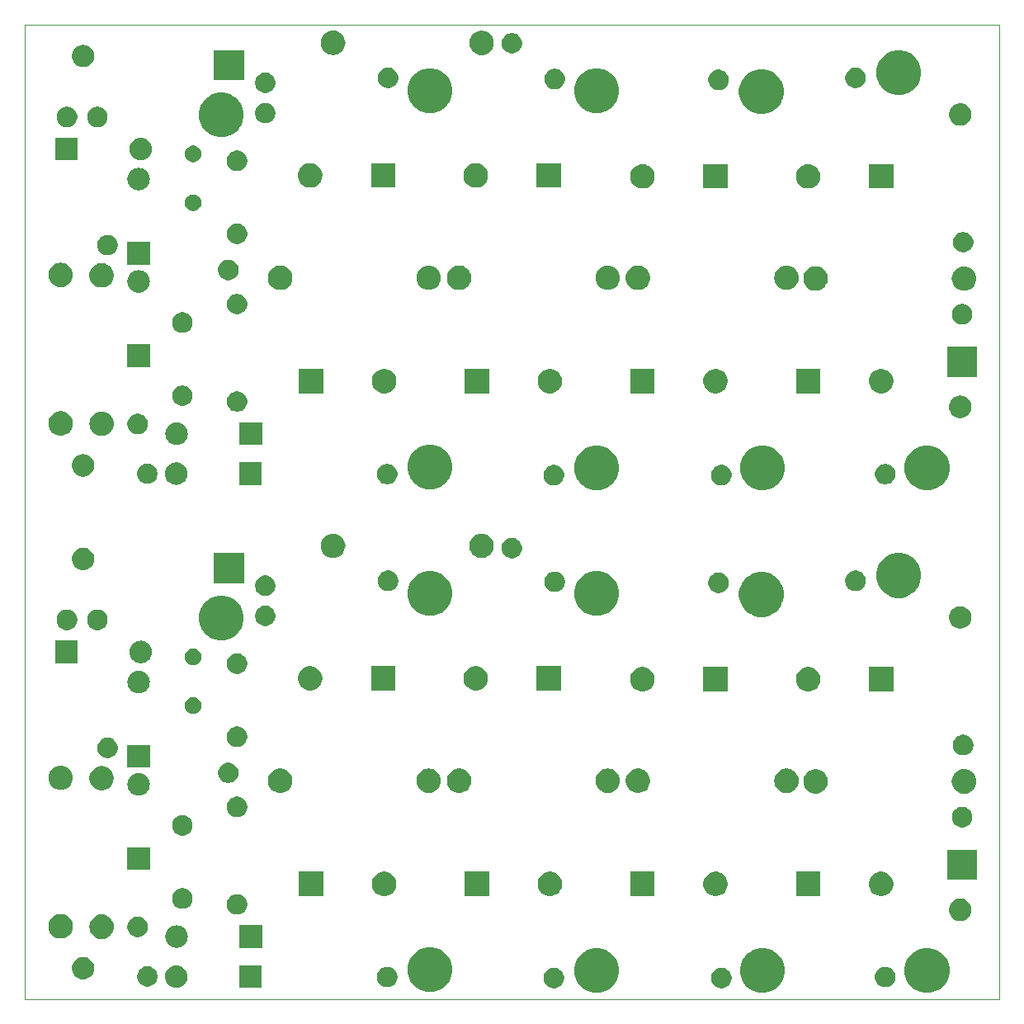
<source format=gbr>
G04 #@! TF.GenerationSoftware,KiCad,Pcbnew,5.1.4-e60b266~84~ubuntu16.04.1*
G04 #@! TF.CreationDate,2019-10-09T11:36:19-05:00*
G04 #@! TF.ProjectId,8cap,38636170-2e6b-4696-9361-645f70636258,rev?*
G04 #@! TF.SameCoordinates,Original*
G04 #@! TF.FileFunction,Soldermask,Top*
G04 #@! TF.FilePolarity,Negative*
%FSLAX46Y46*%
G04 Gerber Fmt 4.6, Leading zero omitted, Abs format (unit mm)*
G04 Created by KiCad (PCBNEW 5.1.4-e60b266~84~ubuntu16.04.1) date 2019-10-09 11:36:19*
%MOMM*%
%LPD*%
G04 APERTURE LIST*
%ADD10C,0.050000*%
%ADD11C,0.150000*%
G04 APERTURE END LIST*
D10*
X100000000Y-150000000D02*
X100000000Y-50000000D01*
X200000000Y-150000000D02*
X100000000Y-150000000D01*
X200000000Y-50000000D02*
X200000000Y-150000000D01*
X100000000Y-50000000D02*
X200000000Y-50000000D01*
D11*
G36*
X193261304Y-144837002D02*
G01*
X193680139Y-145010489D01*
X193680141Y-145010490D01*
X193869891Y-145137277D01*
X194057082Y-145262354D01*
X194377646Y-145582918D01*
X194629511Y-145959861D01*
X194802998Y-146378696D01*
X194891440Y-146823327D01*
X194891440Y-147276673D01*
X194802998Y-147721304D01*
X194629511Y-148140139D01*
X194377646Y-148517082D01*
X194057082Y-148837646D01*
X193869891Y-148962723D01*
X193680141Y-149089510D01*
X193680140Y-149089511D01*
X193680139Y-149089511D01*
X193261304Y-149262998D01*
X192816673Y-149351440D01*
X192363327Y-149351440D01*
X191918696Y-149262998D01*
X191499861Y-149089511D01*
X191499860Y-149089511D01*
X191499859Y-149089510D01*
X191310109Y-148962723D01*
X191122918Y-148837646D01*
X190802354Y-148517082D01*
X190550489Y-148140139D01*
X190377002Y-147721304D01*
X190288560Y-147276673D01*
X190288560Y-146823327D01*
X190377002Y-146378696D01*
X190550489Y-145959861D01*
X190802354Y-145582918D01*
X191122918Y-145262354D01*
X191310109Y-145137277D01*
X191499859Y-145010490D01*
X191499861Y-145010489D01*
X191918696Y-144837002D01*
X192363327Y-144748560D01*
X192816673Y-144748560D01*
X193261304Y-144837002D01*
X193261304Y-144837002D01*
G37*
G36*
X176361304Y-144837002D02*
G01*
X176780139Y-145010489D01*
X176780141Y-145010490D01*
X176969891Y-145137277D01*
X177157082Y-145262354D01*
X177477646Y-145582918D01*
X177729511Y-145959861D01*
X177902998Y-146378696D01*
X177991440Y-146823327D01*
X177991440Y-147276673D01*
X177902998Y-147721304D01*
X177729511Y-148140139D01*
X177477646Y-148517082D01*
X177157082Y-148837646D01*
X176969891Y-148962723D01*
X176780141Y-149089510D01*
X176780140Y-149089511D01*
X176780139Y-149089511D01*
X176361304Y-149262998D01*
X175916673Y-149351440D01*
X175463327Y-149351440D01*
X175018696Y-149262998D01*
X174599861Y-149089511D01*
X174599860Y-149089511D01*
X174599859Y-149089510D01*
X174410109Y-148962723D01*
X174222918Y-148837646D01*
X173902354Y-148517082D01*
X173650489Y-148140139D01*
X173477002Y-147721304D01*
X173388560Y-147276673D01*
X173388560Y-146823327D01*
X173477002Y-146378696D01*
X173650489Y-145959861D01*
X173902354Y-145582918D01*
X174222918Y-145262354D01*
X174410109Y-145137277D01*
X174599859Y-145010490D01*
X174599861Y-145010489D01*
X175018696Y-144837002D01*
X175463327Y-144748560D01*
X175916673Y-144748560D01*
X176361304Y-144837002D01*
X176361304Y-144837002D01*
G37*
G36*
X159361304Y-144837002D02*
G01*
X159780139Y-145010489D01*
X159780141Y-145010490D01*
X159969891Y-145137277D01*
X160157082Y-145262354D01*
X160477646Y-145582918D01*
X160729511Y-145959861D01*
X160902998Y-146378696D01*
X160991440Y-146823327D01*
X160991440Y-147276673D01*
X160902998Y-147721304D01*
X160729511Y-148140139D01*
X160477646Y-148517082D01*
X160157082Y-148837646D01*
X159969891Y-148962723D01*
X159780141Y-149089510D01*
X159780140Y-149089511D01*
X159780139Y-149089511D01*
X159361304Y-149262998D01*
X158916673Y-149351440D01*
X158463327Y-149351440D01*
X158018696Y-149262998D01*
X157599861Y-149089511D01*
X157599860Y-149089511D01*
X157599859Y-149089510D01*
X157410109Y-148962723D01*
X157222918Y-148837646D01*
X156902354Y-148517082D01*
X156650489Y-148140139D01*
X156477002Y-147721304D01*
X156388560Y-147276673D01*
X156388560Y-146823327D01*
X156477002Y-146378696D01*
X156650489Y-145959861D01*
X156902354Y-145582918D01*
X157222918Y-145262354D01*
X157410109Y-145137277D01*
X157599859Y-145010490D01*
X157599861Y-145010489D01*
X158018696Y-144837002D01*
X158463327Y-144748560D01*
X158916673Y-144748560D01*
X159361304Y-144837002D01*
X159361304Y-144837002D01*
G37*
G36*
X142261304Y-144737002D02*
G01*
X142680139Y-144910489D01*
X142680141Y-144910490D01*
X142829800Y-145010489D01*
X143057082Y-145162354D01*
X143377646Y-145482918D01*
X143629511Y-145859861D01*
X143802998Y-146278696D01*
X143891440Y-146723327D01*
X143891440Y-147176673D01*
X143802998Y-147621304D01*
X143643479Y-148006417D01*
X143629510Y-148040141D01*
X143585226Y-148106416D01*
X143377646Y-148417082D01*
X143057082Y-148737646D01*
X142987190Y-148784346D01*
X142680141Y-148989510D01*
X142680140Y-148989511D01*
X142680139Y-148989511D01*
X142261304Y-149162998D01*
X141816673Y-149251440D01*
X141363327Y-149251440D01*
X140918696Y-149162998D01*
X140499861Y-148989511D01*
X140499860Y-148989511D01*
X140499859Y-148989510D01*
X140192810Y-148784346D01*
X140122918Y-148737646D01*
X139802354Y-148417082D01*
X139594774Y-148106416D01*
X139550490Y-148040141D01*
X139536521Y-148006417D01*
X139377002Y-147621304D01*
X139288560Y-147176673D01*
X139288560Y-146723327D01*
X139377002Y-146278696D01*
X139550489Y-145859861D01*
X139802354Y-145482918D01*
X140122918Y-145162354D01*
X140350200Y-145010489D01*
X140499859Y-144910490D01*
X140499861Y-144910489D01*
X140918696Y-144737002D01*
X141363327Y-144648560D01*
X141816673Y-144648560D01*
X142261304Y-144737002D01*
X142261304Y-144737002D01*
G37*
G36*
X171806416Y-146789879D02*
G01*
X171997592Y-146869067D01*
X171997594Y-146869068D01*
X172169648Y-146984031D01*
X172315969Y-147130352D01*
X172413738Y-147276673D01*
X172430933Y-147302408D01*
X172510121Y-147493584D01*
X172550490Y-147696534D01*
X172550490Y-147903466D01*
X172510121Y-148106416D01*
X172433019Y-148292555D01*
X172430932Y-148297594D01*
X172315969Y-148469648D01*
X172169648Y-148615969D01*
X171997594Y-148730932D01*
X171997593Y-148730933D01*
X171997592Y-148730933D01*
X171806416Y-148810121D01*
X171603466Y-148850490D01*
X171396534Y-148850490D01*
X171193584Y-148810121D01*
X171002408Y-148730933D01*
X171002407Y-148730933D01*
X171002406Y-148730932D01*
X170830352Y-148615969D01*
X170684031Y-148469648D01*
X170569068Y-148297594D01*
X170566981Y-148292555D01*
X170489879Y-148106416D01*
X170449510Y-147903466D01*
X170449510Y-147696534D01*
X170489879Y-147493584D01*
X170569067Y-147302408D01*
X170586263Y-147276673D01*
X170684031Y-147130352D01*
X170830352Y-146984031D01*
X171002406Y-146869068D01*
X171002408Y-146869067D01*
X171193584Y-146789879D01*
X171396534Y-146749510D01*
X171603466Y-146749510D01*
X171806416Y-146789879D01*
X171806416Y-146789879D01*
G37*
G36*
X154606416Y-146789879D02*
G01*
X154797592Y-146869067D01*
X154797594Y-146869068D01*
X154969648Y-146984031D01*
X155115969Y-147130352D01*
X155213738Y-147276673D01*
X155230933Y-147302408D01*
X155310121Y-147493584D01*
X155350490Y-147696534D01*
X155350490Y-147903466D01*
X155310121Y-148106416D01*
X155233019Y-148292555D01*
X155230932Y-148297594D01*
X155115969Y-148469648D01*
X154969648Y-148615969D01*
X154797594Y-148730932D01*
X154797593Y-148730933D01*
X154797592Y-148730933D01*
X154606416Y-148810121D01*
X154403466Y-148850490D01*
X154196534Y-148850490D01*
X153993584Y-148810121D01*
X153802408Y-148730933D01*
X153802407Y-148730933D01*
X153802406Y-148730932D01*
X153630352Y-148615969D01*
X153484031Y-148469648D01*
X153369068Y-148297594D01*
X153366981Y-148292555D01*
X153289879Y-148106416D01*
X153249510Y-147903466D01*
X153249510Y-147696534D01*
X153289879Y-147493584D01*
X153369067Y-147302408D01*
X153386263Y-147276673D01*
X153484031Y-147130352D01*
X153630352Y-146984031D01*
X153802406Y-146869068D01*
X153802408Y-146869067D01*
X153993584Y-146789879D01*
X154196534Y-146749510D01*
X154403466Y-146749510D01*
X154606416Y-146789879D01*
X154606416Y-146789879D01*
G37*
G36*
X124341000Y-148801000D02*
G01*
X122039000Y-148801000D01*
X122039000Y-146499000D01*
X124341000Y-146499000D01*
X124341000Y-148801000D01*
X124341000Y-148801000D01*
G37*
G36*
X115739271Y-146510103D02*
G01*
X115795635Y-146515654D01*
X116012600Y-146581470D01*
X116012602Y-146581471D01*
X116212555Y-146688347D01*
X116387818Y-146832182D01*
X116531653Y-147007445D01*
X116622106Y-147176672D01*
X116638530Y-147207400D01*
X116704346Y-147424365D01*
X116726569Y-147650000D01*
X116704346Y-147875635D01*
X116664674Y-148006416D01*
X116638529Y-148092602D01*
X116531653Y-148292555D01*
X116387818Y-148467818D01*
X116212555Y-148611653D01*
X116046351Y-148700490D01*
X116012600Y-148718530D01*
X115795635Y-148784346D01*
X115739271Y-148789897D01*
X115626545Y-148801000D01*
X115513455Y-148801000D01*
X115400729Y-148789897D01*
X115344365Y-148784346D01*
X115127400Y-148718530D01*
X115093649Y-148700490D01*
X114927445Y-148611653D01*
X114752182Y-148467818D01*
X114608347Y-148292555D01*
X114501471Y-148092602D01*
X114475327Y-148006416D01*
X114435654Y-147875635D01*
X114413431Y-147650000D01*
X114435654Y-147424365D01*
X114501470Y-147207400D01*
X114517894Y-147176672D01*
X114608347Y-147007445D01*
X114752182Y-146832182D01*
X114927445Y-146688347D01*
X115127398Y-146581471D01*
X115127400Y-146581470D01*
X115344365Y-146515654D01*
X115400729Y-146510103D01*
X115513455Y-146499000D01*
X115626545Y-146499000D01*
X115739271Y-146510103D01*
X115739271Y-146510103D01*
G37*
G36*
X137506416Y-146689879D02*
G01*
X137650377Y-146749510D01*
X137697594Y-146769068D01*
X137869648Y-146884031D01*
X138015969Y-147030352D01*
X138113738Y-147176673D01*
X138130933Y-147202408D01*
X138210121Y-147393584D01*
X138250490Y-147596534D01*
X138250490Y-147803466D01*
X138210121Y-148006416D01*
X138151643Y-148147594D01*
X138130932Y-148197594D01*
X138015969Y-148369648D01*
X137869648Y-148515969D01*
X137697594Y-148630932D01*
X137697593Y-148630933D01*
X137697592Y-148630933D01*
X137506416Y-148710121D01*
X137303466Y-148750490D01*
X137096534Y-148750490D01*
X136893584Y-148710121D01*
X136702408Y-148630933D01*
X136702407Y-148630933D01*
X136702406Y-148630932D01*
X136530352Y-148515969D01*
X136384031Y-148369648D01*
X136269068Y-148197594D01*
X136248357Y-148147594D01*
X136189879Y-148006416D01*
X136149510Y-147803466D01*
X136149510Y-147596534D01*
X136189879Y-147393584D01*
X136269067Y-147202408D01*
X136286263Y-147176673D01*
X136384031Y-147030352D01*
X136530352Y-146884031D01*
X136702406Y-146769068D01*
X136749623Y-146749510D01*
X136893584Y-146689879D01*
X137096534Y-146649510D01*
X137303466Y-146649510D01*
X137506416Y-146689879D01*
X137506416Y-146689879D01*
G37*
G36*
X188606416Y-146689879D02*
G01*
X188750377Y-146749510D01*
X188797594Y-146769068D01*
X188969648Y-146884031D01*
X189115969Y-147030352D01*
X189213738Y-147176673D01*
X189230933Y-147202408D01*
X189310121Y-147393584D01*
X189350490Y-147596534D01*
X189350490Y-147803466D01*
X189310121Y-148006416D01*
X189251643Y-148147594D01*
X189230932Y-148197594D01*
X189115969Y-148369648D01*
X188969648Y-148515969D01*
X188797594Y-148630932D01*
X188797593Y-148630933D01*
X188797592Y-148630933D01*
X188606416Y-148710121D01*
X188403466Y-148750490D01*
X188196534Y-148750490D01*
X187993584Y-148710121D01*
X187802408Y-148630933D01*
X187802407Y-148630933D01*
X187802406Y-148630932D01*
X187630352Y-148515969D01*
X187484031Y-148369648D01*
X187369068Y-148197594D01*
X187348357Y-148147594D01*
X187289879Y-148006416D01*
X187249510Y-147803466D01*
X187249510Y-147596534D01*
X187289879Y-147393584D01*
X187369067Y-147202408D01*
X187386263Y-147176673D01*
X187484031Y-147030352D01*
X187630352Y-146884031D01*
X187802406Y-146769068D01*
X187849623Y-146749510D01*
X187993584Y-146689879D01*
X188196534Y-146649510D01*
X188403466Y-146649510D01*
X188606416Y-146689879D01*
X188606416Y-146689879D01*
G37*
G36*
X112896416Y-146639879D02*
G01*
X113087592Y-146719067D01*
X113087594Y-146719068D01*
X113162424Y-146769068D01*
X113259648Y-146834031D01*
X113405969Y-146980352D01*
X113520933Y-147152408D01*
X113600121Y-147343584D01*
X113640490Y-147546534D01*
X113640490Y-147753466D01*
X113600121Y-147956416D01*
X113537988Y-148106417D01*
X113520932Y-148147594D01*
X113405969Y-148319648D01*
X113259648Y-148465969D01*
X113087594Y-148580932D01*
X113087593Y-148580933D01*
X113087592Y-148580933D01*
X112896416Y-148660121D01*
X112693466Y-148700490D01*
X112486534Y-148700490D01*
X112283584Y-148660121D01*
X112092408Y-148580933D01*
X112092407Y-148580933D01*
X112092406Y-148580932D01*
X111920352Y-148465969D01*
X111774031Y-148319648D01*
X111659068Y-148147594D01*
X111642012Y-148106417D01*
X111579879Y-147956416D01*
X111539510Y-147753466D01*
X111539510Y-147546534D01*
X111579879Y-147343584D01*
X111659067Y-147152408D01*
X111774031Y-146980352D01*
X111920352Y-146834031D01*
X112017576Y-146769068D01*
X112092406Y-146719068D01*
X112092408Y-146719067D01*
X112283584Y-146639879D01*
X112486534Y-146599510D01*
X112693466Y-146599510D01*
X112896416Y-146639879D01*
X112896416Y-146639879D01*
G37*
G36*
X106224549Y-145671116D02*
G01*
X106335734Y-145693232D01*
X106545203Y-145779997D01*
X106733720Y-145905960D01*
X106894040Y-146066280D01*
X107020003Y-146254797D01*
X107020004Y-146254799D01*
X107106768Y-146464267D01*
X107141700Y-146639879D01*
X107151000Y-146686636D01*
X107151000Y-146913364D01*
X107106768Y-147135734D01*
X107020003Y-147345203D01*
X106894040Y-147533720D01*
X106733720Y-147694040D01*
X106545203Y-147820003D01*
X106335734Y-147906768D01*
X106224549Y-147928884D01*
X106113365Y-147951000D01*
X105886635Y-147951000D01*
X105775451Y-147928884D01*
X105664266Y-147906768D01*
X105454797Y-147820003D01*
X105266280Y-147694040D01*
X105105960Y-147533720D01*
X104979997Y-147345203D01*
X104893232Y-147135734D01*
X104849000Y-146913364D01*
X104849000Y-146686636D01*
X104858301Y-146639879D01*
X104893232Y-146464267D01*
X104979996Y-146254799D01*
X104979997Y-146254797D01*
X105105960Y-146066280D01*
X105266280Y-145905960D01*
X105454797Y-145779997D01*
X105664266Y-145693232D01*
X105775451Y-145671116D01*
X105886635Y-145649000D01*
X106113365Y-145649000D01*
X106224549Y-145671116D01*
X106224549Y-145671116D01*
G37*
G36*
X115759271Y-142410103D02*
G01*
X115815635Y-142415654D01*
X116032600Y-142481470D01*
X116032602Y-142481471D01*
X116232555Y-142588347D01*
X116407818Y-142732182D01*
X116551653Y-142907445D01*
X116626562Y-143047592D01*
X116658530Y-143107400D01*
X116724346Y-143324365D01*
X116746569Y-143550000D01*
X116724346Y-143775634D01*
X116658529Y-143992602D01*
X116551653Y-144192555D01*
X116407818Y-144367818D01*
X116232555Y-144511653D01*
X116032602Y-144618529D01*
X116032600Y-144618530D01*
X115815635Y-144684346D01*
X115759271Y-144689897D01*
X115646545Y-144701000D01*
X115533455Y-144701000D01*
X115420729Y-144689897D01*
X115364365Y-144684346D01*
X115147400Y-144618530D01*
X115147398Y-144618529D01*
X114947445Y-144511653D01*
X114772182Y-144367818D01*
X114628347Y-144192555D01*
X114521471Y-143992602D01*
X114455654Y-143775634D01*
X114433431Y-143550000D01*
X114455654Y-143324365D01*
X114521470Y-143107400D01*
X114553438Y-143047592D01*
X114628347Y-142907445D01*
X114772182Y-142732182D01*
X114947445Y-142588347D01*
X115147398Y-142481471D01*
X115147400Y-142481470D01*
X115364365Y-142415654D01*
X115420729Y-142410103D01*
X115533455Y-142399000D01*
X115646545Y-142399000D01*
X115759271Y-142410103D01*
X115759271Y-142410103D01*
G37*
G36*
X124361000Y-144701000D02*
G01*
X122059000Y-144701000D01*
X122059000Y-142399000D01*
X124361000Y-142399000D01*
X124361000Y-144701000D01*
X124361000Y-144701000D01*
G37*
G36*
X108145239Y-141307101D02*
G01*
X108381053Y-141378634D01*
X108598381Y-141494799D01*
X108788871Y-141651129D01*
X108945201Y-141841619D01*
X109061366Y-142058947D01*
X109132899Y-142294761D01*
X109157053Y-142540000D01*
X109132899Y-142785239D01*
X109061366Y-143021053D01*
X108945201Y-143238381D01*
X108788871Y-143428871D01*
X108598381Y-143585201D01*
X108381053Y-143701366D01*
X108145239Y-143772899D01*
X107961457Y-143791000D01*
X107838543Y-143791000D01*
X107654761Y-143772899D01*
X107418947Y-143701366D01*
X107201619Y-143585201D01*
X107011129Y-143428871D01*
X106854799Y-143238381D01*
X106738634Y-143021053D01*
X106667101Y-142785239D01*
X106642947Y-142540000D01*
X106667101Y-142294761D01*
X106738634Y-142058947D01*
X106854799Y-141841619D01*
X107011129Y-141651129D01*
X107201619Y-141494799D01*
X107418947Y-141378634D01*
X107654761Y-141307101D01*
X107838543Y-141289000D01*
X107961457Y-141289000D01*
X108145239Y-141307101D01*
X108145239Y-141307101D01*
G37*
G36*
X104054903Y-141297075D02*
G01*
X104251805Y-141378634D01*
X104282571Y-141391378D01*
X104487466Y-141528285D01*
X104661715Y-141702534D01*
X104798180Y-141906768D01*
X104798623Y-141907431D01*
X104892925Y-142135097D01*
X104941000Y-142376786D01*
X104941000Y-142623214D01*
X104892925Y-142864903D01*
X104828245Y-143021056D01*
X104798622Y-143092571D01*
X104661715Y-143297466D01*
X104487466Y-143471715D01*
X104282571Y-143608622D01*
X104282570Y-143608623D01*
X104282569Y-143608623D01*
X104054903Y-143702925D01*
X103813214Y-143751000D01*
X103566786Y-143751000D01*
X103325097Y-143702925D01*
X103097431Y-143608623D01*
X103097430Y-143608623D01*
X103097429Y-143608622D01*
X102892534Y-143471715D01*
X102718285Y-143297466D01*
X102581378Y-143092571D01*
X102551756Y-143021056D01*
X102487075Y-142864903D01*
X102439000Y-142623214D01*
X102439000Y-142376786D01*
X102487075Y-142135097D01*
X102581377Y-141907431D01*
X102581820Y-141906768D01*
X102718285Y-141702534D01*
X102892534Y-141528285D01*
X103097429Y-141391378D01*
X103128196Y-141378634D01*
X103325097Y-141297075D01*
X103566786Y-141249000D01*
X103813214Y-141249000D01*
X104054903Y-141297075D01*
X104054903Y-141297075D01*
G37*
G36*
X111906416Y-141539879D02*
G01*
X112097592Y-141619067D01*
X112097594Y-141619068D01*
X112269648Y-141734031D01*
X112415969Y-141880352D01*
X112463175Y-141951000D01*
X112530933Y-142052408D01*
X112610121Y-142243584D01*
X112650490Y-142446534D01*
X112650490Y-142653466D01*
X112610121Y-142856416D01*
X112530933Y-143047592D01*
X112530932Y-143047594D01*
X112415969Y-143219648D01*
X112269648Y-143365969D01*
X112097594Y-143480932D01*
X112097593Y-143480933D01*
X112097592Y-143480933D01*
X111906416Y-143560121D01*
X111703466Y-143600490D01*
X111496534Y-143600490D01*
X111293584Y-143560121D01*
X111102408Y-143480933D01*
X111102407Y-143480933D01*
X111102406Y-143480932D01*
X110930352Y-143365969D01*
X110784031Y-143219648D01*
X110669068Y-143047594D01*
X110669067Y-143047592D01*
X110589879Y-142856416D01*
X110549510Y-142653466D01*
X110549510Y-142446534D01*
X110589879Y-142243584D01*
X110669067Y-142052408D01*
X110736826Y-141951000D01*
X110784031Y-141880352D01*
X110930352Y-141734031D01*
X111102406Y-141619068D01*
X111102408Y-141619067D01*
X111293584Y-141539879D01*
X111496534Y-141499510D01*
X111703466Y-141499510D01*
X111906416Y-141539879D01*
X111906416Y-141539879D01*
G37*
G36*
X196224549Y-139671116D02*
G01*
X196335734Y-139693232D01*
X196545203Y-139779997D01*
X196733720Y-139905960D01*
X196894040Y-140066280D01*
X197020003Y-140254797D01*
X197106768Y-140464266D01*
X197125127Y-140556564D01*
X197151000Y-140686635D01*
X197151000Y-140913365D01*
X197128884Y-141024549D01*
X197106768Y-141135734D01*
X197020003Y-141345203D01*
X196894040Y-141533720D01*
X196733720Y-141694040D01*
X196545203Y-141820003D01*
X196335734Y-141906768D01*
X196224549Y-141928884D01*
X196113365Y-141951000D01*
X195886635Y-141951000D01*
X195775451Y-141928884D01*
X195664266Y-141906768D01*
X195454797Y-141820003D01*
X195266280Y-141694040D01*
X195105960Y-141533720D01*
X194979997Y-141345203D01*
X194893232Y-141135734D01*
X194871116Y-141024549D01*
X194849000Y-140913365D01*
X194849000Y-140686635D01*
X194874873Y-140556564D01*
X194893232Y-140464266D01*
X194979997Y-140254797D01*
X195105960Y-140066280D01*
X195266280Y-139905960D01*
X195454797Y-139779997D01*
X195664266Y-139693232D01*
X195775451Y-139671116D01*
X195886635Y-139649000D01*
X196113365Y-139649000D01*
X196224549Y-139671116D01*
X196224549Y-139671116D01*
G37*
G36*
X122096564Y-139239389D02*
G01*
X122287833Y-139318615D01*
X122287835Y-139318616D01*
X122339182Y-139352925D01*
X122459973Y-139433635D01*
X122606365Y-139580027D01*
X122721385Y-139752167D01*
X122800611Y-139943436D01*
X122841000Y-140146484D01*
X122841000Y-140353516D01*
X122800611Y-140556564D01*
X122740784Y-140701000D01*
X122721384Y-140747835D01*
X122606365Y-140919973D01*
X122459973Y-141066365D01*
X122287835Y-141181384D01*
X122287834Y-141181385D01*
X122287833Y-141181385D01*
X122096564Y-141260611D01*
X121893516Y-141301000D01*
X121686484Y-141301000D01*
X121483436Y-141260611D01*
X121292167Y-141181385D01*
X121292166Y-141181385D01*
X121292165Y-141181384D01*
X121120027Y-141066365D01*
X120973635Y-140919973D01*
X120858616Y-140747835D01*
X120839216Y-140701000D01*
X120779389Y-140556564D01*
X120739000Y-140353516D01*
X120739000Y-140146484D01*
X120779389Y-139943436D01*
X120858615Y-139752167D01*
X120973635Y-139580027D01*
X121120027Y-139433635D01*
X121240818Y-139352925D01*
X121292165Y-139318616D01*
X121292167Y-139318615D01*
X121483436Y-139239389D01*
X121686484Y-139199000D01*
X121893516Y-139199000D01*
X122096564Y-139239389D01*
X122096564Y-139239389D01*
G37*
G36*
X116496564Y-138639389D02*
G01*
X116687833Y-138718615D01*
X116687835Y-138718616D01*
X116859973Y-138833635D01*
X117006365Y-138980027D01*
X117101039Y-139121716D01*
X117121385Y-139152167D01*
X117200611Y-139343436D01*
X117241000Y-139546484D01*
X117241000Y-139753516D01*
X117200611Y-139956564D01*
X117155165Y-140066280D01*
X117121384Y-140147835D01*
X117006365Y-140319973D01*
X116859973Y-140466365D01*
X116687835Y-140581384D01*
X116687834Y-140581385D01*
X116687833Y-140581385D01*
X116496564Y-140660611D01*
X116293516Y-140701000D01*
X116086484Y-140701000D01*
X115883436Y-140660611D01*
X115692167Y-140581385D01*
X115692166Y-140581385D01*
X115692165Y-140581384D01*
X115520027Y-140466365D01*
X115373635Y-140319973D01*
X115258616Y-140147835D01*
X115224835Y-140066280D01*
X115179389Y-139956564D01*
X115139000Y-139753516D01*
X115139000Y-139546484D01*
X115179389Y-139343436D01*
X115258615Y-139152167D01*
X115278962Y-139121716D01*
X115373635Y-138980027D01*
X115520027Y-138833635D01*
X115692165Y-138718616D01*
X115692167Y-138718615D01*
X115883436Y-138639389D01*
X116086484Y-138599000D01*
X116293516Y-138599000D01*
X116496564Y-138639389D01*
X116496564Y-138639389D01*
G37*
G36*
X164641000Y-139401000D02*
G01*
X162139000Y-139401000D01*
X162139000Y-136899000D01*
X164641000Y-136899000D01*
X164641000Y-139401000D01*
X164641000Y-139401000D01*
G37*
G36*
X171254903Y-136947075D02*
G01*
X171482571Y-137041378D01*
X171687466Y-137178285D01*
X171861715Y-137352534D01*
X171861716Y-137352536D01*
X171998623Y-137557431D01*
X172092925Y-137785097D01*
X172141000Y-138026786D01*
X172141000Y-138273214D01*
X172092925Y-138514903D01*
X172008545Y-138718616D01*
X171998622Y-138742571D01*
X171861715Y-138947466D01*
X171687466Y-139121715D01*
X171482571Y-139258622D01*
X171482570Y-139258623D01*
X171482569Y-139258623D01*
X171254903Y-139352925D01*
X171013214Y-139401000D01*
X170766786Y-139401000D01*
X170525097Y-139352925D01*
X170297431Y-139258623D01*
X170297430Y-139258623D01*
X170297429Y-139258622D01*
X170092534Y-139121715D01*
X169918285Y-138947466D01*
X169781378Y-138742571D01*
X169771456Y-138718616D01*
X169687075Y-138514903D01*
X169639000Y-138273214D01*
X169639000Y-138026786D01*
X169687075Y-137785097D01*
X169781377Y-137557431D01*
X169918284Y-137352536D01*
X169918285Y-137352534D01*
X170092534Y-137178285D01*
X170297429Y-137041378D01*
X170525097Y-136947075D01*
X170766786Y-136899000D01*
X171013214Y-136899000D01*
X171254903Y-136947075D01*
X171254903Y-136947075D01*
G37*
G36*
X137254903Y-136947075D02*
G01*
X137482571Y-137041378D01*
X137687466Y-137178285D01*
X137861715Y-137352534D01*
X137861716Y-137352536D01*
X137998623Y-137557431D01*
X138092925Y-137785097D01*
X138141000Y-138026786D01*
X138141000Y-138273214D01*
X138092925Y-138514903D01*
X138008545Y-138718616D01*
X137998622Y-138742571D01*
X137861715Y-138947466D01*
X137687466Y-139121715D01*
X137482571Y-139258622D01*
X137482570Y-139258623D01*
X137482569Y-139258623D01*
X137254903Y-139352925D01*
X137013214Y-139401000D01*
X136766786Y-139401000D01*
X136525097Y-139352925D01*
X136297431Y-139258623D01*
X136297430Y-139258623D01*
X136297429Y-139258622D01*
X136092534Y-139121715D01*
X135918285Y-138947466D01*
X135781378Y-138742571D01*
X135771456Y-138718616D01*
X135687075Y-138514903D01*
X135639000Y-138273214D01*
X135639000Y-138026786D01*
X135687075Y-137785097D01*
X135781377Y-137557431D01*
X135918284Y-137352536D01*
X135918285Y-137352534D01*
X136092534Y-137178285D01*
X136297429Y-137041378D01*
X136525097Y-136947075D01*
X136766786Y-136899000D01*
X137013214Y-136899000D01*
X137254903Y-136947075D01*
X137254903Y-136947075D01*
G37*
G36*
X130641000Y-139401000D02*
G01*
X128139000Y-139401000D01*
X128139000Y-136899000D01*
X130641000Y-136899000D01*
X130641000Y-139401000D01*
X130641000Y-139401000D01*
G37*
G36*
X147641000Y-139401000D02*
G01*
X145139000Y-139401000D01*
X145139000Y-136899000D01*
X147641000Y-136899000D01*
X147641000Y-139401000D01*
X147641000Y-139401000D01*
G37*
G36*
X181641000Y-139401000D02*
G01*
X179139000Y-139401000D01*
X179139000Y-136899000D01*
X181641000Y-136899000D01*
X181641000Y-139401000D01*
X181641000Y-139401000D01*
G37*
G36*
X188254903Y-136947075D02*
G01*
X188482571Y-137041378D01*
X188687466Y-137178285D01*
X188861715Y-137352534D01*
X188861716Y-137352536D01*
X188998623Y-137557431D01*
X189092925Y-137785097D01*
X189141000Y-138026786D01*
X189141000Y-138273214D01*
X189092925Y-138514903D01*
X189008545Y-138718616D01*
X188998622Y-138742571D01*
X188861715Y-138947466D01*
X188687466Y-139121715D01*
X188482571Y-139258622D01*
X188482570Y-139258623D01*
X188482569Y-139258623D01*
X188254903Y-139352925D01*
X188013214Y-139401000D01*
X187766786Y-139401000D01*
X187525097Y-139352925D01*
X187297431Y-139258623D01*
X187297430Y-139258623D01*
X187297429Y-139258622D01*
X187092534Y-139121715D01*
X186918285Y-138947466D01*
X186781378Y-138742571D01*
X186771456Y-138718616D01*
X186687075Y-138514903D01*
X186639000Y-138273214D01*
X186639000Y-138026786D01*
X186687075Y-137785097D01*
X186781377Y-137557431D01*
X186918284Y-137352536D01*
X186918285Y-137352534D01*
X187092534Y-137178285D01*
X187297429Y-137041378D01*
X187525097Y-136947075D01*
X187766786Y-136899000D01*
X188013214Y-136899000D01*
X188254903Y-136947075D01*
X188254903Y-136947075D01*
G37*
G36*
X154254903Y-136947075D02*
G01*
X154482571Y-137041378D01*
X154687466Y-137178285D01*
X154861715Y-137352534D01*
X154861716Y-137352536D01*
X154998623Y-137557431D01*
X155092925Y-137785097D01*
X155141000Y-138026786D01*
X155141000Y-138273214D01*
X155092925Y-138514903D01*
X155008545Y-138718616D01*
X154998622Y-138742571D01*
X154861715Y-138947466D01*
X154687466Y-139121715D01*
X154482571Y-139258622D01*
X154482570Y-139258623D01*
X154482569Y-139258623D01*
X154254903Y-139352925D01*
X154013214Y-139401000D01*
X153766786Y-139401000D01*
X153525097Y-139352925D01*
X153297431Y-139258623D01*
X153297430Y-139258623D01*
X153297429Y-139258622D01*
X153092534Y-139121715D01*
X152918285Y-138947466D01*
X152781378Y-138742571D01*
X152771456Y-138718616D01*
X152687075Y-138514903D01*
X152639000Y-138273214D01*
X152639000Y-138026786D01*
X152687075Y-137785097D01*
X152781377Y-137557431D01*
X152918284Y-137352536D01*
X152918285Y-137352534D01*
X153092534Y-137178285D01*
X153297429Y-137041378D01*
X153525097Y-136947075D01*
X153766786Y-136899000D01*
X154013214Y-136899000D01*
X154254903Y-136947075D01*
X154254903Y-136947075D01*
G37*
G36*
X197751000Y-137751000D02*
G01*
X194649000Y-137751000D01*
X194649000Y-134649000D01*
X197751000Y-134649000D01*
X197751000Y-137751000D01*
X197751000Y-137751000D01*
G37*
G36*
X112841000Y-136701000D02*
G01*
X110539000Y-136701000D01*
X110539000Y-134399000D01*
X112841000Y-134399000D01*
X112841000Y-136701000D01*
X112841000Y-136701000D01*
G37*
G36*
X116496564Y-131139389D02*
G01*
X116634529Y-131196536D01*
X116687835Y-131218616D01*
X116750683Y-131260610D01*
X116859973Y-131333635D01*
X117006365Y-131480027D01*
X117121385Y-131652167D01*
X117200611Y-131843436D01*
X117241000Y-132046484D01*
X117241000Y-132253516D01*
X117200611Y-132456564D01*
X117121385Y-132647833D01*
X117121384Y-132647835D01*
X117006365Y-132819973D01*
X116859973Y-132966365D01*
X116687835Y-133081384D01*
X116687834Y-133081385D01*
X116687833Y-133081385D01*
X116496564Y-133160611D01*
X116293516Y-133201000D01*
X116086484Y-133201000D01*
X115883436Y-133160611D01*
X115692167Y-133081385D01*
X115692166Y-133081385D01*
X115692165Y-133081384D01*
X115520027Y-132966365D01*
X115373635Y-132819973D01*
X115258616Y-132647835D01*
X115258615Y-132647833D01*
X115179389Y-132456564D01*
X115139000Y-132253516D01*
X115139000Y-132046484D01*
X115179389Y-131843436D01*
X115258615Y-131652167D01*
X115373635Y-131480027D01*
X115520027Y-131333635D01*
X115629317Y-131260610D01*
X115692165Y-131218616D01*
X115745471Y-131196536D01*
X115883436Y-131139389D01*
X116086484Y-131099000D01*
X116293516Y-131099000D01*
X116496564Y-131139389D01*
X116496564Y-131139389D01*
G37*
G36*
X196506416Y-130289879D02*
G01*
X196697592Y-130369067D01*
X196697594Y-130369068D01*
X196869648Y-130484031D01*
X197015969Y-130630352D01*
X197130933Y-130802408D01*
X197210121Y-130993584D01*
X197250490Y-131196534D01*
X197250490Y-131403466D01*
X197210121Y-131606416D01*
X197191171Y-131652165D01*
X197130932Y-131797594D01*
X197015969Y-131969648D01*
X196869648Y-132115969D01*
X196697594Y-132230932D01*
X196697593Y-132230933D01*
X196697592Y-132230933D01*
X196506416Y-132310121D01*
X196303466Y-132350490D01*
X196096534Y-132350490D01*
X195893584Y-132310121D01*
X195702408Y-132230933D01*
X195702407Y-132230933D01*
X195702406Y-132230932D01*
X195530352Y-132115969D01*
X195384031Y-131969648D01*
X195269068Y-131797594D01*
X195208829Y-131652165D01*
X195189879Y-131606416D01*
X195149510Y-131403466D01*
X195149510Y-131196534D01*
X195189879Y-130993584D01*
X195269067Y-130802408D01*
X195384031Y-130630352D01*
X195530352Y-130484031D01*
X195702406Y-130369068D01*
X195702408Y-130369067D01*
X195893584Y-130289879D01*
X196096534Y-130249510D01*
X196303466Y-130249510D01*
X196506416Y-130289879D01*
X196506416Y-130289879D01*
G37*
G36*
X122096564Y-129239389D02*
G01*
X122287833Y-129318615D01*
X122287835Y-129318616D01*
X122459973Y-129433635D01*
X122606365Y-129580027D01*
X122721385Y-129752167D01*
X122800611Y-129943436D01*
X122841000Y-130146484D01*
X122841000Y-130353516D01*
X122800611Y-130556564D01*
X122770047Y-130630352D01*
X122721384Y-130747835D01*
X122606365Y-130919973D01*
X122459973Y-131066365D01*
X122287835Y-131181384D01*
X122287834Y-131181385D01*
X122287833Y-131181385D01*
X122096564Y-131260611D01*
X121893516Y-131301000D01*
X121686484Y-131301000D01*
X121483436Y-131260611D01*
X121292167Y-131181385D01*
X121292166Y-131181385D01*
X121292165Y-131181384D01*
X121120027Y-131066365D01*
X120973635Y-130919973D01*
X120858616Y-130747835D01*
X120809953Y-130630352D01*
X120779389Y-130556564D01*
X120739000Y-130353516D01*
X120739000Y-130146484D01*
X120779389Y-129943436D01*
X120858615Y-129752167D01*
X120973635Y-129580027D01*
X121120027Y-129433635D01*
X121292165Y-129318616D01*
X121292167Y-129318615D01*
X121483436Y-129239389D01*
X121686484Y-129199000D01*
X121893516Y-129199000D01*
X122096564Y-129239389D01*
X122096564Y-129239389D01*
G37*
G36*
X111859271Y-126790103D02*
G01*
X111915635Y-126795654D01*
X112132600Y-126861470D01*
X112132602Y-126861471D01*
X112332555Y-126968347D01*
X112507818Y-127112182D01*
X112651653Y-127287445D01*
X112731477Y-127436787D01*
X112758530Y-127487400D01*
X112824346Y-127704365D01*
X112846569Y-127930000D01*
X112824346Y-128155635D01*
X112763121Y-128357466D01*
X112758529Y-128372602D01*
X112651653Y-128572555D01*
X112507818Y-128747818D01*
X112332555Y-128891653D01*
X112132602Y-128998529D01*
X112132600Y-128998530D01*
X111915635Y-129064346D01*
X111859271Y-129069897D01*
X111746545Y-129081000D01*
X111633455Y-129081000D01*
X111520729Y-129069897D01*
X111464365Y-129064346D01*
X111247400Y-128998530D01*
X111247398Y-128998529D01*
X111047445Y-128891653D01*
X110872182Y-128747818D01*
X110728347Y-128572555D01*
X110621471Y-128372602D01*
X110616880Y-128357466D01*
X110555654Y-128155635D01*
X110533431Y-127930000D01*
X110555654Y-127704365D01*
X110621470Y-127487400D01*
X110648523Y-127436787D01*
X110728347Y-127287445D01*
X110872182Y-127112182D01*
X111047445Y-126968347D01*
X111247398Y-126861471D01*
X111247400Y-126861470D01*
X111464365Y-126795654D01*
X111520729Y-126790103D01*
X111633455Y-126779000D01*
X111746545Y-126779000D01*
X111859271Y-126790103D01*
X111859271Y-126790103D01*
G37*
G36*
X196635239Y-126397101D02*
G01*
X196871053Y-126468634D01*
X197088381Y-126584799D01*
X197278871Y-126741129D01*
X197435201Y-126931619D01*
X197551366Y-127148947D01*
X197622899Y-127384761D01*
X197647053Y-127630000D01*
X197622899Y-127875239D01*
X197551366Y-128111053D01*
X197435201Y-128328381D01*
X197278871Y-128518871D01*
X197088381Y-128675201D01*
X196871053Y-128791366D01*
X196635239Y-128862899D01*
X196451457Y-128881000D01*
X196328543Y-128881000D01*
X196144761Y-128862899D01*
X195908947Y-128791366D01*
X195691619Y-128675201D01*
X195501129Y-128518871D01*
X195344799Y-128328381D01*
X195228634Y-128111053D01*
X195157101Y-127875239D01*
X195132947Y-127630000D01*
X195157101Y-127384761D01*
X195228634Y-127148947D01*
X195344799Y-126931619D01*
X195501129Y-126741129D01*
X195691619Y-126584799D01*
X195908947Y-126468634D01*
X196144761Y-126397101D01*
X196328543Y-126379000D01*
X196451457Y-126379000D01*
X196635239Y-126397101D01*
X196635239Y-126397101D01*
G37*
G36*
X181514903Y-126427075D02*
G01*
X181697083Y-126502536D01*
X181742571Y-126521378D01*
X181947466Y-126658285D01*
X182121715Y-126832534D01*
X182243477Y-127014763D01*
X182258623Y-127037431D01*
X182352925Y-127265097D01*
X182401000Y-127506786D01*
X182401000Y-127753214D01*
X182352925Y-127994903D01*
X182289150Y-128148871D01*
X182258622Y-128222571D01*
X182121715Y-128427466D01*
X181947466Y-128601715D01*
X181742571Y-128738622D01*
X181742570Y-128738623D01*
X181742569Y-128738623D01*
X181514903Y-128832925D01*
X181273214Y-128881000D01*
X181026786Y-128881000D01*
X180785097Y-128832925D01*
X180557431Y-128738623D01*
X180557430Y-128738623D01*
X180557429Y-128738622D01*
X180352534Y-128601715D01*
X180178285Y-128427466D01*
X180041378Y-128222571D01*
X180010851Y-128148871D01*
X179947075Y-127994903D01*
X179899000Y-127753214D01*
X179899000Y-127506786D01*
X179947075Y-127265097D01*
X180041377Y-127037431D01*
X180056523Y-127014763D01*
X180178285Y-126832534D01*
X180352534Y-126658285D01*
X180557429Y-126521378D01*
X180602918Y-126502536D01*
X180785097Y-126427075D01*
X181026786Y-126379000D01*
X181273214Y-126379000D01*
X181514903Y-126427075D01*
X181514903Y-126427075D01*
G37*
G36*
X178415239Y-126327101D02*
G01*
X178651053Y-126398634D01*
X178868381Y-126514799D01*
X179058871Y-126671129D01*
X179215201Y-126861619D01*
X179331366Y-127078947D01*
X179402899Y-127314761D01*
X179427053Y-127560000D01*
X179402899Y-127805239D01*
X179331366Y-128041053D01*
X179215201Y-128258381D01*
X179058871Y-128448871D01*
X178868381Y-128605201D01*
X178651053Y-128721366D01*
X178415239Y-128792899D01*
X178231457Y-128811000D01*
X178108543Y-128811000D01*
X177924761Y-128792899D01*
X177688947Y-128721366D01*
X177471619Y-128605201D01*
X177281129Y-128448871D01*
X177124799Y-128258381D01*
X177008634Y-128041053D01*
X176937101Y-127805239D01*
X176912947Y-127560000D01*
X176937101Y-127314761D01*
X177008634Y-127078947D01*
X177124799Y-126861619D01*
X177281129Y-126671129D01*
X177471619Y-126514799D01*
X177688947Y-126398634D01*
X177924761Y-126327101D01*
X178108543Y-126309000D01*
X178231457Y-126309000D01*
X178415239Y-126327101D01*
X178415239Y-126327101D01*
G37*
G36*
X144944903Y-126357075D02*
G01*
X145153753Y-126443583D01*
X145172571Y-126451378D01*
X145377466Y-126588285D01*
X145551715Y-126762534D01*
X145617922Y-126861620D01*
X145688623Y-126967431D01*
X145782925Y-127195097D01*
X145831000Y-127436786D01*
X145831000Y-127683214D01*
X145819495Y-127741053D01*
X145782925Y-127924903D01*
X145688622Y-128152571D01*
X145551715Y-128357466D01*
X145377466Y-128531715D01*
X145172571Y-128668622D01*
X145172570Y-128668623D01*
X145172569Y-128668623D01*
X144944903Y-128762925D01*
X144703214Y-128811000D01*
X144456786Y-128811000D01*
X144215097Y-128762925D01*
X143987431Y-128668623D01*
X143987430Y-128668623D01*
X143987429Y-128668622D01*
X143782534Y-128531715D01*
X143608285Y-128357466D01*
X143471378Y-128152571D01*
X143377075Y-127924903D01*
X143340505Y-127741053D01*
X143329000Y-127683214D01*
X143329000Y-127436786D01*
X143377075Y-127195097D01*
X143471377Y-126967431D01*
X143542078Y-126861620D01*
X143608285Y-126762534D01*
X143782534Y-126588285D01*
X143987429Y-126451378D01*
X144006248Y-126443583D01*
X144215097Y-126357075D01*
X144456786Y-126309000D01*
X144703214Y-126309000D01*
X144944903Y-126357075D01*
X144944903Y-126357075D01*
G37*
G36*
X126584903Y-126357075D02*
G01*
X126793753Y-126443583D01*
X126812571Y-126451378D01*
X127017466Y-126588285D01*
X127191715Y-126762534D01*
X127257922Y-126861620D01*
X127328623Y-126967431D01*
X127422925Y-127195097D01*
X127471000Y-127436786D01*
X127471000Y-127683214D01*
X127459495Y-127741053D01*
X127422925Y-127924903D01*
X127328622Y-128152571D01*
X127191715Y-128357466D01*
X127017466Y-128531715D01*
X126812571Y-128668622D01*
X126812570Y-128668623D01*
X126812569Y-128668623D01*
X126584903Y-128762925D01*
X126343214Y-128811000D01*
X126096786Y-128811000D01*
X125855097Y-128762925D01*
X125627431Y-128668623D01*
X125627430Y-128668623D01*
X125627429Y-128668622D01*
X125422534Y-128531715D01*
X125248285Y-128357466D01*
X125111378Y-128152571D01*
X125017075Y-127924903D01*
X124980505Y-127741053D01*
X124969000Y-127683214D01*
X124969000Y-127436786D01*
X125017075Y-127195097D01*
X125111377Y-126967431D01*
X125182078Y-126861620D01*
X125248285Y-126762534D01*
X125422534Y-126588285D01*
X125627429Y-126451378D01*
X125646248Y-126443583D01*
X125855097Y-126357075D01*
X126096786Y-126309000D01*
X126343214Y-126309000D01*
X126584903Y-126357075D01*
X126584903Y-126357075D01*
G37*
G36*
X163294903Y-126357075D02*
G01*
X163503753Y-126443583D01*
X163522571Y-126451378D01*
X163727466Y-126588285D01*
X163901715Y-126762534D01*
X163967922Y-126861620D01*
X164038623Y-126967431D01*
X164132925Y-127195097D01*
X164181000Y-127436786D01*
X164181000Y-127683214D01*
X164169495Y-127741053D01*
X164132925Y-127924903D01*
X164038622Y-128152571D01*
X163901715Y-128357466D01*
X163727466Y-128531715D01*
X163522571Y-128668622D01*
X163522570Y-128668623D01*
X163522569Y-128668623D01*
X163294903Y-128762925D01*
X163053214Y-128811000D01*
X162806786Y-128811000D01*
X162565097Y-128762925D01*
X162337431Y-128668623D01*
X162337430Y-128668623D01*
X162337429Y-128668622D01*
X162132534Y-128531715D01*
X161958285Y-128357466D01*
X161821378Y-128152571D01*
X161727075Y-127924903D01*
X161690505Y-127741053D01*
X161679000Y-127683214D01*
X161679000Y-127436786D01*
X161727075Y-127195097D01*
X161821377Y-126967431D01*
X161892078Y-126861620D01*
X161958285Y-126762534D01*
X162132534Y-126588285D01*
X162337429Y-126451378D01*
X162356248Y-126443583D01*
X162565097Y-126357075D01*
X162806786Y-126309000D01*
X163053214Y-126309000D01*
X163294903Y-126357075D01*
X163294903Y-126357075D01*
G37*
G36*
X141705239Y-126327101D02*
G01*
X141941053Y-126398634D01*
X142158381Y-126514799D01*
X142348871Y-126671129D01*
X142505201Y-126861619D01*
X142621366Y-127078947D01*
X142692899Y-127314761D01*
X142717053Y-127560000D01*
X142692899Y-127805239D01*
X142621366Y-128041053D01*
X142505201Y-128258381D01*
X142348871Y-128448871D01*
X142158381Y-128605201D01*
X141941053Y-128721366D01*
X141705239Y-128792899D01*
X141521457Y-128811000D01*
X141398543Y-128811000D01*
X141214761Y-128792899D01*
X140978947Y-128721366D01*
X140761619Y-128605201D01*
X140571129Y-128448871D01*
X140414799Y-128258381D01*
X140298634Y-128041053D01*
X140227101Y-127805239D01*
X140202947Y-127560000D01*
X140227101Y-127314761D01*
X140298634Y-127078947D01*
X140414799Y-126861619D01*
X140571129Y-126671129D01*
X140761619Y-126514799D01*
X140978947Y-126398634D01*
X141214761Y-126327101D01*
X141398543Y-126309000D01*
X141521457Y-126309000D01*
X141705239Y-126327101D01*
X141705239Y-126327101D01*
G37*
G36*
X160065239Y-126327101D02*
G01*
X160301053Y-126398634D01*
X160518381Y-126514799D01*
X160708871Y-126671129D01*
X160865201Y-126861619D01*
X160981366Y-127078947D01*
X161052899Y-127314761D01*
X161077053Y-127560000D01*
X161052899Y-127805239D01*
X160981366Y-128041053D01*
X160865201Y-128258381D01*
X160708871Y-128448871D01*
X160518381Y-128605201D01*
X160301053Y-128721366D01*
X160065239Y-128792899D01*
X159881457Y-128811000D01*
X159758543Y-128811000D01*
X159574761Y-128792899D01*
X159338947Y-128721366D01*
X159121619Y-128605201D01*
X158931129Y-128448871D01*
X158774799Y-128258381D01*
X158658634Y-128041053D01*
X158587101Y-127805239D01*
X158562947Y-127560000D01*
X158587101Y-127314761D01*
X158658634Y-127078947D01*
X158774799Y-126861619D01*
X158931129Y-126671129D01*
X159121619Y-126514799D01*
X159338947Y-126398634D01*
X159574761Y-126327101D01*
X159758543Y-126309000D01*
X159881457Y-126309000D01*
X160065239Y-126327101D01*
X160065239Y-126327101D01*
G37*
G36*
X108180831Y-126080352D02*
G01*
X108264903Y-126097075D01*
X108492571Y-126191378D01*
X108697466Y-126328285D01*
X108871715Y-126502534D01*
X109008622Y-126707429D01*
X109008623Y-126707431D01*
X109102925Y-126935097D01*
X109151000Y-127176786D01*
X109151000Y-127423214D01*
X109102925Y-127664903D01*
X109063485Y-127760121D01*
X109008622Y-127892571D01*
X108871715Y-128097466D01*
X108697466Y-128271715D01*
X108492571Y-128408622D01*
X108492570Y-128408623D01*
X108492569Y-128408623D01*
X108264903Y-128502925D01*
X108023214Y-128551000D01*
X107776786Y-128551000D01*
X107535097Y-128502925D01*
X107307431Y-128408623D01*
X107307430Y-128408623D01*
X107307429Y-128408622D01*
X107102534Y-128271715D01*
X106928285Y-128097466D01*
X106791378Y-127892571D01*
X106736516Y-127760121D01*
X106697075Y-127664903D01*
X106649000Y-127423214D01*
X106649000Y-127176786D01*
X106697075Y-126935097D01*
X106791377Y-126707431D01*
X106791378Y-126707429D01*
X106928285Y-126502534D01*
X107102534Y-126328285D01*
X107307429Y-126191378D01*
X107535097Y-126097075D01*
X107619169Y-126080352D01*
X107776786Y-126049000D01*
X108023214Y-126049000D01*
X108180831Y-126080352D01*
X108180831Y-126080352D01*
G37*
G36*
X103935239Y-126027101D02*
G01*
X104171053Y-126098634D01*
X104388381Y-126214799D01*
X104578871Y-126371129D01*
X104735201Y-126561619D01*
X104851366Y-126778947D01*
X104922899Y-127014761D01*
X104947053Y-127260000D01*
X104922899Y-127505239D01*
X104851366Y-127741053D01*
X104735201Y-127958381D01*
X104578871Y-128148871D01*
X104388381Y-128305201D01*
X104171053Y-128421366D01*
X103935239Y-128492899D01*
X103751457Y-128511000D01*
X103628543Y-128511000D01*
X103444761Y-128492899D01*
X103208947Y-128421366D01*
X102991619Y-128305201D01*
X102801129Y-128148871D01*
X102644799Y-127958381D01*
X102528634Y-127741053D01*
X102457101Y-127505239D01*
X102432947Y-127260000D01*
X102457101Y-127014761D01*
X102528634Y-126778947D01*
X102644799Y-126561619D01*
X102801129Y-126371129D01*
X102991619Y-126214799D01*
X103208947Y-126098634D01*
X103444761Y-126027101D01*
X103628543Y-126009000D01*
X103751457Y-126009000D01*
X103935239Y-126027101D01*
X103935239Y-126027101D01*
G37*
G36*
X121196416Y-125739879D02*
G01*
X121387592Y-125819067D01*
X121387594Y-125819068D01*
X121559648Y-125934031D01*
X121705969Y-126080352D01*
X121786584Y-126201000D01*
X121820933Y-126252408D01*
X121900121Y-126443584D01*
X121940490Y-126646534D01*
X121940490Y-126853466D01*
X121900121Y-127056416D01*
X121842677Y-127195097D01*
X121820932Y-127247594D01*
X121705969Y-127419648D01*
X121559648Y-127565969D01*
X121387594Y-127680932D01*
X121387593Y-127680933D01*
X121387592Y-127680933D01*
X121196416Y-127760121D01*
X120993466Y-127800490D01*
X120786534Y-127800490D01*
X120583584Y-127760121D01*
X120392408Y-127680933D01*
X120392407Y-127680933D01*
X120392406Y-127680932D01*
X120220352Y-127565969D01*
X120074031Y-127419648D01*
X119959068Y-127247594D01*
X119937323Y-127195097D01*
X119879879Y-127056416D01*
X119839510Y-126853466D01*
X119839510Y-126646534D01*
X119879879Y-126443584D01*
X119959067Y-126252408D01*
X119993417Y-126201000D01*
X120074031Y-126080352D01*
X120220352Y-125934031D01*
X120392406Y-125819068D01*
X120392408Y-125819067D01*
X120583584Y-125739879D01*
X120786534Y-125699510D01*
X120993466Y-125699510D01*
X121196416Y-125739879D01*
X121196416Y-125739879D01*
G37*
G36*
X112841000Y-126201000D02*
G01*
X110539000Y-126201000D01*
X110539000Y-123899000D01*
X112841000Y-123899000D01*
X112841000Y-126201000D01*
X112841000Y-126201000D01*
G37*
G36*
X108806416Y-123189879D02*
G01*
X108997592Y-123269067D01*
X108997594Y-123269068D01*
X109128541Y-123356564D01*
X109169648Y-123384031D01*
X109315969Y-123530352D01*
X109430933Y-123702408D01*
X109510121Y-123893584D01*
X109550490Y-124096534D01*
X109550490Y-124303466D01*
X109510121Y-124506416D01*
X109483929Y-124569648D01*
X109430932Y-124697594D01*
X109315969Y-124869648D01*
X109169648Y-125015969D01*
X108997594Y-125130932D01*
X108997593Y-125130933D01*
X108997592Y-125130933D01*
X108806416Y-125210121D01*
X108603466Y-125250490D01*
X108396534Y-125250490D01*
X108193584Y-125210121D01*
X108002408Y-125130933D01*
X108002407Y-125130933D01*
X108002406Y-125130932D01*
X107830352Y-125015969D01*
X107684031Y-124869648D01*
X107569068Y-124697594D01*
X107516071Y-124569648D01*
X107489879Y-124506416D01*
X107449510Y-124303466D01*
X107449510Y-124096534D01*
X107489879Y-123893584D01*
X107569067Y-123702408D01*
X107684031Y-123530352D01*
X107830352Y-123384031D01*
X107871459Y-123356564D01*
X108002406Y-123269068D01*
X108002408Y-123269067D01*
X108193584Y-123189879D01*
X108396534Y-123149510D01*
X108603466Y-123149510D01*
X108806416Y-123189879D01*
X108806416Y-123189879D01*
G37*
G36*
X196606416Y-122889879D02*
G01*
X196797592Y-122969067D01*
X196797594Y-122969068D01*
X196969648Y-123084031D01*
X197115969Y-123230352D01*
X197230933Y-123402408D01*
X197310121Y-123593584D01*
X197350490Y-123796534D01*
X197350490Y-124003466D01*
X197310121Y-124206416D01*
X197269922Y-124303464D01*
X197230932Y-124397594D01*
X197115969Y-124569648D01*
X196969648Y-124715969D01*
X196797594Y-124830932D01*
X196797593Y-124830933D01*
X196797592Y-124830933D01*
X196606416Y-124910121D01*
X196403466Y-124950490D01*
X196196534Y-124950490D01*
X195993584Y-124910121D01*
X195802408Y-124830933D01*
X195802407Y-124830933D01*
X195802406Y-124830932D01*
X195630352Y-124715969D01*
X195484031Y-124569648D01*
X195369068Y-124397594D01*
X195330078Y-124303464D01*
X195289879Y-124206416D01*
X195249510Y-124003466D01*
X195249510Y-123796534D01*
X195289879Y-123593584D01*
X195369067Y-123402408D01*
X195484031Y-123230352D01*
X195630352Y-123084031D01*
X195802406Y-122969068D01*
X195802408Y-122969067D01*
X195993584Y-122889879D01*
X196196534Y-122849510D01*
X196403466Y-122849510D01*
X196606416Y-122889879D01*
X196606416Y-122889879D01*
G37*
G36*
X122096564Y-122039389D02*
G01*
X122287833Y-122118615D01*
X122287835Y-122118616D01*
X122459973Y-122233635D01*
X122606365Y-122380027D01*
X122721385Y-122552167D01*
X122800611Y-122743436D01*
X122841000Y-122946484D01*
X122841000Y-123153516D01*
X122800611Y-123356564D01*
X122728626Y-123530352D01*
X122721384Y-123547835D01*
X122606365Y-123719973D01*
X122459973Y-123866365D01*
X122287835Y-123981384D01*
X122287834Y-123981385D01*
X122287833Y-123981385D01*
X122096564Y-124060611D01*
X121893516Y-124101000D01*
X121686484Y-124101000D01*
X121483436Y-124060611D01*
X121292167Y-123981385D01*
X121292166Y-123981385D01*
X121292165Y-123981384D01*
X121120027Y-123866365D01*
X120973635Y-123719973D01*
X120858616Y-123547835D01*
X120851374Y-123530352D01*
X120779389Y-123356564D01*
X120739000Y-123153516D01*
X120739000Y-122946484D01*
X120779389Y-122743436D01*
X120858615Y-122552167D01*
X120973635Y-122380027D01*
X121120027Y-122233635D01*
X121292165Y-122118616D01*
X121292167Y-122118615D01*
X121483436Y-122039389D01*
X121686484Y-121999000D01*
X121893516Y-121999000D01*
X122096564Y-122039389D01*
X122096564Y-122039389D01*
G37*
G36*
X117538228Y-119031703D02*
G01*
X117693100Y-119095853D01*
X117832481Y-119188985D01*
X117951015Y-119307519D01*
X118044147Y-119446900D01*
X118108297Y-119601772D01*
X118141000Y-119766184D01*
X118141000Y-119933816D01*
X118108297Y-120098228D01*
X118044147Y-120253100D01*
X117951015Y-120392481D01*
X117832481Y-120511015D01*
X117693100Y-120604147D01*
X117538228Y-120668297D01*
X117373816Y-120701000D01*
X117206184Y-120701000D01*
X117041772Y-120668297D01*
X116886900Y-120604147D01*
X116747519Y-120511015D01*
X116628985Y-120392481D01*
X116535853Y-120253100D01*
X116471703Y-120098228D01*
X116439000Y-119933816D01*
X116439000Y-119766184D01*
X116471703Y-119601772D01*
X116535853Y-119446900D01*
X116628985Y-119307519D01*
X116747519Y-119188985D01*
X116886900Y-119095853D01*
X117041772Y-119031703D01*
X117206184Y-118999000D01*
X117373816Y-118999000D01*
X117538228Y-119031703D01*
X117538228Y-119031703D01*
G37*
G36*
X111859271Y-116290103D02*
G01*
X111915635Y-116295654D01*
X112132600Y-116361470D01*
X112132602Y-116361471D01*
X112332555Y-116468347D01*
X112507818Y-116612182D01*
X112651653Y-116787445D01*
X112726132Y-116926787D01*
X112758530Y-116987400D01*
X112824346Y-117204365D01*
X112846569Y-117430000D01*
X112824346Y-117655635D01*
X112797975Y-117742569D01*
X112758529Y-117872602D01*
X112651653Y-118072555D01*
X112507818Y-118247818D01*
X112332555Y-118391653D01*
X112132602Y-118498529D01*
X112132600Y-118498530D01*
X111915635Y-118564346D01*
X111859271Y-118569897D01*
X111746545Y-118581000D01*
X111633455Y-118581000D01*
X111520729Y-118569897D01*
X111464365Y-118564346D01*
X111247400Y-118498530D01*
X111247398Y-118498529D01*
X111047445Y-118391653D01*
X110872182Y-118247818D01*
X110728347Y-118072555D01*
X110621471Y-117872602D01*
X110582026Y-117742569D01*
X110555654Y-117655635D01*
X110533431Y-117430000D01*
X110555654Y-117204365D01*
X110621470Y-116987400D01*
X110653868Y-116926787D01*
X110728347Y-116787445D01*
X110872182Y-116612182D01*
X111047445Y-116468347D01*
X111247398Y-116361471D01*
X111247400Y-116361470D01*
X111464365Y-116295654D01*
X111520729Y-116290103D01*
X111633455Y-116279000D01*
X111746545Y-116279000D01*
X111859271Y-116290103D01*
X111859271Y-116290103D01*
G37*
G36*
X172141000Y-118401000D02*
G01*
X169639000Y-118401000D01*
X169639000Y-115899000D01*
X172141000Y-115899000D01*
X172141000Y-118401000D01*
X172141000Y-118401000D01*
G37*
G36*
X163726257Y-115941377D02*
G01*
X163754903Y-115947075D01*
X163982571Y-116041378D01*
X164187466Y-116178285D01*
X164361715Y-116352534D01*
X164498622Y-116557429D01*
X164498623Y-116557431D01*
X164592925Y-116785097D01*
X164641000Y-117026786D01*
X164641000Y-117273214D01*
X164592925Y-117514903D01*
X164534633Y-117655634D01*
X164498622Y-117742571D01*
X164361715Y-117947466D01*
X164187466Y-118121715D01*
X163982571Y-118258622D01*
X163982570Y-118258623D01*
X163982569Y-118258623D01*
X163754903Y-118352925D01*
X163513214Y-118401000D01*
X163266786Y-118401000D01*
X163025097Y-118352925D01*
X162797431Y-118258623D01*
X162797430Y-118258623D01*
X162797429Y-118258622D01*
X162592534Y-118121715D01*
X162418285Y-117947466D01*
X162281378Y-117742571D01*
X162245368Y-117655634D01*
X162187075Y-117514903D01*
X162139000Y-117273214D01*
X162139000Y-117026786D01*
X162187075Y-116785097D01*
X162281377Y-116557431D01*
X162281378Y-116557429D01*
X162418285Y-116352534D01*
X162592534Y-116178285D01*
X162797429Y-116041378D01*
X163025097Y-115947075D01*
X163053743Y-115941377D01*
X163266786Y-115899000D01*
X163513214Y-115899000D01*
X163726257Y-115941377D01*
X163726257Y-115941377D01*
G37*
G36*
X189141000Y-118401000D02*
G01*
X186639000Y-118401000D01*
X186639000Y-115899000D01*
X189141000Y-115899000D01*
X189141000Y-118401000D01*
X189141000Y-118401000D01*
G37*
G36*
X180726257Y-115941377D02*
G01*
X180754903Y-115947075D01*
X180982571Y-116041378D01*
X181187466Y-116178285D01*
X181361715Y-116352534D01*
X181498622Y-116557429D01*
X181498623Y-116557431D01*
X181592925Y-116785097D01*
X181641000Y-117026786D01*
X181641000Y-117273214D01*
X181592925Y-117514903D01*
X181534633Y-117655634D01*
X181498622Y-117742571D01*
X181361715Y-117947466D01*
X181187466Y-118121715D01*
X180982571Y-118258622D01*
X180982570Y-118258623D01*
X180982569Y-118258623D01*
X180754903Y-118352925D01*
X180513214Y-118401000D01*
X180266786Y-118401000D01*
X180025097Y-118352925D01*
X179797431Y-118258623D01*
X179797430Y-118258623D01*
X179797429Y-118258622D01*
X179592534Y-118121715D01*
X179418285Y-117947466D01*
X179281378Y-117742571D01*
X179245368Y-117655634D01*
X179187075Y-117514903D01*
X179139000Y-117273214D01*
X179139000Y-117026786D01*
X179187075Y-116785097D01*
X179281377Y-116557431D01*
X179281378Y-116557429D01*
X179418285Y-116352534D01*
X179592534Y-116178285D01*
X179797429Y-116041378D01*
X180025097Y-115947075D01*
X180053743Y-115941377D01*
X180266786Y-115899000D01*
X180513214Y-115899000D01*
X180726257Y-115941377D01*
X180726257Y-115941377D01*
G37*
G36*
X138041000Y-118301000D02*
G01*
X135539000Y-118301000D01*
X135539000Y-115799000D01*
X138041000Y-115799000D01*
X138041000Y-118301000D01*
X138041000Y-118301000D01*
G37*
G36*
X129654903Y-115847075D02*
G01*
X129882571Y-115941378D01*
X130087466Y-116078285D01*
X130261715Y-116252534D01*
X130398622Y-116457429D01*
X130398623Y-116457431D01*
X130492925Y-116685097D01*
X130541000Y-116926786D01*
X130541000Y-117173214D01*
X130534803Y-117204366D01*
X130492925Y-117414903D01*
X130398622Y-117642571D01*
X130261715Y-117847466D01*
X130087466Y-118021715D01*
X129882571Y-118158622D01*
X129882570Y-118158623D01*
X129882569Y-118158623D01*
X129654903Y-118252925D01*
X129413214Y-118301000D01*
X129166786Y-118301000D01*
X128925097Y-118252925D01*
X128697431Y-118158623D01*
X128697430Y-118158623D01*
X128697429Y-118158622D01*
X128492534Y-118021715D01*
X128318285Y-117847466D01*
X128181378Y-117642571D01*
X128087075Y-117414903D01*
X128045197Y-117204366D01*
X128039000Y-117173214D01*
X128039000Y-116926786D01*
X128087075Y-116685097D01*
X128181377Y-116457431D01*
X128181378Y-116457429D01*
X128318285Y-116252534D01*
X128492534Y-116078285D01*
X128697429Y-115941378D01*
X128925097Y-115847075D01*
X129166786Y-115799000D01*
X129413214Y-115799000D01*
X129654903Y-115847075D01*
X129654903Y-115847075D01*
G37*
G36*
X155041000Y-118301000D02*
G01*
X152539000Y-118301000D01*
X152539000Y-115799000D01*
X155041000Y-115799000D01*
X155041000Y-118301000D01*
X155041000Y-118301000D01*
G37*
G36*
X146654903Y-115847075D02*
G01*
X146882571Y-115941378D01*
X147087466Y-116078285D01*
X147261715Y-116252534D01*
X147398622Y-116457429D01*
X147398623Y-116457431D01*
X147492925Y-116685097D01*
X147541000Y-116926786D01*
X147541000Y-117173214D01*
X147534803Y-117204366D01*
X147492925Y-117414903D01*
X147398622Y-117642571D01*
X147261715Y-117847466D01*
X147087466Y-118021715D01*
X146882571Y-118158622D01*
X146882570Y-118158623D01*
X146882569Y-118158623D01*
X146654903Y-118252925D01*
X146413214Y-118301000D01*
X146166786Y-118301000D01*
X145925097Y-118252925D01*
X145697431Y-118158623D01*
X145697430Y-118158623D01*
X145697429Y-118158622D01*
X145492534Y-118021715D01*
X145318285Y-117847466D01*
X145181378Y-117642571D01*
X145087075Y-117414903D01*
X145045197Y-117204366D01*
X145039000Y-117173214D01*
X145039000Y-116926786D01*
X145087075Y-116685097D01*
X145181377Y-116457431D01*
X145181378Y-116457429D01*
X145318285Y-116252534D01*
X145492534Y-116078285D01*
X145697429Y-115941378D01*
X145925097Y-115847075D01*
X146166786Y-115799000D01*
X146413214Y-115799000D01*
X146654903Y-115847075D01*
X146654903Y-115847075D01*
G37*
G36*
X122096564Y-114539389D02*
G01*
X122247170Y-114601772D01*
X122287835Y-114618616D01*
X122459973Y-114733635D01*
X122606365Y-114880027D01*
X122721385Y-115052167D01*
X122800611Y-115243436D01*
X122841000Y-115446484D01*
X122841000Y-115653516D01*
X122800611Y-115856564D01*
X122783033Y-115899000D01*
X122721384Y-116047835D01*
X122606365Y-116219973D01*
X122459973Y-116366365D01*
X122287835Y-116481384D01*
X122287834Y-116481385D01*
X122287833Y-116481385D01*
X122096564Y-116560611D01*
X121893516Y-116601000D01*
X121686484Y-116601000D01*
X121483436Y-116560611D01*
X121292167Y-116481385D01*
X121292166Y-116481385D01*
X121292165Y-116481384D01*
X121120027Y-116366365D01*
X120973635Y-116219973D01*
X120858616Y-116047835D01*
X120796967Y-115899000D01*
X120779389Y-115856564D01*
X120739000Y-115653516D01*
X120739000Y-115446484D01*
X120779389Y-115243436D01*
X120858615Y-115052167D01*
X120973635Y-114880027D01*
X121120027Y-114733635D01*
X121292165Y-114618616D01*
X121332830Y-114601772D01*
X121483436Y-114539389D01*
X121686484Y-114499000D01*
X121893516Y-114499000D01*
X122096564Y-114539389D01*
X122096564Y-114539389D01*
G37*
G36*
X117538228Y-114031703D02*
G01*
X117693100Y-114095853D01*
X117832481Y-114188985D01*
X117951015Y-114307519D01*
X118044147Y-114446900D01*
X118108297Y-114601772D01*
X118141000Y-114766184D01*
X118141000Y-114933816D01*
X118108297Y-115098228D01*
X118044147Y-115253100D01*
X117951015Y-115392481D01*
X117832481Y-115511015D01*
X117693100Y-115604147D01*
X117538228Y-115668297D01*
X117373816Y-115701000D01*
X117206184Y-115701000D01*
X117041772Y-115668297D01*
X116886900Y-115604147D01*
X116747519Y-115511015D01*
X116628985Y-115392481D01*
X116535853Y-115253100D01*
X116471703Y-115098228D01*
X116439000Y-114933816D01*
X116439000Y-114766184D01*
X116471703Y-114601772D01*
X116535853Y-114446900D01*
X116628985Y-114307519D01*
X116747519Y-114188985D01*
X116886900Y-114095853D01*
X117041772Y-114031703D01*
X117206184Y-113999000D01*
X117373816Y-113999000D01*
X117538228Y-114031703D01*
X117538228Y-114031703D01*
G37*
G36*
X112079271Y-113210103D02*
G01*
X112135635Y-113215654D01*
X112352600Y-113281470D01*
X112352602Y-113281471D01*
X112552555Y-113388347D01*
X112727818Y-113532182D01*
X112871653Y-113707445D01*
X112978529Y-113907398D01*
X112978530Y-113907400D01*
X113044346Y-114124365D01*
X113066569Y-114350000D01*
X113044346Y-114575635D01*
X113031308Y-114618616D01*
X112978529Y-114792602D01*
X112871653Y-114992555D01*
X112727818Y-115167818D01*
X112552555Y-115311653D01*
X112352602Y-115418529D01*
X112352600Y-115418530D01*
X112135635Y-115484346D01*
X112079271Y-115489897D01*
X111966545Y-115501000D01*
X111853455Y-115501000D01*
X111740729Y-115489897D01*
X111684365Y-115484346D01*
X111467400Y-115418530D01*
X111467398Y-115418529D01*
X111267445Y-115311653D01*
X111092182Y-115167818D01*
X110948347Y-114992555D01*
X110841471Y-114792602D01*
X110788693Y-114618616D01*
X110775654Y-114575635D01*
X110753431Y-114350000D01*
X110775654Y-114124365D01*
X110841470Y-113907400D01*
X110841471Y-113907398D01*
X110948347Y-113707445D01*
X111092182Y-113532182D01*
X111267445Y-113388347D01*
X111467398Y-113281471D01*
X111467400Y-113281470D01*
X111684365Y-113215654D01*
X111740729Y-113210103D01*
X111853455Y-113199000D01*
X111966545Y-113199000D01*
X112079271Y-113210103D01*
X112079271Y-113210103D01*
G37*
G36*
X105441000Y-115501000D02*
G01*
X103139000Y-115501000D01*
X103139000Y-113199000D01*
X105441000Y-113199000D01*
X105441000Y-115501000D01*
X105441000Y-115501000D01*
G37*
G36*
X120861304Y-108637002D02*
G01*
X121280139Y-108810489D01*
X121280141Y-108810490D01*
X121469891Y-108937277D01*
X121595648Y-109021305D01*
X121657083Y-109062355D01*
X121977645Y-109382917D01*
X122202254Y-109719067D01*
X122229511Y-109759861D01*
X122402998Y-110178696D01*
X122491440Y-110623327D01*
X122491440Y-111076673D01*
X122402998Y-111521304D01*
X122260233Y-111865969D01*
X122229510Y-111940141D01*
X121977645Y-112317083D01*
X121657083Y-112637645D01*
X121280141Y-112889510D01*
X121280140Y-112889511D01*
X121280139Y-112889511D01*
X120861304Y-113062998D01*
X120416673Y-113151440D01*
X119963327Y-113151440D01*
X119518696Y-113062998D01*
X119099861Y-112889511D01*
X119099860Y-112889511D01*
X119099859Y-112889510D01*
X118722917Y-112637645D01*
X118402355Y-112317083D01*
X118150490Y-111940141D01*
X118119767Y-111865969D01*
X117977002Y-111521304D01*
X117888560Y-111076673D01*
X117888560Y-110623327D01*
X117977002Y-110178696D01*
X118150489Y-109759861D01*
X118177747Y-109719067D01*
X118402355Y-109382917D01*
X118722917Y-109062355D01*
X118784353Y-109021305D01*
X118910109Y-108937277D01*
X119099859Y-108810490D01*
X119099861Y-108810489D01*
X119518696Y-108637002D01*
X119963327Y-108548560D01*
X120416673Y-108548560D01*
X120861304Y-108637002D01*
X120861304Y-108637002D01*
G37*
G36*
X107776416Y-110039879D02*
G01*
X107967592Y-110119067D01*
X107967594Y-110119068D01*
X108139648Y-110234031D01*
X108285969Y-110380352D01*
X108397010Y-110546536D01*
X108400933Y-110552408D01*
X108480121Y-110743584D01*
X108520490Y-110946534D01*
X108520490Y-111153466D01*
X108480121Y-111356416D01*
X108434742Y-111465969D01*
X108400932Y-111547594D01*
X108285969Y-111719648D01*
X108139648Y-111865969D01*
X107967594Y-111980932D01*
X107967593Y-111980933D01*
X107967592Y-111980933D01*
X107776416Y-112060121D01*
X107573466Y-112100490D01*
X107366534Y-112100490D01*
X107163584Y-112060121D01*
X106972408Y-111980933D01*
X106972407Y-111980933D01*
X106972406Y-111980932D01*
X106800352Y-111865969D01*
X106654031Y-111719648D01*
X106539068Y-111547594D01*
X106505258Y-111465969D01*
X106459879Y-111356416D01*
X106419510Y-111153466D01*
X106419510Y-110946534D01*
X106459879Y-110743584D01*
X106539067Y-110552408D01*
X106542991Y-110546536D01*
X106654031Y-110380352D01*
X106800352Y-110234031D01*
X106972406Y-110119068D01*
X106972408Y-110119067D01*
X107163584Y-110039879D01*
X107366534Y-109999510D01*
X107573466Y-109999510D01*
X107776416Y-110039879D01*
X107776416Y-110039879D01*
G37*
G36*
X104646416Y-110039879D02*
G01*
X104837592Y-110119067D01*
X104837594Y-110119068D01*
X105009648Y-110234031D01*
X105155969Y-110380352D01*
X105267010Y-110546536D01*
X105270933Y-110552408D01*
X105350121Y-110743584D01*
X105390490Y-110946534D01*
X105390490Y-111153466D01*
X105350121Y-111356416D01*
X105304742Y-111465969D01*
X105270932Y-111547594D01*
X105155969Y-111719648D01*
X105009648Y-111865969D01*
X104837594Y-111980932D01*
X104837593Y-111980933D01*
X104837592Y-111980933D01*
X104646416Y-112060121D01*
X104443466Y-112100490D01*
X104236534Y-112100490D01*
X104033584Y-112060121D01*
X103842408Y-111980933D01*
X103842407Y-111980933D01*
X103842406Y-111980932D01*
X103670352Y-111865969D01*
X103524031Y-111719648D01*
X103409068Y-111547594D01*
X103375258Y-111465969D01*
X103329879Y-111356416D01*
X103289510Y-111153466D01*
X103289510Y-110946534D01*
X103329879Y-110743584D01*
X103409067Y-110552408D01*
X103412991Y-110546536D01*
X103524031Y-110380352D01*
X103670352Y-110234031D01*
X103842406Y-110119068D01*
X103842408Y-110119067D01*
X104033584Y-110039879D01*
X104236534Y-109999510D01*
X104443466Y-109999510D01*
X104646416Y-110039879D01*
X104646416Y-110039879D01*
G37*
G36*
X196224549Y-109671116D02*
G01*
X196335734Y-109693232D01*
X196483850Y-109754584D01*
X196496591Y-109759861D01*
X196545203Y-109779997D01*
X196733720Y-109905960D01*
X196894040Y-110066280D01*
X197020003Y-110254797D01*
X197106768Y-110464266D01*
X197123132Y-110546534D01*
X197151000Y-110686635D01*
X197151000Y-110913365D01*
X197142436Y-110956417D01*
X197106768Y-111135734D01*
X197020003Y-111345203D01*
X196894040Y-111533720D01*
X196733720Y-111694040D01*
X196545203Y-111820003D01*
X196335734Y-111906768D01*
X196224549Y-111928884D01*
X196113365Y-111951000D01*
X195886635Y-111951000D01*
X195775451Y-111928884D01*
X195664266Y-111906768D01*
X195454797Y-111820003D01*
X195266280Y-111694040D01*
X195105960Y-111533720D01*
X194979997Y-111345203D01*
X194893232Y-111135734D01*
X194857564Y-110956417D01*
X194849000Y-110913365D01*
X194849000Y-110686635D01*
X194876868Y-110546534D01*
X194893232Y-110464266D01*
X194979997Y-110254797D01*
X195105960Y-110066280D01*
X195266280Y-109905960D01*
X195454797Y-109779997D01*
X195503410Y-109759861D01*
X195516150Y-109754584D01*
X195664266Y-109693232D01*
X195775451Y-109671116D01*
X195886635Y-109649000D01*
X196113365Y-109649000D01*
X196224549Y-109671116D01*
X196224549Y-109671116D01*
G37*
G36*
X124996416Y-109639879D02*
G01*
X125187592Y-109719067D01*
X125187594Y-109719068D01*
X125359648Y-109834031D01*
X125505969Y-109980352D01*
X125611070Y-110137646D01*
X125620933Y-110152408D01*
X125700121Y-110343584D01*
X125740490Y-110546534D01*
X125740490Y-110753466D01*
X125700121Y-110956416D01*
X125625845Y-111135733D01*
X125620932Y-111147594D01*
X125505969Y-111319648D01*
X125359648Y-111465969D01*
X125187594Y-111580932D01*
X125187593Y-111580933D01*
X125187592Y-111580933D01*
X124996416Y-111660121D01*
X124793466Y-111700490D01*
X124586534Y-111700490D01*
X124383584Y-111660121D01*
X124192408Y-111580933D01*
X124192407Y-111580933D01*
X124192406Y-111580932D01*
X124020352Y-111465969D01*
X123874031Y-111319648D01*
X123759068Y-111147594D01*
X123754155Y-111135733D01*
X123679879Y-110956416D01*
X123639510Y-110753466D01*
X123639510Y-110546534D01*
X123679879Y-110343584D01*
X123759067Y-110152408D01*
X123768931Y-110137646D01*
X123874031Y-109980352D01*
X124020352Y-109834031D01*
X124192406Y-109719068D01*
X124192408Y-109719067D01*
X124383584Y-109639879D01*
X124586534Y-109599510D01*
X124793466Y-109599510D01*
X124996416Y-109639879D01*
X124996416Y-109639879D01*
G37*
G36*
X176261304Y-106237002D02*
G01*
X176680139Y-106410489D01*
X176680141Y-106410490D01*
X176869891Y-106537277D01*
X177057082Y-106662354D01*
X177377646Y-106982918D01*
X177486971Y-107146534D01*
X177590182Y-107301000D01*
X177629511Y-107359861D01*
X177802998Y-107778696D01*
X177891440Y-108223327D01*
X177891440Y-108676673D01*
X177802998Y-109121304D01*
X177694634Y-109382917D01*
X177629510Y-109540141D01*
X177527218Y-109693232D01*
X177377646Y-109917082D01*
X177057082Y-110237646D01*
X176898536Y-110343583D01*
X176680141Y-110489510D01*
X176680140Y-110489511D01*
X176680139Y-110489511D01*
X176261304Y-110662998D01*
X175816673Y-110751440D01*
X175363327Y-110751440D01*
X174918696Y-110662998D01*
X174499861Y-110489511D01*
X174499860Y-110489511D01*
X174499859Y-110489510D01*
X174281464Y-110343583D01*
X174122918Y-110237646D01*
X173802354Y-109917082D01*
X173652782Y-109693232D01*
X173550490Y-109540141D01*
X173485366Y-109382917D01*
X173377002Y-109121304D01*
X173288560Y-108676673D01*
X173288560Y-108223327D01*
X173377002Y-107778696D01*
X173550489Y-107359861D01*
X173589819Y-107301000D01*
X173693029Y-107146534D01*
X173802354Y-106982918D01*
X174122918Y-106662354D01*
X174310109Y-106537277D01*
X174499859Y-106410490D01*
X174499861Y-106410489D01*
X174918696Y-106237002D01*
X175363327Y-106148560D01*
X175816673Y-106148560D01*
X176261304Y-106237002D01*
X176261304Y-106237002D01*
G37*
G36*
X159361304Y-106137002D02*
G01*
X159690424Y-106273328D01*
X159780141Y-106310490D01*
X159929800Y-106410489D01*
X160157082Y-106562354D01*
X160477646Y-106882918D01*
X160520153Y-106946534D01*
X160718635Y-107243583D01*
X160729511Y-107259861D01*
X160902998Y-107678696D01*
X160991440Y-108123327D01*
X160991440Y-108576673D01*
X160902998Y-109021304D01*
X160729511Y-109440139D01*
X160477646Y-109817082D01*
X160157082Y-110137646D01*
X160007423Y-110237645D01*
X159780141Y-110389510D01*
X159780140Y-110389511D01*
X159780139Y-110389511D01*
X159361304Y-110562998D01*
X158916673Y-110651440D01*
X158463327Y-110651440D01*
X158018696Y-110562998D01*
X157599861Y-110389511D01*
X157599860Y-110389511D01*
X157599859Y-110389510D01*
X157372577Y-110237645D01*
X157222918Y-110137646D01*
X156902354Y-109817082D01*
X156650489Y-109440139D01*
X156477002Y-109021304D01*
X156388560Y-108576673D01*
X156388560Y-108123327D01*
X156477002Y-107678696D01*
X156650489Y-107259861D01*
X156661366Y-107243583D01*
X156859847Y-106946534D01*
X156902354Y-106882918D01*
X157222918Y-106562354D01*
X157450200Y-106410489D01*
X157599859Y-106310490D01*
X157689576Y-106273328D01*
X158018696Y-106137002D01*
X158463327Y-106048560D01*
X158916673Y-106048560D01*
X159361304Y-106137002D01*
X159361304Y-106137002D01*
G37*
G36*
X142261304Y-106137002D02*
G01*
X142590424Y-106273328D01*
X142680141Y-106310490D01*
X142829800Y-106410489D01*
X143057082Y-106562354D01*
X143377646Y-106882918D01*
X143420153Y-106946534D01*
X143618635Y-107243583D01*
X143629511Y-107259861D01*
X143802998Y-107678696D01*
X143891440Y-108123327D01*
X143891440Y-108576673D01*
X143802998Y-109021304D01*
X143629511Y-109440139D01*
X143377646Y-109817082D01*
X143057082Y-110137646D01*
X142907423Y-110237645D01*
X142680141Y-110389510D01*
X142680140Y-110389511D01*
X142680139Y-110389511D01*
X142261304Y-110562998D01*
X141816673Y-110651440D01*
X141363327Y-110651440D01*
X140918696Y-110562998D01*
X140499861Y-110389511D01*
X140499860Y-110389511D01*
X140499859Y-110389510D01*
X140272577Y-110237645D01*
X140122918Y-110137646D01*
X139802354Y-109817082D01*
X139550489Y-109440139D01*
X139377002Y-109021304D01*
X139288560Y-108576673D01*
X139288560Y-108123327D01*
X139377002Y-107678696D01*
X139550489Y-107259861D01*
X139561366Y-107243583D01*
X139759847Y-106946534D01*
X139802354Y-106882918D01*
X140122918Y-106562354D01*
X140350200Y-106410489D01*
X140499859Y-106310490D01*
X140589576Y-106273328D01*
X140918696Y-106137002D01*
X141363327Y-106048560D01*
X141816673Y-106048560D01*
X142261304Y-106137002D01*
X142261304Y-106137002D01*
G37*
G36*
X190371304Y-104287002D02*
G01*
X190790139Y-104460489D01*
X190790141Y-104460490D01*
X190873171Y-104515969D01*
X191167082Y-104712354D01*
X191487646Y-105032918D01*
X191739511Y-105409861D01*
X191912998Y-105828696D01*
X192001440Y-106273327D01*
X192001440Y-106726673D01*
X191912998Y-107171304D01*
X191753479Y-107556417D01*
X191739510Y-107590141D01*
X191680340Y-107678695D01*
X191487646Y-107967082D01*
X191167082Y-108287646D01*
X191049863Y-108365969D01*
X190790141Y-108539510D01*
X190790140Y-108539511D01*
X190790139Y-108539511D01*
X190371304Y-108712998D01*
X189926673Y-108801440D01*
X189473327Y-108801440D01*
X189028696Y-108712998D01*
X188609861Y-108539511D01*
X188609860Y-108539511D01*
X188609859Y-108539510D01*
X188350137Y-108365969D01*
X188232918Y-108287646D01*
X187912354Y-107967082D01*
X187719660Y-107678695D01*
X187660490Y-107590141D01*
X187646521Y-107556417D01*
X187487002Y-107171304D01*
X187398560Y-106726673D01*
X187398560Y-106273327D01*
X187487002Y-105828696D01*
X187660489Y-105409861D01*
X187912354Y-105032918D01*
X188232918Y-104712354D01*
X188526829Y-104515969D01*
X188609859Y-104460490D01*
X188609861Y-104460489D01*
X189028696Y-104287002D01*
X189473327Y-104198560D01*
X189926673Y-104198560D01*
X190371304Y-104287002D01*
X190371304Y-104287002D01*
G37*
G36*
X124996416Y-106539879D02*
G01*
X125187592Y-106619067D01*
X125187594Y-106619068D01*
X125359648Y-106734031D01*
X125505969Y-106880352D01*
X125617010Y-107046536D01*
X125620933Y-107052408D01*
X125700121Y-107243584D01*
X125740490Y-107446534D01*
X125740490Y-107653466D01*
X125700121Y-107856416D01*
X125648544Y-107980933D01*
X125620932Y-108047594D01*
X125505969Y-108219648D01*
X125359648Y-108365969D01*
X125187594Y-108480932D01*
X125187593Y-108480933D01*
X125187592Y-108480933D01*
X124996416Y-108560121D01*
X124793466Y-108600490D01*
X124586534Y-108600490D01*
X124383584Y-108560121D01*
X124192408Y-108480933D01*
X124192407Y-108480933D01*
X124192406Y-108480932D01*
X124020352Y-108365969D01*
X123874031Y-108219648D01*
X123759068Y-108047594D01*
X123731456Y-107980933D01*
X123679879Y-107856416D01*
X123639510Y-107653466D01*
X123639510Y-107446534D01*
X123679879Y-107243584D01*
X123759067Y-107052408D01*
X123762991Y-107046536D01*
X123874031Y-106880352D01*
X124020352Y-106734031D01*
X124192406Y-106619068D01*
X124192408Y-106619067D01*
X124383584Y-106539879D01*
X124586534Y-106499510D01*
X124793466Y-106499510D01*
X124996416Y-106539879D01*
X124996416Y-106539879D01*
G37*
G36*
X171496416Y-106239879D02*
G01*
X171666885Y-106310490D01*
X171687594Y-106319068D01*
X171859648Y-106434031D01*
X172005969Y-106580352D01*
X172115037Y-106743583D01*
X172120933Y-106752408D01*
X172200121Y-106943584D01*
X172240490Y-107146534D01*
X172240490Y-107353466D01*
X172200121Y-107556416D01*
X172132508Y-107719648D01*
X172120932Y-107747594D01*
X172005969Y-107919648D01*
X171859648Y-108065969D01*
X171687594Y-108180932D01*
X171687593Y-108180933D01*
X171687592Y-108180933D01*
X171496416Y-108260121D01*
X171293466Y-108300490D01*
X171086534Y-108300490D01*
X170883584Y-108260121D01*
X170692408Y-108180933D01*
X170692407Y-108180933D01*
X170692406Y-108180932D01*
X170520352Y-108065969D01*
X170374031Y-107919648D01*
X170259068Y-107747594D01*
X170247492Y-107719648D01*
X170179879Y-107556416D01*
X170139510Y-107353466D01*
X170139510Y-107146534D01*
X170179879Y-106943584D01*
X170259067Y-106752408D01*
X170264964Y-106743583D01*
X170374031Y-106580352D01*
X170520352Y-106434031D01*
X170692406Y-106319068D01*
X170713115Y-106310490D01*
X170883584Y-106239879D01*
X171086534Y-106199510D01*
X171293466Y-106199510D01*
X171496416Y-106239879D01*
X171496416Y-106239879D01*
G37*
G36*
X154696416Y-106139879D02*
G01*
X154840377Y-106199510D01*
X154887594Y-106219068D01*
X155059648Y-106334031D01*
X155205969Y-106480352D01*
X155298656Y-106619067D01*
X155320933Y-106652408D01*
X155400121Y-106843584D01*
X155440490Y-107046534D01*
X155440490Y-107253466D01*
X155400121Y-107456416D01*
X155358699Y-107556416D01*
X155320932Y-107647594D01*
X155205969Y-107819648D01*
X155059648Y-107965969D01*
X154887594Y-108080932D01*
X154887593Y-108080933D01*
X154887592Y-108080933D01*
X154696416Y-108160121D01*
X154493466Y-108200490D01*
X154286534Y-108200490D01*
X154083584Y-108160121D01*
X153892408Y-108080933D01*
X153892407Y-108080933D01*
X153892406Y-108080932D01*
X153720352Y-107965969D01*
X153574031Y-107819648D01*
X153459068Y-107647594D01*
X153421301Y-107556416D01*
X153379879Y-107456416D01*
X153339510Y-107253466D01*
X153339510Y-107046534D01*
X153379879Y-106843584D01*
X153459067Y-106652408D01*
X153481345Y-106619067D01*
X153574031Y-106480352D01*
X153720352Y-106334031D01*
X153892406Y-106219068D01*
X153939623Y-106199510D01*
X154083584Y-106139879D01*
X154286534Y-106099510D01*
X154493466Y-106099510D01*
X154696416Y-106139879D01*
X154696416Y-106139879D01*
G37*
G36*
X137596416Y-106039879D02*
G01*
X137740377Y-106099510D01*
X137787594Y-106119068D01*
X137959648Y-106234031D01*
X138105969Y-106380352D01*
X138212562Y-106539879D01*
X138220933Y-106552408D01*
X138300121Y-106743584D01*
X138340490Y-106946534D01*
X138340490Y-107153466D01*
X138300121Y-107356416D01*
X138262792Y-107446536D01*
X138220932Y-107547594D01*
X138105969Y-107719648D01*
X137959648Y-107865969D01*
X137787594Y-107980932D01*
X137787593Y-107980933D01*
X137787592Y-107980933D01*
X137596416Y-108060121D01*
X137393466Y-108100490D01*
X137186534Y-108100490D01*
X136983584Y-108060121D01*
X136792408Y-107980933D01*
X136792407Y-107980933D01*
X136792406Y-107980932D01*
X136620352Y-107865969D01*
X136474031Y-107719648D01*
X136359068Y-107547594D01*
X136317208Y-107446536D01*
X136279879Y-107356416D01*
X136239510Y-107153466D01*
X136239510Y-106946534D01*
X136279879Y-106743584D01*
X136359067Y-106552408D01*
X136367439Y-106539879D01*
X136474031Y-106380352D01*
X136620352Y-106234031D01*
X136792406Y-106119068D01*
X136839623Y-106099510D01*
X136983584Y-106039879D01*
X137186534Y-105999510D01*
X137393466Y-105999510D01*
X137596416Y-106039879D01*
X137596416Y-106039879D01*
G37*
G36*
X185556416Y-106039879D02*
G01*
X185700377Y-106099510D01*
X185747594Y-106119068D01*
X185919648Y-106234031D01*
X186065969Y-106380352D01*
X186172562Y-106539879D01*
X186180933Y-106552408D01*
X186260121Y-106743584D01*
X186300490Y-106946534D01*
X186300490Y-107153466D01*
X186260121Y-107356416D01*
X186222792Y-107446536D01*
X186180932Y-107547594D01*
X186065969Y-107719648D01*
X185919648Y-107865969D01*
X185747594Y-107980932D01*
X185747593Y-107980933D01*
X185747592Y-107980933D01*
X185556416Y-108060121D01*
X185353466Y-108100490D01*
X185146534Y-108100490D01*
X184943584Y-108060121D01*
X184752408Y-107980933D01*
X184752407Y-107980933D01*
X184752406Y-107980932D01*
X184580352Y-107865969D01*
X184434031Y-107719648D01*
X184319068Y-107547594D01*
X184277208Y-107446536D01*
X184239879Y-107356416D01*
X184199510Y-107153466D01*
X184199510Y-106946534D01*
X184239879Y-106743584D01*
X184319067Y-106552408D01*
X184327439Y-106539879D01*
X184434031Y-106380352D01*
X184580352Y-106234031D01*
X184752406Y-106119068D01*
X184799623Y-106099510D01*
X184943584Y-106039879D01*
X185146534Y-105999510D01*
X185353466Y-105999510D01*
X185556416Y-106039879D01*
X185556416Y-106039879D01*
G37*
G36*
X122541000Y-107301000D02*
G01*
X119439000Y-107301000D01*
X119439000Y-104199000D01*
X122541000Y-104199000D01*
X122541000Y-107301000D01*
X122541000Y-107301000D01*
G37*
G36*
X106224549Y-103671116D02*
G01*
X106335734Y-103693232D01*
X106545203Y-103779997D01*
X106733720Y-103905960D01*
X106894040Y-104066280D01*
X107020003Y-104254797D01*
X107106768Y-104464266D01*
X107125537Y-104558623D01*
X107144295Y-104652925D01*
X107151000Y-104686636D01*
X107151000Y-104913364D01*
X107106768Y-105135734D01*
X107020003Y-105345203D01*
X106894040Y-105533720D01*
X106733720Y-105694040D01*
X106545203Y-105820003D01*
X106545202Y-105820004D01*
X106545201Y-105820004D01*
X106483850Y-105845416D01*
X106335734Y-105906768D01*
X106224549Y-105928884D01*
X106113365Y-105951000D01*
X105886635Y-105951000D01*
X105775451Y-105928884D01*
X105664266Y-105906768D01*
X105516150Y-105845416D01*
X105454799Y-105820004D01*
X105454798Y-105820004D01*
X105454797Y-105820003D01*
X105266280Y-105694040D01*
X105105960Y-105533720D01*
X104979997Y-105345203D01*
X104893232Y-105135734D01*
X104849000Y-104913364D01*
X104849000Y-104686636D01*
X104855706Y-104652925D01*
X104874463Y-104558623D01*
X104893232Y-104464266D01*
X104979997Y-104254797D01*
X105105960Y-104066280D01*
X105266280Y-103905960D01*
X105454797Y-103779997D01*
X105664266Y-103693232D01*
X105775451Y-103671116D01*
X105886635Y-103649000D01*
X106113365Y-103649000D01*
X106224549Y-103671116D01*
X106224549Y-103671116D01*
G37*
G36*
X150306416Y-102689879D02*
G01*
X150455471Y-102751620D01*
X150497594Y-102769068D01*
X150669648Y-102884031D01*
X150815969Y-103030352D01*
X150852549Y-103085097D01*
X150930933Y-103202408D01*
X151010121Y-103393584D01*
X151050490Y-103596534D01*
X151050490Y-103803466D01*
X151010121Y-104006416D01*
X150995145Y-104042571D01*
X150930932Y-104197594D01*
X150815969Y-104369648D01*
X150669648Y-104515969D01*
X150497594Y-104630932D01*
X150497593Y-104630933D01*
X150497592Y-104630933D01*
X150306416Y-104710121D01*
X150103466Y-104750490D01*
X149896534Y-104750490D01*
X149693584Y-104710121D01*
X149502408Y-104630933D01*
X149502407Y-104630933D01*
X149502406Y-104630932D01*
X149330352Y-104515969D01*
X149184031Y-104369648D01*
X149069068Y-104197594D01*
X149004855Y-104042571D01*
X148989879Y-104006416D01*
X148949510Y-103803466D01*
X148949510Y-103596534D01*
X148989879Y-103393584D01*
X149069067Y-103202408D01*
X149147452Y-103085097D01*
X149184031Y-103030352D01*
X149330352Y-102884031D01*
X149502406Y-102769068D01*
X149544529Y-102751620D01*
X149693584Y-102689879D01*
X149896534Y-102649510D01*
X150103466Y-102649510D01*
X150306416Y-102689879D01*
X150306416Y-102689879D01*
G37*
G36*
X147254903Y-102247075D02*
G01*
X147355236Y-102288634D01*
X147482571Y-102341378D01*
X147687466Y-102478285D01*
X147861715Y-102652534D01*
X147998622Y-102857429D01*
X147998623Y-102857431D01*
X148092925Y-103085097D01*
X148141000Y-103326786D01*
X148141000Y-103573214D01*
X148092925Y-103814903D01*
X148013598Y-104006417D01*
X147998622Y-104042571D01*
X147861715Y-104247466D01*
X147687466Y-104421715D01*
X147482571Y-104558622D01*
X147482570Y-104558623D01*
X147482569Y-104558623D01*
X147254903Y-104652925D01*
X147013214Y-104701000D01*
X146766786Y-104701000D01*
X146525097Y-104652925D01*
X146297431Y-104558623D01*
X146297430Y-104558623D01*
X146297429Y-104558622D01*
X146092534Y-104421715D01*
X145918285Y-104247466D01*
X145781378Y-104042571D01*
X145766403Y-104006417D01*
X145687075Y-103814903D01*
X145639000Y-103573214D01*
X145639000Y-103326786D01*
X145687075Y-103085097D01*
X145781377Y-102857431D01*
X145781378Y-102857429D01*
X145918285Y-102652534D01*
X146092534Y-102478285D01*
X146297429Y-102341378D01*
X146424765Y-102288634D01*
X146525097Y-102247075D01*
X146766786Y-102199000D01*
X147013214Y-102199000D01*
X147254903Y-102247075D01*
X147254903Y-102247075D01*
G37*
G36*
X131895239Y-102217101D02*
G01*
X132131053Y-102288634D01*
X132348381Y-102404799D01*
X132538871Y-102561129D01*
X132695201Y-102751619D01*
X132811366Y-102968947D01*
X132882899Y-103204761D01*
X132907053Y-103450000D01*
X132882899Y-103695239D01*
X132811366Y-103931053D01*
X132695201Y-104148381D01*
X132538871Y-104338871D01*
X132348381Y-104495201D01*
X132131053Y-104611366D01*
X131895239Y-104682899D01*
X131711457Y-104701000D01*
X131588543Y-104701000D01*
X131404761Y-104682899D01*
X131168947Y-104611366D01*
X130951619Y-104495201D01*
X130761129Y-104338871D01*
X130604799Y-104148381D01*
X130488634Y-103931053D01*
X130417101Y-103695239D01*
X130392947Y-103450000D01*
X130417101Y-103204761D01*
X130488634Y-102968947D01*
X130604799Y-102751619D01*
X130761129Y-102561129D01*
X130951619Y-102404799D01*
X131168947Y-102288634D01*
X131404761Y-102217101D01*
X131588543Y-102199000D01*
X131711457Y-102199000D01*
X131895239Y-102217101D01*
X131895239Y-102217101D01*
G37*
G36*
X159361304Y-93237002D02*
G01*
X159780139Y-93410489D01*
X159780141Y-93410490D01*
X159969891Y-93537277D01*
X160157082Y-93662354D01*
X160477646Y-93982918D01*
X160729511Y-94359861D01*
X160902998Y-94778696D01*
X160991440Y-95223327D01*
X160991440Y-95676673D01*
X160902998Y-96121304D01*
X160729511Y-96540139D01*
X160477646Y-96917082D01*
X160157082Y-97237646D01*
X159969891Y-97362723D01*
X159780141Y-97489510D01*
X159780140Y-97489511D01*
X159780139Y-97489511D01*
X159361304Y-97662998D01*
X158916673Y-97751440D01*
X158463327Y-97751440D01*
X158018696Y-97662998D01*
X157599861Y-97489511D01*
X157599860Y-97489511D01*
X157599859Y-97489510D01*
X157410109Y-97362723D01*
X157222918Y-97237646D01*
X156902354Y-96917082D01*
X156650489Y-96540139D01*
X156477002Y-96121304D01*
X156388560Y-95676673D01*
X156388560Y-95223327D01*
X156477002Y-94778696D01*
X156650489Y-94359861D01*
X156902354Y-93982918D01*
X157222918Y-93662354D01*
X157410109Y-93537277D01*
X157599859Y-93410490D01*
X157599861Y-93410489D01*
X158018696Y-93237002D01*
X158463327Y-93148560D01*
X158916673Y-93148560D01*
X159361304Y-93237002D01*
X159361304Y-93237002D01*
G37*
G36*
X193261304Y-93237002D02*
G01*
X193680139Y-93410489D01*
X193680141Y-93410490D01*
X193869891Y-93537277D01*
X194057082Y-93662354D01*
X194377646Y-93982918D01*
X194629511Y-94359861D01*
X194802998Y-94778696D01*
X194891440Y-95223327D01*
X194891440Y-95676673D01*
X194802998Y-96121304D01*
X194629511Y-96540139D01*
X194377646Y-96917082D01*
X194057082Y-97237646D01*
X193869891Y-97362723D01*
X193680141Y-97489510D01*
X193680140Y-97489511D01*
X193680139Y-97489511D01*
X193261304Y-97662998D01*
X192816673Y-97751440D01*
X192363327Y-97751440D01*
X191918696Y-97662998D01*
X191499861Y-97489511D01*
X191499860Y-97489511D01*
X191499859Y-97489510D01*
X191310109Y-97362723D01*
X191122918Y-97237646D01*
X190802354Y-96917082D01*
X190550489Y-96540139D01*
X190377002Y-96121304D01*
X190288560Y-95676673D01*
X190288560Y-95223327D01*
X190377002Y-94778696D01*
X190550489Y-94359861D01*
X190802354Y-93982918D01*
X191122918Y-93662354D01*
X191310109Y-93537277D01*
X191499859Y-93410490D01*
X191499861Y-93410489D01*
X191918696Y-93237002D01*
X192363327Y-93148560D01*
X192816673Y-93148560D01*
X193261304Y-93237002D01*
X193261304Y-93237002D01*
G37*
G36*
X176361304Y-93237002D02*
G01*
X176780139Y-93410489D01*
X176780141Y-93410490D01*
X176969891Y-93537277D01*
X177157082Y-93662354D01*
X177477646Y-93982918D01*
X177729511Y-94359861D01*
X177902998Y-94778696D01*
X177991440Y-95223327D01*
X177991440Y-95676673D01*
X177902998Y-96121304D01*
X177729511Y-96540139D01*
X177477646Y-96917082D01*
X177157082Y-97237646D01*
X176969891Y-97362723D01*
X176780141Y-97489510D01*
X176780140Y-97489511D01*
X176780139Y-97489511D01*
X176361304Y-97662998D01*
X175916673Y-97751440D01*
X175463327Y-97751440D01*
X175018696Y-97662998D01*
X174599861Y-97489511D01*
X174599860Y-97489511D01*
X174599859Y-97489510D01*
X174410109Y-97362723D01*
X174222918Y-97237646D01*
X173902354Y-96917082D01*
X173650489Y-96540139D01*
X173477002Y-96121304D01*
X173388560Y-95676673D01*
X173388560Y-95223327D01*
X173477002Y-94778696D01*
X173650489Y-94359861D01*
X173902354Y-93982918D01*
X174222918Y-93662354D01*
X174410109Y-93537277D01*
X174599859Y-93410490D01*
X174599861Y-93410489D01*
X175018696Y-93237002D01*
X175463327Y-93148560D01*
X175916673Y-93148560D01*
X176361304Y-93237002D01*
X176361304Y-93237002D01*
G37*
G36*
X142261304Y-93137002D02*
G01*
X142680139Y-93310489D01*
X142680141Y-93310490D01*
X142829800Y-93410489D01*
X143057082Y-93562354D01*
X143377646Y-93882918D01*
X143629511Y-94259861D01*
X143802998Y-94678696D01*
X143891440Y-95123327D01*
X143891440Y-95576673D01*
X143802998Y-96021304D01*
X143643479Y-96406417D01*
X143629510Y-96440141D01*
X143585226Y-96506416D01*
X143377646Y-96817082D01*
X143057082Y-97137646D01*
X142987190Y-97184346D01*
X142680141Y-97389510D01*
X142680140Y-97389511D01*
X142680139Y-97389511D01*
X142261304Y-97562998D01*
X141816673Y-97651440D01*
X141363327Y-97651440D01*
X140918696Y-97562998D01*
X140499861Y-97389511D01*
X140499860Y-97389511D01*
X140499859Y-97389510D01*
X140192810Y-97184346D01*
X140122918Y-97137646D01*
X139802354Y-96817082D01*
X139594774Y-96506416D01*
X139550490Y-96440141D01*
X139536521Y-96406417D01*
X139377002Y-96021304D01*
X139288560Y-95576673D01*
X139288560Y-95123327D01*
X139377002Y-94678696D01*
X139550489Y-94259861D01*
X139802354Y-93882918D01*
X140122918Y-93562354D01*
X140350200Y-93410489D01*
X140499859Y-93310490D01*
X140499861Y-93310489D01*
X140918696Y-93137002D01*
X141363327Y-93048560D01*
X141816673Y-93048560D01*
X142261304Y-93137002D01*
X142261304Y-93137002D01*
G37*
G36*
X171806416Y-95189879D02*
G01*
X171997592Y-95269067D01*
X171997594Y-95269068D01*
X172169648Y-95384031D01*
X172315969Y-95530352D01*
X172413738Y-95676673D01*
X172430933Y-95702408D01*
X172510121Y-95893584D01*
X172550490Y-96096534D01*
X172550490Y-96303466D01*
X172510121Y-96506416D01*
X172433019Y-96692555D01*
X172430932Y-96697594D01*
X172315969Y-96869648D01*
X172169648Y-97015969D01*
X171997594Y-97130932D01*
X171997593Y-97130933D01*
X171997592Y-97130933D01*
X171806416Y-97210121D01*
X171603466Y-97250490D01*
X171396534Y-97250490D01*
X171193584Y-97210121D01*
X171002408Y-97130933D01*
X171002407Y-97130933D01*
X171002406Y-97130932D01*
X170830352Y-97015969D01*
X170684031Y-96869648D01*
X170569068Y-96697594D01*
X170566981Y-96692555D01*
X170489879Y-96506416D01*
X170449510Y-96303466D01*
X170449510Y-96096534D01*
X170489879Y-95893584D01*
X170569067Y-95702408D01*
X170586263Y-95676673D01*
X170684031Y-95530352D01*
X170830352Y-95384031D01*
X171002406Y-95269068D01*
X171002408Y-95269067D01*
X171193584Y-95189879D01*
X171396534Y-95149510D01*
X171603466Y-95149510D01*
X171806416Y-95189879D01*
X171806416Y-95189879D01*
G37*
G36*
X154606416Y-95189879D02*
G01*
X154797592Y-95269067D01*
X154797594Y-95269068D01*
X154969648Y-95384031D01*
X155115969Y-95530352D01*
X155213738Y-95676673D01*
X155230933Y-95702408D01*
X155310121Y-95893584D01*
X155350490Y-96096534D01*
X155350490Y-96303466D01*
X155310121Y-96506416D01*
X155233019Y-96692555D01*
X155230932Y-96697594D01*
X155115969Y-96869648D01*
X154969648Y-97015969D01*
X154797594Y-97130932D01*
X154797593Y-97130933D01*
X154797592Y-97130933D01*
X154606416Y-97210121D01*
X154403466Y-97250490D01*
X154196534Y-97250490D01*
X153993584Y-97210121D01*
X153802408Y-97130933D01*
X153802407Y-97130933D01*
X153802406Y-97130932D01*
X153630352Y-97015969D01*
X153484031Y-96869648D01*
X153369068Y-96697594D01*
X153366981Y-96692555D01*
X153289879Y-96506416D01*
X153249510Y-96303466D01*
X153249510Y-96096534D01*
X153289879Y-95893584D01*
X153369067Y-95702408D01*
X153386263Y-95676673D01*
X153484031Y-95530352D01*
X153630352Y-95384031D01*
X153802406Y-95269068D01*
X153802408Y-95269067D01*
X153993584Y-95189879D01*
X154196534Y-95149510D01*
X154403466Y-95149510D01*
X154606416Y-95189879D01*
X154606416Y-95189879D01*
G37*
G36*
X124341000Y-97201000D02*
G01*
X122039000Y-97201000D01*
X122039000Y-94899000D01*
X124341000Y-94899000D01*
X124341000Y-97201000D01*
X124341000Y-97201000D01*
G37*
G36*
X115739271Y-94910103D02*
G01*
X115795635Y-94915654D01*
X116012600Y-94981470D01*
X116012602Y-94981471D01*
X116212555Y-95088347D01*
X116387818Y-95232182D01*
X116531653Y-95407445D01*
X116622106Y-95576672D01*
X116638530Y-95607400D01*
X116704346Y-95824365D01*
X116726569Y-96050000D01*
X116704346Y-96275635D01*
X116664674Y-96406416D01*
X116638529Y-96492602D01*
X116531653Y-96692555D01*
X116387818Y-96867818D01*
X116212555Y-97011653D01*
X116046351Y-97100490D01*
X116012600Y-97118530D01*
X115795635Y-97184346D01*
X115739271Y-97189897D01*
X115626545Y-97201000D01*
X115513455Y-97201000D01*
X115400729Y-97189897D01*
X115344365Y-97184346D01*
X115127400Y-97118530D01*
X115093649Y-97100490D01*
X114927445Y-97011653D01*
X114752182Y-96867818D01*
X114608347Y-96692555D01*
X114501471Y-96492602D01*
X114475327Y-96406416D01*
X114435654Y-96275635D01*
X114413431Y-96050000D01*
X114435654Y-95824365D01*
X114501470Y-95607400D01*
X114517894Y-95576672D01*
X114608347Y-95407445D01*
X114752182Y-95232182D01*
X114927445Y-95088347D01*
X115127398Y-94981471D01*
X115127400Y-94981470D01*
X115344365Y-94915654D01*
X115400729Y-94910103D01*
X115513455Y-94899000D01*
X115626545Y-94899000D01*
X115739271Y-94910103D01*
X115739271Y-94910103D01*
G37*
G36*
X188606416Y-95089879D02*
G01*
X188750377Y-95149510D01*
X188797594Y-95169068D01*
X188969648Y-95284031D01*
X189115969Y-95430352D01*
X189213738Y-95576673D01*
X189230933Y-95602408D01*
X189310121Y-95793584D01*
X189350490Y-95996534D01*
X189350490Y-96203466D01*
X189310121Y-96406416D01*
X189251643Y-96547594D01*
X189230932Y-96597594D01*
X189115969Y-96769648D01*
X188969648Y-96915969D01*
X188797594Y-97030932D01*
X188797593Y-97030933D01*
X188797592Y-97030933D01*
X188606416Y-97110121D01*
X188403466Y-97150490D01*
X188196534Y-97150490D01*
X187993584Y-97110121D01*
X187802408Y-97030933D01*
X187802407Y-97030933D01*
X187802406Y-97030932D01*
X187630352Y-96915969D01*
X187484031Y-96769648D01*
X187369068Y-96597594D01*
X187348357Y-96547594D01*
X187289879Y-96406416D01*
X187249510Y-96203466D01*
X187249510Y-95996534D01*
X187289879Y-95793584D01*
X187369067Y-95602408D01*
X187386263Y-95576673D01*
X187484031Y-95430352D01*
X187630352Y-95284031D01*
X187802406Y-95169068D01*
X187849623Y-95149510D01*
X187993584Y-95089879D01*
X188196534Y-95049510D01*
X188403466Y-95049510D01*
X188606416Y-95089879D01*
X188606416Y-95089879D01*
G37*
G36*
X137506416Y-95089879D02*
G01*
X137650377Y-95149510D01*
X137697594Y-95169068D01*
X137869648Y-95284031D01*
X138015969Y-95430352D01*
X138113738Y-95576673D01*
X138130933Y-95602408D01*
X138210121Y-95793584D01*
X138250490Y-95996534D01*
X138250490Y-96203466D01*
X138210121Y-96406416D01*
X138151643Y-96547594D01*
X138130932Y-96597594D01*
X138015969Y-96769648D01*
X137869648Y-96915969D01*
X137697594Y-97030932D01*
X137697593Y-97030933D01*
X137697592Y-97030933D01*
X137506416Y-97110121D01*
X137303466Y-97150490D01*
X137096534Y-97150490D01*
X136893584Y-97110121D01*
X136702408Y-97030933D01*
X136702407Y-97030933D01*
X136702406Y-97030932D01*
X136530352Y-96915969D01*
X136384031Y-96769648D01*
X136269068Y-96597594D01*
X136248357Y-96547594D01*
X136189879Y-96406416D01*
X136149510Y-96203466D01*
X136149510Y-95996534D01*
X136189879Y-95793584D01*
X136269067Y-95602408D01*
X136286263Y-95576673D01*
X136384031Y-95430352D01*
X136530352Y-95284031D01*
X136702406Y-95169068D01*
X136749623Y-95149510D01*
X136893584Y-95089879D01*
X137096534Y-95049510D01*
X137303466Y-95049510D01*
X137506416Y-95089879D01*
X137506416Y-95089879D01*
G37*
G36*
X112896416Y-95039879D02*
G01*
X113087592Y-95119067D01*
X113087594Y-95119068D01*
X113162424Y-95169068D01*
X113259648Y-95234031D01*
X113405969Y-95380352D01*
X113520933Y-95552408D01*
X113600121Y-95743584D01*
X113640490Y-95946534D01*
X113640490Y-96153466D01*
X113600121Y-96356416D01*
X113537988Y-96506417D01*
X113520932Y-96547594D01*
X113405969Y-96719648D01*
X113259648Y-96865969D01*
X113087594Y-96980932D01*
X113087593Y-96980933D01*
X113087592Y-96980933D01*
X112896416Y-97060121D01*
X112693466Y-97100490D01*
X112486534Y-97100490D01*
X112283584Y-97060121D01*
X112092408Y-96980933D01*
X112092407Y-96980933D01*
X112092406Y-96980932D01*
X111920352Y-96865969D01*
X111774031Y-96719648D01*
X111659068Y-96547594D01*
X111642012Y-96506417D01*
X111579879Y-96356416D01*
X111539510Y-96153466D01*
X111539510Y-95946534D01*
X111579879Y-95743584D01*
X111659067Y-95552408D01*
X111774031Y-95380352D01*
X111920352Y-95234031D01*
X112017576Y-95169068D01*
X112092406Y-95119068D01*
X112092408Y-95119067D01*
X112283584Y-95039879D01*
X112486534Y-94999510D01*
X112693466Y-94999510D01*
X112896416Y-95039879D01*
X112896416Y-95039879D01*
G37*
G36*
X106224549Y-94071116D02*
G01*
X106335734Y-94093232D01*
X106545203Y-94179997D01*
X106733720Y-94305960D01*
X106894040Y-94466280D01*
X107020003Y-94654797D01*
X107020004Y-94654799D01*
X107106768Y-94864267D01*
X107141700Y-95039879D01*
X107151000Y-95086636D01*
X107151000Y-95313364D01*
X107106768Y-95535734D01*
X107020003Y-95745203D01*
X106894040Y-95933720D01*
X106733720Y-96094040D01*
X106545203Y-96220003D01*
X106335734Y-96306768D01*
X106224549Y-96328884D01*
X106113365Y-96351000D01*
X105886635Y-96351000D01*
X105775451Y-96328884D01*
X105664266Y-96306768D01*
X105454797Y-96220003D01*
X105266280Y-96094040D01*
X105105960Y-95933720D01*
X104979997Y-95745203D01*
X104893232Y-95535734D01*
X104849000Y-95313364D01*
X104849000Y-95086636D01*
X104858301Y-95039879D01*
X104893232Y-94864267D01*
X104979996Y-94654799D01*
X104979997Y-94654797D01*
X105105960Y-94466280D01*
X105266280Y-94305960D01*
X105454797Y-94179997D01*
X105664266Y-94093232D01*
X105775451Y-94071116D01*
X105886635Y-94049000D01*
X106113365Y-94049000D01*
X106224549Y-94071116D01*
X106224549Y-94071116D01*
G37*
G36*
X124361000Y-93101000D02*
G01*
X122059000Y-93101000D01*
X122059000Y-90799000D01*
X124361000Y-90799000D01*
X124361000Y-93101000D01*
X124361000Y-93101000D01*
G37*
G36*
X115759271Y-90810103D02*
G01*
X115815635Y-90815654D01*
X116032600Y-90881470D01*
X116032602Y-90881471D01*
X116232555Y-90988347D01*
X116407818Y-91132182D01*
X116551653Y-91307445D01*
X116626562Y-91447592D01*
X116658530Y-91507400D01*
X116724346Y-91724365D01*
X116746569Y-91950000D01*
X116724346Y-92175634D01*
X116658529Y-92392602D01*
X116551653Y-92592555D01*
X116407818Y-92767818D01*
X116232555Y-92911653D01*
X116032602Y-93018529D01*
X116032600Y-93018530D01*
X115815635Y-93084346D01*
X115759271Y-93089897D01*
X115646545Y-93101000D01*
X115533455Y-93101000D01*
X115420729Y-93089897D01*
X115364365Y-93084346D01*
X115147400Y-93018530D01*
X115147398Y-93018529D01*
X114947445Y-92911653D01*
X114772182Y-92767818D01*
X114628347Y-92592555D01*
X114521471Y-92392602D01*
X114455654Y-92175634D01*
X114433431Y-91950000D01*
X114455654Y-91724365D01*
X114521470Y-91507400D01*
X114553438Y-91447592D01*
X114628347Y-91307445D01*
X114772182Y-91132182D01*
X114947445Y-90988347D01*
X115147398Y-90881471D01*
X115147400Y-90881470D01*
X115364365Y-90815654D01*
X115420729Y-90810103D01*
X115533455Y-90799000D01*
X115646545Y-90799000D01*
X115759271Y-90810103D01*
X115759271Y-90810103D01*
G37*
G36*
X108145239Y-89707101D02*
G01*
X108381053Y-89778634D01*
X108598381Y-89894799D01*
X108788871Y-90051129D01*
X108945201Y-90241619D01*
X109061366Y-90458947D01*
X109132899Y-90694761D01*
X109157053Y-90940000D01*
X109132899Y-91185239D01*
X109061366Y-91421053D01*
X108945201Y-91638381D01*
X108788871Y-91828871D01*
X108598381Y-91985201D01*
X108381053Y-92101366D01*
X108145239Y-92172899D01*
X107961457Y-92191000D01*
X107838543Y-92191000D01*
X107654761Y-92172899D01*
X107418947Y-92101366D01*
X107201619Y-91985201D01*
X107011129Y-91828871D01*
X106854799Y-91638381D01*
X106738634Y-91421053D01*
X106667101Y-91185239D01*
X106642947Y-90940000D01*
X106667101Y-90694761D01*
X106738634Y-90458947D01*
X106854799Y-90241619D01*
X107011129Y-90051129D01*
X107201619Y-89894799D01*
X107418947Y-89778634D01*
X107654761Y-89707101D01*
X107838543Y-89689000D01*
X107961457Y-89689000D01*
X108145239Y-89707101D01*
X108145239Y-89707101D01*
G37*
G36*
X104054903Y-89697075D02*
G01*
X104251805Y-89778634D01*
X104282571Y-89791378D01*
X104487466Y-89928285D01*
X104661715Y-90102534D01*
X104798180Y-90306768D01*
X104798623Y-90307431D01*
X104892925Y-90535097D01*
X104941000Y-90776786D01*
X104941000Y-91023214D01*
X104892925Y-91264903D01*
X104828245Y-91421056D01*
X104798622Y-91492571D01*
X104661715Y-91697466D01*
X104487466Y-91871715D01*
X104282571Y-92008622D01*
X104282570Y-92008623D01*
X104282569Y-92008623D01*
X104054903Y-92102925D01*
X103813214Y-92151000D01*
X103566786Y-92151000D01*
X103325097Y-92102925D01*
X103097431Y-92008623D01*
X103097430Y-92008623D01*
X103097429Y-92008622D01*
X102892534Y-91871715D01*
X102718285Y-91697466D01*
X102581378Y-91492571D01*
X102551756Y-91421056D01*
X102487075Y-91264903D01*
X102439000Y-91023214D01*
X102439000Y-90776786D01*
X102487075Y-90535097D01*
X102581377Y-90307431D01*
X102581820Y-90306768D01*
X102718285Y-90102534D01*
X102892534Y-89928285D01*
X103097429Y-89791378D01*
X103128196Y-89778634D01*
X103325097Y-89697075D01*
X103566786Y-89649000D01*
X103813214Y-89649000D01*
X104054903Y-89697075D01*
X104054903Y-89697075D01*
G37*
G36*
X111906416Y-89939879D02*
G01*
X112097592Y-90019067D01*
X112097594Y-90019068D01*
X112269648Y-90134031D01*
X112415969Y-90280352D01*
X112463175Y-90351000D01*
X112530933Y-90452408D01*
X112610121Y-90643584D01*
X112650490Y-90846534D01*
X112650490Y-91053466D01*
X112610121Y-91256416D01*
X112530933Y-91447592D01*
X112530932Y-91447594D01*
X112415969Y-91619648D01*
X112269648Y-91765969D01*
X112097594Y-91880932D01*
X112097593Y-91880933D01*
X112097592Y-91880933D01*
X111906416Y-91960121D01*
X111703466Y-92000490D01*
X111496534Y-92000490D01*
X111293584Y-91960121D01*
X111102408Y-91880933D01*
X111102407Y-91880933D01*
X111102406Y-91880932D01*
X110930352Y-91765969D01*
X110784031Y-91619648D01*
X110669068Y-91447594D01*
X110669067Y-91447592D01*
X110589879Y-91256416D01*
X110549510Y-91053466D01*
X110549510Y-90846534D01*
X110589879Y-90643584D01*
X110669067Y-90452408D01*
X110736826Y-90351000D01*
X110784031Y-90280352D01*
X110930352Y-90134031D01*
X111102406Y-90019068D01*
X111102408Y-90019067D01*
X111293584Y-89939879D01*
X111496534Y-89899510D01*
X111703466Y-89899510D01*
X111906416Y-89939879D01*
X111906416Y-89939879D01*
G37*
G36*
X196224549Y-88071116D02*
G01*
X196335734Y-88093232D01*
X196545203Y-88179997D01*
X196733720Y-88305960D01*
X196894040Y-88466280D01*
X197020003Y-88654797D01*
X197106768Y-88864266D01*
X197125127Y-88956564D01*
X197151000Y-89086635D01*
X197151000Y-89313365D01*
X197128884Y-89424549D01*
X197106768Y-89535734D01*
X197020003Y-89745203D01*
X196894040Y-89933720D01*
X196733720Y-90094040D01*
X196545203Y-90220003D01*
X196335734Y-90306768D01*
X196224549Y-90328884D01*
X196113365Y-90351000D01*
X195886635Y-90351000D01*
X195775451Y-90328884D01*
X195664266Y-90306768D01*
X195454797Y-90220003D01*
X195266280Y-90094040D01*
X195105960Y-89933720D01*
X194979997Y-89745203D01*
X194893232Y-89535734D01*
X194871116Y-89424549D01*
X194849000Y-89313365D01*
X194849000Y-89086635D01*
X194874873Y-88956564D01*
X194893232Y-88864266D01*
X194979997Y-88654797D01*
X195105960Y-88466280D01*
X195266280Y-88305960D01*
X195454797Y-88179997D01*
X195664266Y-88093232D01*
X195775451Y-88071116D01*
X195886635Y-88049000D01*
X196113365Y-88049000D01*
X196224549Y-88071116D01*
X196224549Y-88071116D01*
G37*
G36*
X122096564Y-87639389D02*
G01*
X122287833Y-87718615D01*
X122287835Y-87718616D01*
X122339182Y-87752925D01*
X122459973Y-87833635D01*
X122606365Y-87980027D01*
X122721385Y-88152167D01*
X122800611Y-88343436D01*
X122841000Y-88546484D01*
X122841000Y-88753516D01*
X122800611Y-88956564D01*
X122740784Y-89101000D01*
X122721384Y-89147835D01*
X122606365Y-89319973D01*
X122459973Y-89466365D01*
X122287835Y-89581384D01*
X122287834Y-89581385D01*
X122287833Y-89581385D01*
X122096564Y-89660611D01*
X121893516Y-89701000D01*
X121686484Y-89701000D01*
X121483436Y-89660611D01*
X121292167Y-89581385D01*
X121292166Y-89581385D01*
X121292165Y-89581384D01*
X121120027Y-89466365D01*
X120973635Y-89319973D01*
X120858616Y-89147835D01*
X120839216Y-89101000D01*
X120779389Y-88956564D01*
X120739000Y-88753516D01*
X120739000Y-88546484D01*
X120779389Y-88343436D01*
X120858615Y-88152167D01*
X120973635Y-87980027D01*
X121120027Y-87833635D01*
X121240818Y-87752925D01*
X121292165Y-87718616D01*
X121292167Y-87718615D01*
X121483436Y-87639389D01*
X121686484Y-87599000D01*
X121893516Y-87599000D01*
X122096564Y-87639389D01*
X122096564Y-87639389D01*
G37*
G36*
X116496564Y-87039389D02*
G01*
X116687833Y-87118615D01*
X116687835Y-87118616D01*
X116859973Y-87233635D01*
X117006365Y-87380027D01*
X117101039Y-87521716D01*
X117121385Y-87552167D01*
X117200611Y-87743436D01*
X117241000Y-87946484D01*
X117241000Y-88153516D01*
X117200611Y-88356564D01*
X117155165Y-88466280D01*
X117121384Y-88547835D01*
X117006365Y-88719973D01*
X116859973Y-88866365D01*
X116687835Y-88981384D01*
X116687834Y-88981385D01*
X116687833Y-88981385D01*
X116496564Y-89060611D01*
X116293516Y-89101000D01*
X116086484Y-89101000D01*
X115883436Y-89060611D01*
X115692167Y-88981385D01*
X115692166Y-88981385D01*
X115692165Y-88981384D01*
X115520027Y-88866365D01*
X115373635Y-88719973D01*
X115258616Y-88547835D01*
X115224835Y-88466280D01*
X115179389Y-88356564D01*
X115139000Y-88153516D01*
X115139000Y-87946484D01*
X115179389Y-87743436D01*
X115258615Y-87552167D01*
X115278962Y-87521716D01*
X115373635Y-87380027D01*
X115520027Y-87233635D01*
X115692165Y-87118616D01*
X115692167Y-87118615D01*
X115883436Y-87039389D01*
X116086484Y-86999000D01*
X116293516Y-86999000D01*
X116496564Y-87039389D01*
X116496564Y-87039389D01*
G37*
G36*
X171254903Y-85347075D02*
G01*
X171482571Y-85441378D01*
X171687466Y-85578285D01*
X171861715Y-85752534D01*
X171861716Y-85752536D01*
X171998623Y-85957431D01*
X172092925Y-86185097D01*
X172141000Y-86426786D01*
X172141000Y-86673214D01*
X172092925Y-86914903D01*
X172008545Y-87118616D01*
X171998622Y-87142571D01*
X171861715Y-87347466D01*
X171687466Y-87521715D01*
X171482571Y-87658622D01*
X171482570Y-87658623D01*
X171482569Y-87658623D01*
X171254903Y-87752925D01*
X171013214Y-87801000D01*
X170766786Y-87801000D01*
X170525097Y-87752925D01*
X170297431Y-87658623D01*
X170297430Y-87658623D01*
X170297429Y-87658622D01*
X170092534Y-87521715D01*
X169918285Y-87347466D01*
X169781378Y-87142571D01*
X169771456Y-87118616D01*
X169687075Y-86914903D01*
X169639000Y-86673214D01*
X169639000Y-86426786D01*
X169687075Y-86185097D01*
X169781377Y-85957431D01*
X169918284Y-85752536D01*
X169918285Y-85752534D01*
X170092534Y-85578285D01*
X170297429Y-85441378D01*
X170525097Y-85347075D01*
X170766786Y-85299000D01*
X171013214Y-85299000D01*
X171254903Y-85347075D01*
X171254903Y-85347075D01*
G37*
G36*
X137254903Y-85347075D02*
G01*
X137482571Y-85441378D01*
X137687466Y-85578285D01*
X137861715Y-85752534D01*
X137861716Y-85752536D01*
X137998623Y-85957431D01*
X138092925Y-86185097D01*
X138141000Y-86426786D01*
X138141000Y-86673214D01*
X138092925Y-86914903D01*
X138008545Y-87118616D01*
X137998622Y-87142571D01*
X137861715Y-87347466D01*
X137687466Y-87521715D01*
X137482571Y-87658622D01*
X137482570Y-87658623D01*
X137482569Y-87658623D01*
X137254903Y-87752925D01*
X137013214Y-87801000D01*
X136766786Y-87801000D01*
X136525097Y-87752925D01*
X136297431Y-87658623D01*
X136297430Y-87658623D01*
X136297429Y-87658622D01*
X136092534Y-87521715D01*
X135918285Y-87347466D01*
X135781378Y-87142571D01*
X135771456Y-87118616D01*
X135687075Y-86914903D01*
X135639000Y-86673214D01*
X135639000Y-86426786D01*
X135687075Y-86185097D01*
X135781377Y-85957431D01*
X135918284Y-85752536D01*
X135918285Y-85752534D01*
X136092534Y-85578285D01*
X136297429Y-85441378D01*
X136525097Y-85347075D01*
X136766786Y-85299000D01*
X137013214Y-85299000D01*
X137254903Y-85347075D01*
X137254903Y-85347075D01*
G37*
G36*
X130641000Y-87801000D02*
G01*
X128139000Y-87801000D01*
X128139000Y-85299000D01*
X130641000Y-85299000D01*
X130641000Y-87801000D01*
X130641000Y-87801000D01*
G37*
G36*
X147641000Y-87801000D02*
G01*
X145139000Y-87801000D01*
X145139000Y-85299000D01*
X147641000Y-85299000D01*
X147641000Y-87801000D01*
X147641000Y-87801000D01*
G37*
G36*
X188254903Y-85347075D02*
G01*
X188482571Y-85441378D01*
X188687466Y-85578285D01*
X188861715Y-85752534D01*
X188861716Y-85752536D01*
X188998623Y-85957431D01*
X189092925Y-86185097D01*
X189141000Y-86426786D01*
X189141000Y-86673214D01*
X189092925Y-86914903D01*
X189008545Y-87118616D01*
X188998622Y-87142571D01*
X188861715Y-87347466D01*
X188687466Y-87521715D01*
X188482571Y-87658622D01*
X188482570Y-87658623D01*
X188482569Y-87658623D01*
X188254903Y-87752925D01*
X188013214Y-87801000D01*
X187766786Y-87801000D01*
X187525097Y-87752925D01*
X187297431Y-87658623D01*
X187297430Y-87658623D01*
X187297429Y-87658622D01*
X187092534Y-87521715D01*
X186918285Y-87347466D01*
X186781378Y-87142571D01*
X186771456Y-87118616D01*
X186687075Y-86914903D01*
X186639000Y-86673214D01*
X186639000Y-86426786D01*
X186687075Y-86185097D01*
X186781377Y-85957431D01*
X186918284Y-85752536D01*
X186918285Y-85752534D01*
X187092534Y-85578285D01*
X187297429Y-85441378D01*
X187525097Y-85347075D01*
X187766786Y-85299000D01*
X188013214Y-85299000D01*
X188254903Y-85347075D01*
X188254903Y-85347075D01*
G37*
G36*
X154254903Y-85347075D02*
G01*
X154482571Y-85441378D01*
X154687466Y-85578285D01*
X154861715Y-85752534D01*
X154861716Y-85752536D01*
X154998623Y-85957431D01*
X155092925Y-86185097D01*
X155141000Y-86426786D01*
X155141000Y-86673214D01*
X155092925Y-86914903D01*
X155008545Y-87118616D01*
X154998622Y-87142571D01*
X154861715Y-87347466D01*
X154687466Y-87521715D01*
X154482571Y-87658622D01*
X154482570Y-87658623D01*
X154482569Y-87658623D01*
X154254903Y-87752925D01*
X154013214Y-87801000D01*
X153766786Y-87801000D01*
X153525097Y-87752925D01*
X153297431Y-87658623D01*
X153297430Y-87658623D01*
X153297429Y-87658622D01*
X153092534Y-87521715D01*
X152918285Y-87347466D01*
X152781378Y-87142571D01*
X152771456Y-87118616D01*
X152687075Y-86914903D01*
X152639000Y-86673214D01*
X152639000Y-86426786D01*
X152687075Y-86185097D01*
X152781377Y-85957431D01*
X152918284Y-85752536D01*
X152918285Y-85752534D01*
X153092534Y-85578285D01*
X153297429Y-85441378D01*
X153525097Y-85347075D01*
X153766786Y-85299000D01*
X154013214Y-85299000D01*
X154254903Y-85347075D01*
X154254903Y-85347075D01*
G37*
G36*
X181641000Y-87801000D02*
G01*
X179139000Y-87801000D01*
X179139000Y-85299000D01*
X181641000Y-85299000D01*
X181641000Y-87801000D01*
X181641000Y-87801000D01*
G37*
G36*
X164641000Y-87801000D02*
G01*
X162139000Y-87801000D01*
X162139000Y-85299000D01*
X164641000Y-85299000D01*
X164641000Y-87801000D01*
X164641000Y-87801000D01*
G37*
G36*
X197751000Y-86151000D02*
G01*
X194649000Y-86151000D01*
X194649000Y-83049000D01*
X197751000Y-83049000D01*
X197751000Y-86151000D01*
X197751000Y-86151000D01*
G37*
G36*
X112841000Y-85101000D02*
G01*
X110539000Y-85101000D01*
X110539000Y-82799000D01*
X112841000Y-82799000D01*
X112841000Y-85101000D01*
X112841000Y-85101000D01*
G37*
G36*
X116496564Y-79539389D02*
G01*
X116634529Y-79596536D01*
X116687835Y-79618616D01*
X116750683Y-79660610D01*
X116859973Y-79733635D01*
X117006365Y-79880027D01*
X117121385Y-80052167D01*
X117200611Y-80243436D01*
X117241000Y-80446484D01*
X117241000Y-80653516D01*
X117200611Y-80856564D01*
X117121385Y-81047833D01*
X117121384Y-81047835D01*
X117006365Y-81219973D01*
X116859973Y-81366365D01*
X116687835Y-81481384D01*
X116687834Y-81481385D01*
X116687833Y-81481385D01*
X116496564Y-81560611D01*
X116293516Y-81601000D01*
X116086484Y-81601000D01*
X115883436Y-81560611D01*
X115692167Y-81481385D01*
X115692166Y-81481385D01*
X115692165Y-81481384D01*
X115520027Y-81366365D01*
X115373635Y-81219973D01*
X115258616Y-81047835D01*
X115258615Y-81047833D01*
X115179389Y-80856564D01*
X115139000Y-80653516D01*
X115139000Y-80446484D01*
X115179389Y-80243436D01*
X115258615Y-80052167D01*
X115373635Y-79880027D01*
X115520027Y-79733635D01*
X115629317Y-79660610D01*
X115692165Y-79618616D01*
X115745471Y-79596536D01*
X115883436Y-79539389D01*
X116086484Y-79499000D01*
X116293516Y-79499000D01*
X116496564Y-79539389D01*
X116496564Y-79539389D01*
G37*
G36*
X196506416Y-78689879D02*
G01*
X196697592Y-78769067D01*
X196697594Y-78769068D01*
X196869648Y-78884031D01*
X197015969Y-79030352D01*
X197130933Y-79202408D01*
X197210121Y-79393584D01*
X197250490Y-79596534D01*
X197250490Y-79803466D01*
X197210121Y-80006416D01*
X197191171Y-80052165D01*
X197130932Y-80197594D01*
X197015969Y-80369648D01*
X196869648Y-80515969D01*
X196697594Y-80630932D01*
X196697593Y-80630933D01*
X196697592Y-80630933D01*
X196506416Y-80710121D01*
X196303466Y-80750490D01*
X196096534Y-80750490D01*
X195893584Y-80710121D01*
X195702408Y-80630933D01*
X195702407Y-80630933D01*
X195702406Y-80630932D01*
X195530352Y-80515969D01*
X195384031Y-80369648D01*
X195269068Y-80197594D01*
X195208829Y-80052165D01*
X195189879Y-80006416D01*
X195149510Y-79803466D01*
X195149510Y-79596534D01*
X195189879Y-79393584D01*
X195269067Y-79202408D01*
X195384031Y-79030352D01*
X195530352Y-78884031D01*
X195702406Y-78769068D01*
X195702408Y-78769067D01*
X195893584Y-78689879D01*
X196096534Y-78649510D01*
X196303466Y-78649510D01*
X196506416Y-78689879D01*
X196506416Y-78689879D01*
G37*
G36*
X122096564Y-77639389D02*
G01*
X122287833Y-77718615D01*
X122287835Y-77718616D01*
X122459973Y-77833635D01*
X122606365Y-77980027D01*
X122721385Y-78152167D01*
X122800611Y-78343436D01*
X122841000Y-78546484D01*
X122841000Y-78753516D01*
X122800611Y-78956564D01*
X122770047Y-79030352D01*
X122721384Y-79147835D01*
X122606365Y-79319973D01*
X122459973Y-79466365D01*
X122287835Y-79581384D01*
X122287834Y-79581385D01*
X122287833Y-79581385D01*
X122096564Y-79660611D01*
X121893516Y-79701000D01*
X121686484Y-79701000D01*
X121483436Y-79660611D01*
X121292167Y-79581385D01*
X121292166Y-79581385D01*
X121292165Y-79581384D01*
X121120027Y-79466365D01*
X120973635Y-79319973D01*
X120858616Y-79147835D01*
X120809953Y-79030352D01*
X120779389Y-78956564D01*
X120739000Y-78753516D01*
X120739000Y-78546484D01*
X120779389Y-78343436D01*
X120858615Y-78152167D01*
X120973635Y-77980027D01*
X121120027Y-77833635D01*
X121292165Y-77718616D01*
X121292167Y-77718615D01*
X121483436Y-77639389D01*
X121686484Y-77599000D01*
X121893516Y-77599000D01*
X122096564Y-77639389D01*
X122096564Y-77639389D01*
G37*
G36*
X111859271Y-75190103D02*
G01*
X111915635Y-75195654D01*
X112132600Y-75261470D01*
X112132602Y-75261471D01*
X112332555Y-75368347D01*
X112507818Y-75512182D01*
X112651653Y-75687445D01*
X112731477Y-75836787D01*
X112758530Y-75887400D01*
X112824346Y-76104365D01*
X112846569Y-76330000D01*
X112824346Y-76555635D01*
X112763121Y-76757466D01*
X112758529Y-76772602D01*
X112651653Y-76972555D01*
X112507818Y-77147818D01*
X112332555Y-77291653D01*
X112132602Y-77398529D01*
X112132600Y-77398530D01*
X111915635Y-77464346D01*
X111859271Y-77469897D01*
X111746545Y-77481000D01*
X111633455Y-77481000D01*
X111520729Y-77469897D01*
X111464365Y-77464346D01*
X111247400Y-77398530D01*
X111247398Y-77398529D01*
X111047445Y-77291653D01*
X110872182Y-77147818D01*
X110728347Y-76972555D01*
X110621471Y-76772602D01*
X110616880Y-76757466D01*
X110555654Y-76555635D01*
X110533431Y-76330000D01*
X110555654Y-76104365D01*
X110621470Y-75887400D01*
X110648523Y-75836787D01*
X110728347Y-75687445D01*
X110872182Y-75512182D01*
X111047445Y-75368347D01*
X111247398Y-75261471D01*
X111247400Y-75261470D01*
X111464365Y-75195654D01*
X111520729Y-75190103D01*
X111633455Y-75179000D01*
X111746545Y-75179000D01*
X111859271Y-75190103D01*
X111859271Y-75190103D01*
G37*
G36*
X196635239Y-74797101D02*
G01*
X196871053Y-74868634D01*
X197088381Y-74984799D01*
X197278871Y-75141129D01*
X197435201Y-75331619D01*
X197551366Y-75548947D01*
X197622899Y-75784761D01*
X197647053Y-76030000D01*
X197622899Y-76275239D01*
X197551366Y-76511053D01*
X197435201Y-76728381D01*
X197278871Y-76918871D01*
X197088381Y-77075201D01*
X196871053Y-77191366D01*
X196635239Y-77262899D01*
X196451457Y-77281000D01*
X196328543Y-77281000D01*
X196144761Y-77262899D01*
X195908947Y-77191366D01*
X195691619Y-77075201D01*
X195501129Y-76918871D01*
X195344799Y-76728381D01*
X195228634Y-76511053D01*
X195157101Y-76275239D01*
X195132947Y-76030000D01*
X195157101Y-75784761D01*
X195228634Y-75548947D01*
X195344799Y-75331619D01*
X195501129Y-75141129D01*
X195691619Y-74984799D01*
X195908947Y-74868634D01*
X196144761Y-74797101D01*
X196328543Y-74779000D01*
X196451457Y-74779000D01*
X196635239Y-74797101D01*
X196635239Y-74797101D01*
G37*
G36*
X181514903Y-74827075D02*
G01*
X181697083Y-74902536D01*
X181742571Y-74921378D01*
X181947466Y-75058285D01*
X182121715Y-75232534D01*
X182243477Y-75414763D01*
X182258623Y-75437431D01*
X182352925Y-75665097D01*
X182401000Y-75906786D01*
X182401000Y-76153214D01*
X182352925Y-76394903D01*
X182289150Y-76548871D01*
X182258622Y-76622571D01*
X182121715Y-76827466D01*
X181947466Y-77001715D01*
X181742571Y-77138622D01*
X181742570Y-77138623D01*
X181742569Y-77138623D01*
X181514903Y-77232925D01*
X181273214Y-77281000D01*
X181026786Y-77281000D01*
X180785097Y-77232925D01*
X180557431Y-77138623D01*
X180557430Y-77138623D01*
X180557429Y-77138622D01*
X180352534Y-77001715D01*
X180178285Y-76827466D01*
X180041378Y-76622571D01*
X180010851Y-76548871D01*
X179947075Y-76394903D01*
X179899000Y-76153214D01*
X179899000Y-75906786D01*
X179947075Y-75665097D01*
X180041377Y-75437431D01*
X180056523Y-75414763D01*
X180178285Y-75232534D01*
X180352534Y-75058285D01*
X180557429Y-74921378D01*
X180602918Y-74902536D01*
X180785097Y-74827075D01*
X181026786Y-74779000D01*
X181273214Y-74779000D01*
X181514903Y-74827075D01*
X181514903Y-74827075D01*
G37*
G36*
X178415239Y-74727101D02*
G01*
X178651053Y-74798634D01*
X178868381Y-74914799D01*
X179058871Y-75071129D01*
X179215201Y-75261619D01*
X179331366Y-75478947D01*
X179402899Y-75714761D01*
X179427053Y-75960000D01*
X179402899Y-76205239D01*
X179331366Y-76441053D01*
X179215201Y-76658381D01*
X179058871Y-76848871D01*
X178868381Y-77005201D01*
X178651053Y-77121366D01*
X178415239Y-77192899D01*
X178231457Y-77211000D01*
X178108543Y-77211000D01*
X177924761Y-77192899D01*
X177688947Y-77121366D01*
X177471619Y-77005201D01*
X177281129Y-76848871D01*
X177124799Y-76658381D01*
X177008634Y-76441053D01*
X176937101Y-76205239D01*
X176912947Y-75960000D01*
X176937101Y-75714761D01*
X177008634Y-75478947D01*
X177124799Y-75261619D01*
X177281129Y-75071129D01*
X177471619Y-74914799D01*
X177688947Y-74798634D01*
X177924761Y-74727101D01*
X178108543Y-74709000D01*
X178231457Y-74709000D01*
X178415239Y-74727101D01*
X178415239Y-74727101D01*
G37*
G36*
X141705239Y-74727101D02*
G01*
X141941053Y-74798634D01*
X142158381Y-74914799D01*
X142348871Y-75071129D01*
X142505201Y-75261619D01*
X142621366Y-75478947D01*
X142692899Y-75714761D01*
X142717053Y-75960000D01*
X142692899Y-76205239D01*
X142621366Y-76441053D01*
X142505201Y-76658381D01*
X142348871Y-76848871D01*
X142158381Y-77005201D01*
X141941053Y-77121366D01*
X141705239Y-77192899D01*
X141521457Y-77211000D01*
X141398543Y-77211000D01*
X141214761Y-77192899D01*
X140978947Y-77121366D01*
X140761619Y-77005201D01*
X140571129Y-76848871D01*
X140414799Y-76658381D01*
X140298634Y-76441053D01*
X140227101Y-76205239D01*
X140202947Y-75960000D01*
X140227101Y-75714761D01*
X140298634Y-75478947D01*
X140414799Y-75261619D01*
X140571129Y-75071129D01*
X140761619Y-74914799D01*
X140978947Y-74798634D01*
X141214761Y-74727101D01*
X141398543Y-74709000D01*
X141521457Y-74709000D01*
X141705239Y-74727101D01*
X141705239Y-74727101D01*
G37*
G36*
X126584903Y-74757075D02*
G01*
X126793753Y-74843583D01*
X126812571Y-74851378D01*
X127017466Y-74988285D01*
X127191715Y-75162534D01*
X127257922Y-75261620D01*
X127328623Y-75367431D01*
X127422925Y-75595097D01*
X127471000Y-75836786D01*
X127471000Y-76083214D01*
X127459495Y-76141053D01*
X127422925Y-76324903D01*
X127328622Y-76552571D01*
X127191715Y-76757466D01*
X127017466Y-76931715D01*
X126812571Y-77068622D01*
X126812570Y-77068623D01*
X126812569Y-77068623D01*
X126584903Y-77162925D01*
X126343214Y-77211000D01*
X126096786Y-77211000D01*
X125855097Y-77162925D01*
X125627431Y-77068623D01*
X125627430Y-77068623D01*
X125627429Y-77068622D01*
X125422534Y-76931715D01*
X125248285Y-76757466D01*
X125111378Y-76552571D01*
X125017075Y-76324903D01*
X124980505Y-76141053D01*
X124969000Y-76083214D01*
X124969000Y-75836786D01*
X125017075Y-75595097D01*
X125111377Y-75367431D01*
X125182078Y-75261620D01*
X125248285Y-75162534D01*
X125422534Y-74988285D01*
X125627429Y-74851378D01*
X125646248Y-74843583D01*
X125855097Y-74757075D01*
X126096786Y-74709000D01*
X126343214Y-74709000D01*
X126584903Y-74757075D01*
X126584903Y-74757075D01*
G37*
G36*
X163294903Y-74757075D02*
G01*
X163503753Y-74843583D01*
X163522571Y-74851378D01*
X163727466Y-74988285D01*
X163901715Y-75162534D01*
X163967922Y-75261620D01*
X164038623Y-75367431D01*
X164132925Y-75595097D01*
X164181000Y-75836786D01*
X164181000Y-76083214D01*
X164169495Y-76141053D01*
X164132925Y-76324903D01*
X164038622Y-76552571D01*
X163901715Y-76757466D01*
X163727466Y-76931715D01*
X163522571Y-77068622D01*
X163522570Y-77068623D01*
X163522569Y-77068623D01*
X163294903Y-77162925D01*
X163053214Y-77211000D01*
X162806786Y-77211000D01*
X162565097Y-77162925D01*
X162337431Y-77068623D01*
X162337430Y-77068623D01*
X162337429Y-77068622D01*
X162132534Y-76931715D01*
X161958285Y-76757466D01*
X161821378Y-76552571D01*
X161727075Y-76324903D01*
X161690505Y-76141053D01*
X161679000Y-76083214D01*
X161679000Y-75836786D01*
X161727075Y-75595097D01*
X161821377Y-75367431D01*
X161892078Y-75261620D01*
X161958285Y-75162534D01*
X162132534Y-74988285D01*
X162337429Y-74851378D01*
X162356248Y-74843583D01*
X162565097Y-74757075D01*
X162806786Y-74709000D01*
X163053214Y-74709000D01*
X163294903Y-74757075D01*
X163294903Y-74757075D01*
G37*
G36*
X160065239Y-74727101D02*
G01*
X160301053Y-74798634D01*
X160518381Y-74914799D01*
X160708871Y-75071129D01*
X160865201Y-75261619D01*
X160981366Y-75478947D01*
X161052899Y-75714761D01*
X161077053Y-75960000D01*
X161052899Y-76205239D01*
X160981366Y-76441053D01*
X160865201Y-76658381D01*
X160708871Y-76848871D01*
X160518381Y-77005201D01*
X160301053Y-77121366D01*
X160065239Y-77192899D01*
X159881457Y-77211000D01*
X159758543Y-77211000D01*
X159574761Y-77192899D01*
X159338947Y-77121366D01*
X159121619Y-77005201D01*
X158931129Y-76848871D01*
X158774799Y-76658381D01*
X158658634Y-76441053D01*
X158587101Y-76205239D01*
X158562947Y-75960000D01*
X158587101Y-75714761D01*
X158658634Y-75478947D01*
X158774799Y-75261619D01*
X158931129Y-75071129D01*
X159121619Y-74914799D01*
X159338947Y-74798634D01*
X159574761Y-74727101D01*
X159758543Y-74709000D01*
X159881457Y-74709000D01*
X160065239Y-74727101D01*
X160065239Y-74727101D01*
G37*
G36*
X144944903Y-74757075D02*
G01*
X145153753Y-74843583D01*
X145172571Y-74851378D01*
X145377466Y-74988285D01*
X145551715Y-75162534D01*
X145617922Y-75261620D01*
X145688623Y-75367431D01*
X145782925Y-75595097D01*
X145831000Y-75836786D01*
X145831000Y-76083214D01*
X145819495Y-76141053D01*
X145782925Y-76324903D01*
X145688622Y-76552571D01*
X145551715Y-76757466D01*
X145377466Y-76931715D01*
X145172571Y-77068622D01*
X145172570Y-77068623D01*
X145172569Y-77068623D01*
X144944903Y-77162925D01*
X144703214Y-77211000D01*
X144456786Y-77211000D01*
X144215097Y-77162925D01*
X143987431Y-77068623D01*
X143987430Y-77068623D01*
X143987429Y-77068622D01*
X143782534Y-76931715D01*
X143608285Y-76757466D01*
X143471378Y-76552571D01*
X143377075Y-76324903D01*
X143340505Y-76141053D01*
X143329000Y-76083214D01*
X143329000Y-75836786D01*
X143377075Y-75595097D01*
X143471377Y-75367431D01*
X143542078Y-75261620D01*
X143608285Y-75162534D01*
X143782534Y-74988285D01*
X143987429Y-74851378D01*
X144006248Y-74843583D01*
X144215097Y-74757075D01*
X144456786Y-74709000D01*
X144703214Y-74709000D01*
X144944903Y-74757075D01*
X144944903Y-74757075D01*
G37*
G36*
X108180831Y-74480352D02*
G01*
X108264903Y-74497075D01*
X108492571Y-74591378D01*
X108697466Y-74728285D01*
X108871715Y-74902534D01*
X109008622Y-75107429D01*
X109008623Y-75107431D01*
X109102925Y-75335097D01*
X109151000Y-75576786D01*
X109151000Y-75823214D01*
X109102925Y-76064903D01*
X109063485Y-76160121D01*
X109008622Y-76292571D01*
X108871715Y-76497466D01*
X108697466Y-76671715D01*
X108492571Y-76808622D01*
X108492570Y-76808623D01*
X108492569Y-76808623D01*
X108264903Y-76902925D01*
X108023214Y-76951000D01*
X107776786Y-76951000D01*
X107535097Y-76902925D01*
X107307431Y-76808623D01*
X107307430Y-76808623D01*
X107307429Y-76808622D01*
X107102534Y-76671715D01*
X106928285Y-76497466D01*
X106791378Y-76292571D01*
X106736516Y-76160121D01*
X106697075Y-76064903D01*
X106649000Y-75823214D01*
X106649000Y-75576786D01*
X106697075Y-75335097D01*
X106791377Y-75107431D01*
X106791378Y-75107429D01*
X106928285Y-74902534D01*
X107102534Y-74728285D01*
X107307429Y-74591378D01*
X107535097Y-74497075D01*
X107619169Y-74480352D01*
X107776786Y-74449000D01*
X108023214Y-74449000D01*
X108180831Y-74480352D01*
X108180831Y-74480352D01*
G37*
G36*
X103935239Y-74427101D02*
G01*
X104171053Y-74498634D01*
X104388381Y-74614799D01*
X104578871Y-74771129D01*
X104735201Y-74961619D01*
X104851366Y-75178947D01*
X104922899Y-75414761D01*
X104947053Y-75660000D01*
X104922899Y-75905239D01*
X104851366Y-76141053D01*
X104735201Y-76358381D01*
X104578871Y-76548871D01*
X104388381Y-76705201D01*
X104171053Y-76821366D01*
X103935239Y-76892899D01*
X103751457Y-76911000D01*
X103628543Y-76911000D01*
X103444761Y-76892899D01*
X103208947Y-76821366D01*
X102991619Y-76705201D01*
X102801129Y-76548871D01*
X102644799Y-76358381D01*
X102528634Y-76141053D01*
X102457101Y-75905239D01*
X102432947Y-75660000D01*
X102457101Y-75414761D01*
X102528634Y-75178947D01*
X102644799Y-74961619D01*
X102801129Y-74771129D01*
X102991619Y-74614799D01*
X103208947Y-74498634D01*
X103444761Y-74427101D01*
X103628543Y-74409000D01*
X103751457Y-74409000D01*
X103935239Y-74427101D01*
X103935239Y-74427101D01*
G37*
G36*
X121196416Y-74139879D02*
G01*
X121387592Y-74219067D01*
X121387594Y-74219068D01*
X121559648Y-74334031D01*
X121705969Y-74480352D01*
X121786584Y-74601000D01*
X121820933Y-74652408D01*
X121900121Y-74843584D01*
X121940490Y-75046534D01*
X121940490Y-75253466D01*
X121900121Y-75456416D01*
X121842677Y-75595097D01*
X121820932Y-75647594D01*
X121705969Y-75819648D01*
X121559648Y-75965969D01*
X121387594Y-76080932D01*
X121387593Y-76080933D01*
X121387592Y-76080933D01*
X121196416Y-76160121D01*
X120993466Y-76200490D01*
X120786534Y-76200490D01*
X120583584Y-76160121D01*
X120392408Y-76080933D01*
X120392407Y-76080933D01*
X120392406Y-76080932D01*
X120220352Y-75965969D01*
X120074031Y-75819648D01*
X119959068Y-75647594D01*
X119937323Y-75595097D01*
X119879879Y-75456416D01*
X119839510Y-75253466D01*
X119839510Y-75046534D01*
X119879879Y-74843584D01*
X119959067Y-74652408D01*
X119993417Y-74601000D01*
X120074031Y-74480352D01*
X120220352Y-74334031D01*
X120392406Y-74219068D01*
X120392408Y-74219067D01*
X120583584Y-74139879D01*
X120786534Y-74099510D01*
X120993466Y-74099510D01*
X121196416Y-74139879D01*
X121196416Y-74139879D01*
G37*
G36*
X112841000Y-74601000D02*
G01*
X110539000Y-74601000D01*
X110539000Y-72299000D01*
X112841000Y-72299000D01*
X112841000Y-74601000D01*
X112841000Y-74601000D01*
G37*
G36*
X108806416Y-71589879D02*
G01*
X108997592Y-71669067D01*
X108997594Y-71669068D01*
X109128541Y-71756564D01*
X109169648Y-71784031D01*
X109315969Y-71930352D01*
X109430933Y-72102408D01*
X109510121Y-72293584D01*
X109550490Y-72496534D01*
X109550490Y-72703466D01*
X109510121Y-72906416D01*
X109483929Y-72969648D01*
X109430932Y-73097594D01*
X109315969Y-73269648D01*
X109169648Y-73415969D01*
X108997594Y-73530932D01*
X108997593Y-73530933D01*
X108997592Y-73530933D01*
X108806416Y-73610121D01*
X108603466Y-73650490D01*
X108396534Y-73650490D01*
X108193584Y-73610121D01*
X108002408Y-73530933D01*
X108002407Y-73530933D01*
X108002406Y-73530932D01*
X107830352Y-73415969D01*
X107684031Y-73269648D01*
X107569068Y-73097594D01*
X107516071Y-72969648D01*
X107489879Y-72906416D01*
X107449510Y-72703466D01*
X107449510Y-72496534D01*
X107489879Y-72293584D01*
X107569067Y-72102408D01*
X107684031Y-71930352D01*
X107830352Y-71784031D01*
X107871459Y-71756564D01*
X108002406Y-71669068D01*
X108002408Y-71669067D01*
X108193584Y-71589879D01*
X108396534Y-71549510D01*
X108603466Y-71549510D01*
X108806416Y-71589879D01*
X108806416Y-71589879D01*
G37*
G36*
X196606416Y-71289879D02*
G01*
X196797592Y-71369067D01*
X196797594Y-71369068D01*
X196969648Y-71484031D01*
X197115969Y-71630352D01*
X197230933Y-71802408D01*
X197310121Y-71993584D01*
X197350490Y-72196534D01*
X197350490Y-72403466D01*
X197310121Y-72606416D01*
X197269922Y-72703464D01*
X197230932Y-72797594D01*
X197115969Y-72969648D01*
X196969648Y-73115969D01*
X196797594Y-73230932D01*
X196797593Y-73230933D01*
X196797592Y-73230933D01*
X196606416Y-73310121D01*
X196403466Y-73350490D01*
X196196534Y-73350490D01*
X195993584Y-73310121D01*
X195802408Y-73230933D01*
X195802407Y-73230933D01*
X195802406Y-73230932D01*
X195630352Y-73115969D01*
X195484031Y-72969648D01*
X195369068Y-72797594D01*
X195330078Y-72703464D01*
X195289879Y-72606416D01*
X195249510Y-72403466D01*
X195249510Y-72196534D01*
X195289879Y-71993584D01*
X195369067Y-71802408D01*
X195484031Y-71630352D01*
X195630352Y-71484031D01*
X195802406Y-71369068D01*
X195802408Y-71369067D01*
X195993584Y-71289879D01*
X196196534Y-71249510D01*
X196403466Y-71249510D01*
X196606416Y-71289879D01*
X196606416Y-71289879D01*
G37*
G36*
X122096564Y-70439389D02*
G01*
X122287833Y-70518615D01*
X122287835Y-70518616D01*
X122459973Y-70633635D01*
X122606365Y-70780027D01*
X122721385Y-70952167D01*
X122800611Y-71143436D01*
X122841000Y-71346484D01*
X122841000Y-71553516D01*
X122800611Y-71756564D01*
X122728626Y-71930352D01*
X122721384Y-71947835D01*
X122606365Y-72119973D01*
X122459973Y-72266365D01*
X122287835Y-72381384D01*
X122287834Y-72381385D01*
X122287833Y-72381385D01*
X122096564Y-72460611D01*
X121893516Y-72501000D01*
X121686484Y-72501000D01*
X121483436Y-72460611D01*
X121292167Y-72381385D01*
X121292166Y-72381385D01*
X121292165Y-72381384D01*
X121120027Y-72266365D01*
X120973635Y-72119973D01*
X120858616Y-71947835D01*
X120851374Y-71930352D01*
X120779389Y-71756564D01*
X120739000Y-71553516D01*
X120739000Y-71346484D01*
X120779389Y-71143436D01*
X120858615Y-70952167D01*
X120973635Y-70780027D01*
X121120027Y-70633635D01*
X121292165Y-70518616D01*
X121292167Y-70518615D01*
X121483436Y-70439389D01*
X121686484Y-70399000D01*
X121893516Y-70399000D01*
X122096564Y-70439389D01*
X122096564Y-70439389D01*
G37*
G36*
X117538228Y-67431703D02*
G01*
X117693100Y-67495853D01*
X117832481Y-67588985D01*
X117951015Y-67707519D01*
X118044147Y-67846900D01*
X118108297Y-68001772D01*
X118141000Y-68166184D01*
X118141000Y-68333816D01*
X118108297Y-68498228D01*
X118044147Y-68653100D01*
X117951015Y-68792481D01*
X117832481Y-68911015D01*
X117693100Y-69004147D01*
X117538228Y-69068297D01*
X117373816Y-69101000D01*
X117206184Y-69101000D01*
X117041772Y-69068297D01*
X116886900Y-69004147D01*
X116747519Y-68911015D01*
X116628985Y-68792481D01*
X116535853Y-68653100D01*
X116471703Y-68498228D01*
X116439000Y-68333816D01*
X116439000Y-68166184D01*
X116471703Y-68001772D01*
X116535853Y-67846900D01*
X116628985Y-67707519D01*
X116747519Y-67588985D01*
X116886900Y-67495853D01*
X117041772Y-67431703D01*
X117206184Y-67399000D01*
X117373816Y-67399000D01*
X117538228Y-67431703D01*
X117538228Y-67431703D01*
G37*
G36*
X111859271Y-64690103D02*
G01*
X111915635Y-64695654D01*
X112132600Y-64761470D01*
X112132602Y-64761471D01*
X112332555Y-64868347D01*
X112507818Y-65012182D01*
X112651653Y-65187445D01*
X112726132Y-65326787D01*
X112758530Y-65387400D01*
X112824346Y-65604365D01*
X112846569Y-65830000D01*
X112824346Y-66055635D01*
X112797975Y-66142569D01*
X112758529Y-66272602D01*
X112651653Y-66472555D01*
X112507818Y-66647818D01*
X112332555Y-66791653D01*
X112132602Y-66898529D01*
X112132600Y-66898530D01*
X111915635Y-66964346D01*
X111859271Y-66969897D01*
X111746545Y-66981000D01*
X111633455Y-66981000D01*
X111520729Y-66969897D01*
X111464365Y-66964346D01*
X111247400Y-66898530D01*
X111247398Y-66898529D01*
X111047445Y-66791653D01*
X110872182Y-66647818D01*
X110728347Y-66472555D01*
X110621471Y-66272602D01*
X110582026Y-66142569D01*
X110555654Y-66055635D01*
X110533431Y-65830000D01*
X110555654Y-65604365D01*
X110621470Y-65387400D01*
X110653868Y-65326787D01*
X110728347Y-65187445D01*
X110872182Y-65012182D01*
X111047445Y-64868347D01*
X111247398Y-64761471D01*
X111247400Y-64761470D01*
X111464365Y-64695654D01*
X111520729Y-64690103D01*
X111633455Y-64679000D01*
X111746545Y-64679000D01*
X111859271Y-64690103D01*
X111859271Y-64690103D01*
G37*
G36*
X189141000Y-66801000D02*
G01*
X186639000Y-66801000D01*
X186639000Y-64299000D01*
X189141000Y-64299000D01*
X189141000Y-66801000D01*
X189141000Y-66801000D01*
G37*
G36*
X172141000Y-66801000D02*
G01*
X169639000Y-66801000D01*
X169639000Y-64299000D01*
X172141000Y-64299000D01*
X172141000Y-66801000D01*
X172141000Y-66801000D01*
G37*
G36*
X180726257Y-64341377D02*
G01*
X180754903Y-64347075D01*
X180982571Y-64441378D01*
X181187466Y-64578285D01*
X181361715Y-64752534D01*
X181498622Y-64957429D01*
X181498623Y-64957431D01*
X181592925Y-65185097D01*
X181641000Y-65426786D01*
X181641000Y-65673214D01*
X181592925Y-65914903D01*
X181534633Y-66055634D01*
X181498622Y-66142571D01*
X181361715Y-66347466D01*
X181187466Y-66521715D01*
X180982571Y-66658622D01*
X180982570Y-66658623D01*
X180982569Y-66658623D01*
X180754903Y-66752925D01*
X180513214Y-66801000D01*
X180266786Y-66801000D01*
X180025097Y-66752925D01*
X179797431Y-66658623D01*
X179797430Y-66658623D01*
X179797429Y-66658622D01*
X179592534Y-66521715D01*
X179418285Y-66347466D01*
X179281378Y-66142571D01*
X179245368Y-66055634D01*
X179187075Y-65914903D01*
X179139000Y-65673214D01*
X179139000Y-65426786D01*
X179187075Y-65185097D01*
X179281377Y-64957431D01*
X179281378Y-64957429D01*
X179418285Y-64752534D01*
X179592534Y-64578285D01*
X179797429Y-64441378D01*
X180025097Y-64347075D01*
X180053743Y-64341377D01*
X180266786Y-64299000D01*
X180513214Y-64299000D01*
X180726257Y-64341377D01*
X180726257Y-64341377D01*
G37*
G36*
X163726257Y-64341377D02*
G01*
X163754903Y-64347075D01*
X163982571Y-64441378D01*
X164187466Y-64578285D01*
X164361715Y-64752534D01*
X164498622Y-64957429D01*
X164498623Y-64957431D01*
X164592925Y-65185097D01*
X164641000Y-65426786D01*
X164641000Y-65673214D01*
X164592925Y-65914903D01*
X164534633Y-66055634D01*
X164498622Y-66142571D01*
X164361715Y-66347466D01*
X164187466Y-66521715D01*
X163982571Y-66658622D01*
X163982570Y-66658623D01*
X163982569Y-66658623D01*
X163754903Y-66752925D01*
X163513214Y-66801000D01*
X163266786Y-66801000D01*
X163025097Y-66752925D01*
X162797431Y-66658623D01*
X162797430Y-66658623D01*
X162797429Y-66658622D01*
X162592534Y-66521715D01*
X162418285Y-66347466D01*
X162281378Y-66142571D01*
X162245368Y-66055634D01*
X162187075Y-65914903D01*
X162139000Y-65673214D01*
X162139000Y-65426786D01*
X162187075Y-65185097D01*
X162281377Y-64957431D01*
X162281378Y-64957429D01*
X162418285Y-64752534D01*
X162592534Y-64578285D01*
X162797429Y-64441378D01*
X163025097Y-64347075D01*
X163053743Y-64341377D01*
X163266786Y-64299000D01*
X163513214Y-64299000D01*
X163726257Y-64341377D01*
X163726257Y-64341377D01*
G37*
G36*
X146654903Y-64247075D02*
G01*
X146882571Y-64341378D01*
X147087466Y-64478285D01*
X147261715Y-64652534D01*
X147398622Y-64857429D01*
X147398623Y-64857431D01*
X147492925Y-65085097D01*
X147541000Y-65326786D01*
X147541000Y-65573214D01*
X147534803Y-65604366D01*
X147492925Y-65814903D01*
X147398622Y-66042571D01*
X147261715Y-66247466D01*
X147087466Y-66421715D01*
X146882571Y-66558622D01*
X146882570Y-66558623D01*
X146882569Y-66558623D01*
X146654903Y-66652925D01*
X146413214Y-66701000D01*
X146166786Y-66701000D01*
X145925097Y-66652925D01*
X145697431Y-66558623D01*
X145697430Y-66558623D01*
X145697429Y-66558622D01*
X145492534Y-66421715D01*
X145318285Y-66247466D01*
X145181378Y-66042571D01*
X145087075Y-65814903D01*
X145045197Y-65604366D01*
X145039000Y-65573214D01*
X145039000Y-65326786D01*
X145087075Y-65085097D01*
X145181377Y-64857431D01*
X145181378Y-64857429D01*
X145318285Y-64652534D01*
X145492534Y-64478285D01*
X145697429Y-64341378D01*
X145925097Y-64247075D01*
X146166786Y-64199000D01*
X146413214Y-64199000D01*
X146654903Y-64247075D01*
X146654903Y-64247075D01*
G37*
G36*
X129654903Y-64247075D02*
G01*
X129882571Y-64341378D01*
X130087466Y-64478285D01*
X130261715Y-64652534D01*
X130398622Y-64857429D01*
X130398623Y-64857431D01*
X130492925Y-65085097D01*
X130541000Y-65326786D01*
X130541000Y-65573214D01*
X130534803Y-65604366D01*
X130492925Y-65814903D01*
X130398622Y-66042571D01*
X130261715Y-66247466D01*
X130087466Y-66421715D01*
X129882571Y-66558622D01*
X129882570Y-66558623D01*
X129882569Y-66558623D01*
X129654903Y-66652925D01*
X129413214Y-66701000D01*
X129166786Y-66701000D01*
X128925097Y-66652925D01*
X128697431Y-66558623D01*
X128697430Y-66558623D01*
X128697429Y-66558622D01*
X128492534Y-66421715D01*
X128318285Y-66247466D01*
X128181378Y-66042571D01*
X128087075Y-65814903D01*
X128045197Y-65604366D01*
X128039000Y-65573214D01*
X128039000Y-65326786D01*
X128087075Y-65085097D01*
X128181377Y-64857431D01*
X128181378Y-64857429D01*
X128318285Y-64652534D01*
X128492534Y-64478285D01*
X128697429Y-64341378D01*
X128925097Y-64247075D01*
X129166786Y-64199000D01*
X129413214Y-64199000D01*
X129654903Y-64247075D01*
X129654903Y-64247075D01*
G37*
G36*
X138041000Y-66701000D02*
G01*
X135539000Y-66701000D01*
X135539000Y-64199000D01*
X138041000Y-64199000D01*
X138041000Y-66701000D01*
X138041000Y-66701000D01*
G37*
G36*
X155041000Y-66701000D02*
G01*
X152539000Y-66701000D01*
X152539000Y-64199000D01*
X155041000Y-64199000D01*
X155041000Y-66701000D01*
X155041000Y-66701000D01*
G37*
G36*
X122096564Y-62939389D02*
G01*
X122247170Y-63001772D01*
X122287835Y-63018616D01*
X122459973Y-63133635D01*
X122606365Y-63280027D01*
X122721385Y-63452167D01*
X122800611Y-63643436D01*
X122841000Y-63846484D01*
X122841000Y-64053516D01*
X122800611Y-64256564D01*
X122783033Y-64299000D01*
X122721384Y-64447835D01*
X122606365Y-64619973D01*
X122459973Y-64766365D01*
X122287835Y-64881384D01*
X122287834Y-64881385D01*
X122287833Y-64881385D01*
X122096564Y-64960611D01*
X121893516Y-65001000D01*
X121686484Y-65001000D01*
X121483436Y-64960611D01*
X121292167Y-64881385D01*
X121292166Y-64881385D01*
X121292165Y-64881384D01*
X121120027Y-64766365D01*
X120973635Y-64619973D01*
X120858616Y-64447835D01*
X120796967Y-64299000D01*
X120779389Y-64256564D01*
X120739000Y-64053516D01*
X120739000Y-63846484D01*
X120779389Y-63643436D01*
X120858615Y-63452167D01*
X120973635Y-63280027D01*
X121120027Y-63133635D01*
X121292165Y-63018616D01*
X121332830Y-63001772D01*
X121483436Y-62939389D01*
X121686484Y-62899000D01*
X121893516Y-62899000D01*
X122096564Y-62939389D01*
X122096564Y-62939389D01*
G37*
G36*
X117538228Y-62431703D02*
G01*
X117693100Y-62495853D01*
X117832481Y-62588985D01*
X117951015Y-62707519D01*
X118044147Y-62846900D01*
X118108297Y-63001772D01*
X118141000Y-63166184D01*
X118141000Y-63333816D01*
X118108297Y-63498228D01*
X118044147Y-63653100D01*
X117951015Y-63792481D01*
X117832481Y-63911015D01*
X117693100Y-64004147D01*
X117538228Y-64068297D01*
X117373816Y-64101000D01*
X117206184Y-64101000D01*
X117041772Y-64068297D01*
X116886900Y-64004147D01*
X116747519Y-63911015D01*
X116628985Y-63792481D01*
X116535853Y-63653100D01*
X116471703Y-63498228D01*
X116439000Y-63333816D01*
X116439000Y-63166184D01*
X116471703Y-63001772D01*
X116535853Y-62846900D01*
X116628985Y-62707519D01*
X116747519Y-62588985D01*
X116886900Y-62495853D01*
X117041772Y-62431703D01*
X117206184Y-62399000D01*
X117373816Y-62399000D01*
X117538228Y-62431703D01*
X117538228Y-62431703D01*
G37*
G36*
X112079271Y-61610103D02*
G01*
X112135635Y-61615654D01*
X112352600Y-61681470D01*
X112352602Y-61681471D01*
X112552555Y-61788347D01*
X112727818Y-61932182D01*
X112871653Y-62107445D01*
X112978529Y-62307398D01*
X112978530Y-62307400D01*
X113044346Y-62524365D01*
X113066569Y-62750000D01*
X113044346Y-62975635D01*
X113031308Y-63018616D01*
X112978529Y-63192602D01*
X112871653Y-63392555D01*
X112727818Y-63567818D01*
X112552555Y-63711653D01*
X112352602Y-63818529D01*
X112352600Y-63818530D01*
X112135635Y-63884346D01*
X112079271Y-63889897D01*
X111966545Y-63901000D01*
X111853455Y-63901000D01*
X111740729Y-63889897D01*
X111684365Y-63884346D01*
X111467400Y-63818530D01*
X111467398Y-63818529D01*
X111267445Y-63711653D01*
X111092182Y-63567818D01*
X110948347Y-63392555D01*
X110841471Y-63192602D01*
X110788693Y-63018616D01*
X110775654Y-62975635D01*
X110753431Y-62750000D01*
X110775654Y-62524365D01*
X110841470Y-62307400D01*
X110841471Y-62307398D01*
X110948347Y-62107445D01*
X111092182Y-61932182D01*
X111267445Y-61788347D01*
X111467398Y-61681471D01*
X111467400Y-61681470D01*
X111684365Y-61615654D01*
X111740729Y-61610103D01*
X111853455Y-61599000D01*
X111966545Y-61599000D01*
X112079271Y-61610103D01*
X112079271Y-61610103D01*
G37*
G36*
X105441000Y-63901000D02*
G01*
X103139000Y-63901000D01*
X103139000Y-61599000D01*
X105441000Y-61599000D01*
X105441000Y-63901000D01*
X105441000Y-63901000D01*
G37*
G36*
X120861304Y-57037002D02*
G01*
X121280139Y-57210489D01*
X121280141Y-57210490D01*
X121469891Y-57337277D01*
X121595648Y-57421305D01*
X121657083Y-57462355D01*
X121977645Y-57782917D01*
X122202254Y-58119067D01*
X122229511Y-58159861D01*
X122402998Y-58578696D01*
X122491440Y-59023327D01*
X122491440Y-59476673D01*
X122402998Y-59921304D01*
X122260233Y-60265969D01*
X122229510Y-60340141D01*
X121977645Y-60717083D01*
X121657083Y-61037645D01*
X121280141Y-61289510D01*
X121280140Y-61289511D01*
X121280139Y-61289511D01*
X120861304Y-61462998D01*
X120416673Y-61551440D01*
X119963327Y-61551440D01*
X119518696Y-61462998D01*
X119099861Y-61289511D01*
X119099860Y-61289511D01*
X119099859Y-61289510D01*
X118722917Y-61037645D01*
X118402355Y-60717083D01*
X118150490Y-60340141D01*
X118119767Y-60265969D01*
X117977002Y-59921304D01*
X117888560Y-59476673D01*
X117888560Y-59023327D01*
X117977002Y-58578696D01*
X118150489Y-58159861D01*
X118177747Y-58119067D01*
X118402355Y-57782917D01*
X118722917Y-57462355D01*
X118784353Y-57421305D01*
X118910109Y-57337277D01*
X119099859Y-57210490D01*
X119099861Y-57210489D01*
X119518696Y-57037002D01*
X119963327Y-56948560D01*
X120416673Y-56948560D01*
X120861304Y-57037002D01*
X120861304Y-57037002D01*
G37*
G36*
X104646416Y-58439879D02*
G01*
X104837592Y-58519067D01*
X104837594Y-58519068D01*
X105009648Y-58634031D01*
X105155969Y-58780352D01*
X105267010Y-58946536D01*
X105270933Y-58952408D01*
X105350121Y-59143584D01*
X105390490Y-59346534D01*
X105390490Y-59553466D01*
X105350121Y-59756416D01*
X105304742Y-59865969D01*
X105270932Y-59947594D01*
X105155969Y-60119648D01*
X105009648Y-60265969D01*
X104837594Y-60380932D01*
X104837593Y-60380933D01*
X104837592Y-60380933D01*
X104646416Y-60460121D01*
X104443466Y-60500490D01*
X104236534Y-60500490D01*
X104033584Y-60460121D01*
X103842408Y-60380933D01*
X103842407Y-60380933D01*
X103842406Y-60380932D01*
X103670352Y-60265969D01*
X103524031Y-60119648D01*
X103409068Y-59947594D01*
X103375258Y-59865969D01*
X103329879Y-59756416D01*
X103289510Y-59553466D01*
X103289510Y-59346534D01*
X103329879Y-59143584D01*
X103409067Y-58952408D01*
X103412991Y-58946536D01*
X103524031Y-58780352D01*
X103670352Y-58634031D01*
X103842406Y-58519068D01*
X103842408Y-58519067D01*
X104033584Y-58439879D01*
X104236534Y-58399510D01*
X104443466Y-58399510D01*
X104646416Y-58439879D01*
X104646416Y-58439879D01*
G37*
G36*
X107776416Y-58439879D02*
G01*
X107967592Y-58519067D01*
X107967594Y-58519068D01*
X108139648Y-58634031D01*
X108285969Y-58780352D01*
X108397010Y-58946536D01*
X108400933Y-58952408D01*
X108480121Y-59143584D01*
X108520490Y-59346534D01*
X108520490Y-59553466D01*
X108480121Y-59756416D01*
X108434742Y-59865969D01*
X108400932Y-59947594D01*
X108285969Y-60119648D01*
X108139648Y-60265969D01*
X107967594Y-60380932D01*
X107967593Y-60380933D01*
X107967592Y-60380933D01*
X107776416Y-60460121D01*
X107573466Y-60500490D01*
X107366534Y-60500490D01*
X107163584Y-60460121D01*
X106972408Y-60380933D01*
X106972407Y-60380933D01*
X106972406Y-60380932D01*
X106800352Y-60265969D01*
X106654031Y-60119648D01*
X106539068Y-59947594D01*
X106505258Y-59865969D01*
X106459879Y-59756416D01*
X106419510Y-59553466D01*
X106419510Y-59346534D01*
X106459879Y-59143584D01*
X106539067Y-58952408D01*
X106542991Y-58946536D01*
X106654031Y-58780352D01*
X106800352Y-58634031D01*
X106972406Y-58519068D01*
X106972408Y-58519067D01*
X107163584Y-58439879D01*
X107366534Y-58399510D01*
X107573466Y-58399510D01*
X107776416Y-58439879D01*
X107776416Y-58439879D01*
G37*
G36*
X196224549Y-58071116D02*
G01*
X196335734Y-58093232D01*
X196483850Y-58154584D01*
X196496591Y-58159861D01*
X196545203Y-58179997D01*
X196733720Y-58305960D01*
X196894040Y-58466280D01*
X197020003Y-58654797D01*
X197106768Y-58864266D01*
X197123132Y-58946534D01*
X197151000Y-59086635D01*
X197151000Y-59313365D01*
X197142436Y-59356417D01*
X197106768Y-59535734D01*
X197020003Y-59745203D01*
X196894040Y-59933720D01*
X196733720Y-60094040D01*
X196545203Y-60220003D01*
X196335734Y-60306768D01*
X196224549Y-60328884D01*
X196113365Y-60351000D01*
X195886635Y-60351000D01*
X195775451Y-60328884D01*
X195664266Y-60306768D01*
X195454797Y-60220003D01*
X195266280Y-60094040D01*
X195105960Y-59933720D01*
X194979997Y-59745203D01*
X194893232Y-59535734D01*
X194857564Y-59356417D01*
X194849000Y-59313365D01*
X194849000Y-59086635D01*
X194876868Y-58946534D01*
X194893232Y-58864266D01*
X194979997Y-58654797D01*
X195105960Y-58466280D01*
X195266280Y-58305960D01*
X195454797Y-58179997D01*
X195503410Y-58159861D01*
X195516150Y-58154584D01*
X195664266Y-58093232D01*
X195775451Y-58071116D01*
X195886635Y-58049000D01*
X196113365Y-58049000D01*
X196224549Y-58071116D01*
X196224549Y-58071116D01*
G37*
G36*
X124996416Y-58039879D02*
G01*
X125187592Y-58119067D01*
X125187594Y-58119068D01*
X125359648Y-58234031D01*
X125505969Y-58380352D01*
X125611070Y-58537646D01*
X125620933Y-58552408D01*
X125700121Y-58743584D01*
X125740490Y-58946534D01*
X125740490Y-59153466D01*
X125700121Y-59356416D01*
X125625845Y-59535733D01*
X125620932Y-59547594D01*
X125505969Y-59719648D01*
X125359648Y-59865969D01*
X125187594Y-59980932D01*
X125187593Y-59980933D01*
X125187592Y-59980933D01*
X124996416Y-60060121D01*
X124793466Y-60100490D01*
X124586534Y-60100490D01*
X124383584Y-60060121D01*
X124192408Y-59980933D01*
X124192407Y-59980933D01*
X124192406Y-59980932D01*
X124020352Y-59865969D01*
X123874031Y-59719648D01*
X123759068Y-59547594D01*
X123754155Y-59535733D01*
X123679879Y-59356416D01*
X123639510Y-59153466D01*
X123639510Y-58946534D01*
X123679879Y-58743584D01*
X123759067Y-58552408D01*
X123768931Y-58537646D01*
X123874031Y-58380352D01*
X124020352Y-58234031D01*
X124192406Y-58119068D01*
X124192408Y-58119067D01*
X124383584Y-58039879D01*
X124586534Y-57999510D01*
X124793466Y-57999510D01*
X124996416Y-58039879D01*
X124996416Y-58039879D01*
G37*
G36*
X176261304Y-54637002D02*
G01*
X176680139Y-54810489D01*
X176680141Y-54810490D01*
X176869891Y-54937277D01*
X177057082Y-55062354D01*
X177377646Y-55382918D01*
X177486971Y-55546534D01*
X177590182Y-55701000D01*
X177629511Y-55759861D01*
X177802998Y-56178696D01*
X177891440Y-56623327D01*
X177891440Y-57076673D01*
X177802998Y-57521304D01*
X177694634Y-57782917D01*
X177629510Y-57940141D01*
X177527218Y-58093232D01*
X177377646Y-58317082D01*
X177057082Y-58637646D01*
X176898536Y-58743583D01*
X176680141Y-58889510D01*
X176680140Y-58889511D01*
X176680139Y-58889511D01*
X176261304Y-59062998D01*
X175816673Y-59151440D01*
X175363327Y-59151440D01*
X174918696Y-59062998D01*
X174499861Y-58889511D01*
X174499860Y-58889511D01*
X174499859Y-58889510D01*
X174281464Y-58743583D01*
X174122918Y-58637646D01*
X173802354Y-58317082D01*
X173652782Y-58093232D01*
X173550490Y-57940141D01*
X173485366Y-57782917D01*
X173377002Y-57521304D01*
X173288560Y-57076673D01*
X173288560Y-56623327D01*
X173377002Y-56178696D01*
X173550489Y-55759861D01*
X173589819Y-55701000D01*
X173693029Y-55546534D01*
X173802354Y-55382918D01*
X174122918Y-55062354D01*
X174310109Y-54937277D01*
X174499859Y-54810490D01*
X174499861Y-54810489D01*
X174918696Y-54637002D01*
X175363327Y-54548560D01*
X175816673Y-54548560D01*
X176261304Y-54637002D01*
X176261304Y-54637002D01*
G37*
G36*
X159361304Y-54537002D02*
G01*
X159690424Y-54673328D01*
X159780141Y-54710490D01*
X159929800Y-54810489D01*
X160157082Y-54962354D01*
X160477646Y-55282918D01*
X160520153Y-55346534D01*
X160718635Y-55643583D01*
X160729511Y-55659861D01*
X160902998Y-56078696D01*
X160991440Y-56523327D01*
X160991440Y-56976673D01*
X160902998Y-57421304D01*
X160729511Y-57840139D01*
X160477646Y-58217082D01*
X160157082Y-58537646D01*
X160007423Y-58637645D01*
X159780141Y-58789510D01*
X159780140Y-58789511D01*
X159780139Y-58789511D01*
X159361304Y-58962998D01*
X158916673Y-59051440D01*
X158463327Y-59051440D01*
X158018696Y-58962998D01*
X157599861Y-58789511D01*
X157599860Y-58789511D01*
X157599859Y-58789510D01*
X157372577Y-58637645D01*
X157222918Y-58537646D01*
X156902354Y-58217082D01*
X156650489Y-57840139D01*
X156477002Y-57421304D01*
X156388560Y-56976673D01*
X156388560Y-56523327D01*
X156477002Y-56078696D01*
X156650489Y-55659861D01*
X156661366Y-55643583D01*
X156859847Y-55346534D01*
X156902354Y-55282918D01*
X157222918Y-54962354D01*
X157450200Y-54810489D01*
X157599859Y-54710490D01*
X157689576Y-54673328D01*
X158018696Y-54537002D01*
X158463327Y-54448560D01*
X158916673Y-54448560D01*
X159361304Y-54537002D01*
X159361304Y-54537002D01*
G37*
G36*
X142261304Y-54537002D02*
G01*
X142590424Y-54673328D01*
X142680141Y-54710490D01*
X142829800Y-54810489D01*
X143057082Y-54962354D01*
X143377646Y-55282918D01*
X143420153Y-55346534D01*
X143618635Y-55643583D01*
X143629511Y-55659861D01*
X143802998Y-56078696D01*
X143891440Y-56523327D01*
X143891440Y-56976673D01*
X143802998Y-57421304D01*
X143629511Y-57840139D01*
X143377646Y-58217082D01*
X143057082Y-58537646D01*
X142907423Y-58637645D01*
X142680141Y-58789510D01*
X142680140Y-58789511D01*
X142680139Y-58789511D01*
X142261304Y-58962998D01*
X141816673Y-59051440D01*
X141363327Y-59051440D01*
X140918696Y-58962998D01*
X140499861Y-58789511D01*
X140499860Y-58789511D01*
X140499859Y-58789510D01*
X140272577Y-58637645D01*
X140122918Y-58537646D01*
X139802354Y-58217082D01*
X139550489Y-57840139D01*
X139377002Y-57421304D01*
X139288560Y-56976673D01*
X139288560Y-56523327D01*
X139377002Y-56078696D01*
X139550489Y-55659861D01*
X139561366Y-55643583D01*
X139759847Y-55346534D01*
X139802354Y-55282918D01*
X140122918Y-54962354D01*
X140350200Y-54810489D01*
X140499859Y-54710490D01*
X140589576Y-54673328D01*
X140918696Y-54537002D01*
X141363327Y-54448560D01*
X141816673Y-54448560D01*
X142261304Y-54537002D01*
X142261304Y-54537002D01*
G37*
G36*
X190371304Y-52687002D02*
G01*
X190718784Y-52830933D01*
X190790141Y-52860490D01*
X190864417Y-52910120D01*
X191167082Y-53112354D01*
X191487646Y-53432918D01*
X191739511Y-53809861D01*
X191912998Y-54228696D01*
X192001440Y-54673327D01*
X192001440Y-55126673D01*
X191912998Y-55571304D01*
X191753479Y-55956417D01*
X191739510Y-55990141D01*
X191680340Y-56078695D01*
X191487646Y-56367082D01*
X191167082Y-56687646D01*
X191049863Y-56765969D01*
X190790141Y-56939510D01*
X190790140Y-56939511D01*
X190790139Y-56939511D01*
X190371304Y-57112998D01*
X189926673Y-57201440D01*
X189473327Y-57201440D01*
X189028696Y-57112998D01*
X188609861Y-56939511D01*
X188609860Y-56939511D01*
X188609859Y-56939510D01*
X188350137Y-56765969D01*
X188232918Y-56687646D01*
X187912354Y-56367082D01*
X187719660Y-56078695D01*
X187660490Y-55990141D01*
X187646521Y-55956417D01*
X187487002Y-55571304D01*
X187398560Y-55126673D01*
X187398560Y-54673327D01*
X187487002Y-54228696D01*
X187660489Y-53809861D01*
X187912354Y-53432918D01*
X188232918Y-53112354D01*
X188535583Y-52910120D01*
X188609859Y-52860490D01*
X188681216Y-52830933D01*
X189028696Y-52687002D01*
X189473327Y-52598560D01*
X189926673Y-52598560D01*
X190371304Y-52687002D01*
X190371304Y-52687002D01*
G37*
G36*
X124996416Y-54939879D02*
G01*
X125187592Y-55019067D01*
X125187594Y-55019068D01*
X125359648Y-55134031D01*
X125505969Y-55280352D01*
X125617010Y-55446536D01*
X125620933Y-55452408D01*
X125700121Y-55643584D01*
X125740490Y-55846534D01*
X125740490Y-56053466D01*
X125700121Y-56256416D01*
X125648544Y-56380933D01*
X125620932Y-56447594D01*
X125505969Y-56619648D01*
X125359648Y-56765969D01*
X125187594Y-56880932D01*
X125187593Y-56880933D01*
X125187592Y-56880933D01*
X124996416Y-56960121D01*
X124793466Y-57000490D01*
X124586534Y-57000490D01*
X124383584Y-56960121D01*
X124192408Y-56880933D01*
X124192407Y-56880933D01*
X124192406Y-56880932D01*
X124020352Y-56765969D01*
X123874031Y-56619648D01*
X123759068Y-56447594D01*
X123731456Y-56380933D01*
X123679879Y-56256416D01*
X123639510Y-56053466D01*
X123639510Y-55846534D01*
X123679879Y-55643584D01*
X123759067Y-55452408D01*
X123762991Y-55446536D01*
X123874031Y-55280352D01*
X124020352Y-55134031D01*
X124192406Y-55019068D01*
X124192408Y-55019067D01*
X124383584Y-54939879D01*
X124586534Y-54899510D01*
X124793466Y-54899510D01*
X124996416Y-54939879D01*
X124996416Y-54939879D01*
G37*
G36*
X171496416Y-54639879D02*
G01*
X171666885Y-54710490D01*
X171687594Y-54719068D01*
X171859648Y-54834031D01*
X172005969Y-54980352D01*
X172115037Y-55143583D01*
X172120933Y-55152408D01*
X172200121Y-55343584D01*
X172240490Y-55546534D01*
X172240490Y-55753466D01*
X172200121Y-55956416D01*
X172132508Y-56119648D01*
X172120932Y-56147594D01*
X172005969Y-56319648D01*
X171859648Y-56465969D01*
X171687594Y-56580932D01*
X171687593Y-56580933D01*
X171687592Y-56580933D01*
X171496416Y-56660121D01*
X171293466Y-56700490D01*
X171086534Y-56700490D01*
X170883584Y-56660121D01*
X170692408Y-56580933D01*
X170692407Y-56580933D01*
X170692406Y-56580932D01*
X170520352Y-56465969D01*
X170374031Y-56319648D01*
X170259068Y-56147594D01*
X170247492Y-56119648D01*
X170179879Y-55956416D01*
X170139510Y-55753466D01*
X170139510Y-55546534D01*
X170179879Y-55343584D01*
X170259067Y-55152408D01*
X170264964Y-55143583D01*
X170374031Y-54980352D01*
X170520352Y-54834031D01*
X170692406Y-54719068D01*
X170713115Y-54710490D01*
X170883584Y-54639879D01*
X171086534Y-54599510D01*
X171293466Y-54599510D01*
X171496416Y-54639879D01*
X171496416Y-54639879D01*
G37*
G36*
X154696416Y-54539879D02*
G01*
X154840377Y-54599510D01*
X154887594Y-54619068D01*
X155059648Y-54734031D01*
X155205969Y-54880352D01*
X155298656Y-55019067D01*
X155320933Y-55052408D01*
X155400121Y-55243584D01*
X155440490Y-55446534D01*
X155440490Y-55653466D01*
X155400121Y-55856416D01*
X155358699Y-55956416D01*
X155320932Y-56047594D01*
X155205969Y-56219648D01*
X155059648Y-56365969D01*
X154887594Y-56480932D01*
X154887593Y-56480933D01*
X154887592Y-56480933D01*
X154696416Y-56560121D01*
X154493466Y-56600490D01*
X154286534Y-56600490D01*
X154083584Y-56560121D01*
X153892408Y-56480933D01*
X153892407Y-56480933D01*
X153892406Y-56480932D01*
X153720352Y-56365969D01*
X153574031Y-56219648D01*
X153459068Y-56047594D01*
X153421301Y-55956416D01*
X153379879Y-55856416D01*
X153339510Y-55653466D01*
X153339510Y-55446534D01*
X153379879Y-55243584D01*
X153459067Y-55052408D01*
X153481345Y-55019067D01*
X153574031Y-54880352D01*
X153720352Y-54734031D01*
X153892406Y-54619068D01*
X153939623Y-54599510D01*
X154083584Y-54539879D01*
X154286534Y-54499510D01*
X154493466Y-54499510D01*
X154696416Y-54539879D01*
X154696416Y-54539879D01*
G37*
G36*
X137596416Y-54439879D02*
G01*
X137740377Y-54499510D01*
X137787594Y-54519068D01*
X137959648Y-54634031D01*
X138105969Y-54780352D01*
X138212562Y-54939879D01*
X138220933Y-54952408D01*
X138300121Y-55143584D01*
X138340490Y-55346534D01*
X138340490Y-55553466D01*
X138300121Y-55756416D01*
X138262792Y-55846536D01*
X138220932Y-55947594D01*
X138105969Y-56119648D01*
X137959648Y-56265969D01*
X137787594Y-56380932D01*
X137787593Y-56380933D01*
X137787592Y-56380933D01*
X137596416Y-56460121D01*
X137393466Y-56500490D01*
X137186534Y-56500490D01*
X136983584Y-56460121D01*
X136792408Y-56380933D01*
X136792407Y-56380933D01*
X136792406Y-56380932D01*
X136620352Y-56265969D01*
X136474031Y-56119648D01*
X136359068Y-55947594D01*
X136317208Y-55846536D01*
X136279879Y-55756416D01*
X136239510Y-55553466D01*
X136239510Y-55346534D01*
X136279879Y-55143584D01*
X136359067Y-54952408D01*
X136367439Y-54939879D01*
X136474031Y-54780352D01*
X136620352Y-54634031D01*
X136792406Y-54519068D01*
X136839623Y-54499510D01*
X136983584Y-54439879D01*
X137186534Y-54399510D01*
X137393466Y-54399510D01*
X137596416Y-54439879D01*
X137596416Y-54439879D01*
G37*
G36*
X185556416Y-54439879D02*
G01*
X185700377Y-54499510D01*
X185747594Y-54519068D01*
X185919648Y-54634031D01*
X186065969Y-54780352D01*
X186172562Y-54939879D01*
X186180933Y-54952408D01*
X186260121Y-55143584D01*
X186300490Y-55346534D01*
X186300490Y-55553466D01*
X186260121Y-55756416D01*
X186222792Y-55846536D01*
X186180932Y-55947594D01*
X186065969Y-56119648D01*
X185919648Y-56265969D01*
X185747594Y-56380932D01*
X185747593Y-56380933D01*
X185747592Y-56380933D01*
X185556416Y-56460121D01*
X185353466Y-56500490D01*
X185146534Y-56500490D01*
X184943584Y-56460121D01*
X184752408Y-56380933D01*
X184752407Y-56380933D01*
X184752406Y-56380932D01*
X184580352Y-56265969D01*
X184434031Y-56119648D01*
X184319068Y-55947594D01*
X184277208Y-55846536D01*
X184239879Y-55756416D01*
X184199510Y-55553466D01*
X184199510Y-55346534D01*
X184239879Y-55143584D01*
X184319067Y-54952408D01*
X184327439Y-54939879D01*
X184434031Y-54780352D01*
X184580352Y-54634031D01*
X184752406Y-54519068D01*
X184799623Y-54499510D01*
X184943584Y-54439879D01*
X185146534Y-54399510D01*
X185353466Y-54399510D01*
X185556416Y-54439879D01*
X185556416Y-54439879D01*
G37*
G36*
X122541000Y-55701000D02*
G01*
X119439000Y-55701000D01*
X119439000Y-52599000D01*
X122541000Y-52599000D01*
X122541000Y-55701000D01*
X122541000Y-55701000D01*
G37*
G36*
X106224549Y-52071116D02*
G01*
X106335734Y-52093232D01*
X106545203Y-52179997D01*
X106733720Y-52305960D01*
X106894040Y-52466280D01*
X107020003Y-52654797D01*
X107106768Y-52864266D01*
X107125537Y-52958623D01*
X107144295Y-53052925D01*
X107151000Y-53086636D01*
X107151000Y-53313364D01*
X107106768Y-53535734D01*
X107020003Y-53745203D01*
X106894040Y-53933720D01*
X106733720Y-54094040D01*
X106545203Y-54220003D01*
X106545202Y-54220004D01*
X106545201Y-54220004D01*
X106483850Y-54245416D01*
X106335734Y-54306768D01*
X106224549Y-54328884D01*
X106113365Y-54351000D01*
X105886635Y-54351000D01*
X105775451Y-54328884D01*
X105664266Y-54306768D01*
X105516150Y-54245416D01*
X105454799Y-54220004D01*
X105454798Y-54220004D01*
X105454797Y-54220003D01*
X105266280Y-54094040D01*
X105105960Y-53933720D01*
X104979997Y-53745203D01*
X104893232Y-53535734D01*
X104849000Y-53313364D01*
X104849000Y-53086636D01*
X104855706Y-53052925D01*
X104874463Y-52958623D01*
X104893232Y-52864266D01*
X104979997Y-52654797D01*
X105105960Y-52466280D01*
X105266280Y-52305960D01*
X105454797Y-52179997D01*
X105664266Y-52093232D01*
X105775451Y-52071116D01*
X105886635Y-52049000D01*
X106113365Y-52049000D01*
X106224549Y-52071116D01*
X106224549Y-52071116D01*
G37*
G36*
X147254903Y-50647075D02*
G01*
X147355236Y-50688634D01*
X147482571Y-50741378D01*
X147687466Y-50878285D01*
X147861715Y-51052534D01*
X147998622Y-51257429D01*
X148092925Y-51485097D01*
X148141000Y-51726787D01*
X148141000Y-51973213D01*
X148092925Y-52214903D01*
X147998622Y-52442571D01*
X147861715Y-52647466D01*
X147687466Y-52821715D01*
X147482571Y-52958622D01*
X147482570Y-52958623D01*
X147482569Y-52958623D01*
X147254903Y-53052925D01*
X147013214Y-53101000D01*
X146766786Y-53101000D01*
X146525097Y-53052925D01*
X146297431Y-52958623D01*
X146297430Y-52958623D01*
X146297429Y-52958622D01*
X146092534Y-52821715D01*
X145918285Y-52647466D01*
X145781378Y-52442571D01*
X145687075Y-52214903D01*
X145639000Y-51973213D01*
X145639000Y-51726787D01*
X145687075Y-51485097D01*
X145781378Y-51257429D01*
X145918285Y-51052534D01*
X146092534Y-50878285D01*
X146297429Y-50741378D01*
X146424765Y-50688634D01*
X146525097Y-50647075D01*
X146766786Y-50599000D01*
X147013214Y-50599000D01*
X147254903Y-50647075D01*
X147254903Y-50647075D01*
G37*
G36*
X131895239Y-50617101D02*
G01*
X132131053Y-50688634D01*
X132348381Y-50804799D01*
X132538871Y-50961129D01*
X132695201Y-51151619D01*
X132811366Y-51368947D01*
X132882899Y-51604761D01*
X132907053Y-51850000D01*
X132882899Y-52095239D01*
X132811366Y-52331053D01*
X132695201Y-52548381D01*
X132538871Y-52738871D01*
X132348381Y-52895201D01*
X132131053Y-53011366D01*
X131895239Y-53082899D01*
X131711457Y-53101000D01*
X131588543Y-53101000D01*
X131404761Y-53082899D01*
X131168947Y-53011366D01*
X130951619Y-52895201D01*
X130761129Y-52738871D01*
X130604799Y-52548381D01*
X130488634Y-52331053D01*
X130417101Y-52095239D01*
X130392947Y-51850000D01*
X130417101Y-51604761D01*
X130488634Y-51368947D01*
X130604799Y-51151619D01*
X130761129Y-50961129D01*
X130951619Y-50804799D01*
X131168947Y-50688634D01*
X131404761Y-50617101D01*
X131588543Y-50599000D01*
X131711457Y-50599000D01*
X131895239Y-50617101D01*
X131895239Y-50617101D01*
G37*
G36*
X150306416Y-50889879D02*
G01*
X150478428Y-50961129D01*
X150497594Y-50969068D01*
X150622509Y-51052534D01*
X150669648Y-51084031D01*
X150815969Y-51230352D01*
X150930933Y-51402408D01*
X151010121Y-51593584D01*
X151050490Y-51796534D01*
X151050490Y-52003466D01*
X151010121Y-52206416D01*
X150968888Y-52305960D01*
X150930932Y-52397594D01*
X150815969Y-52569648D01*
X150669648Y-52715969D01*
X150497594Y-52830932D01*
X150497593Y-52830933D01*
X150497592Y-52830933D01*
X150306416Y-52910121D01*
X150103466Y-52950490D01*
X149896534Y-52950490D01*
X149693584Y-52910121D01*
X149502408Y-52830933D01*
X149502407Y-52830933D01*
X149502406Y-52830932D01*
X149330352Y-52715969D01*
X149184031Y-52569648D01*
X149069068Y-52397594D01*
X149031112Y-52305960D01*
X148989879Y-52206416D01*
X148949510Y-52003466D01*
X148949510Y-51796534D01*
X148989879Y-51593584D01*
X149069067Y-51402408D01*
X149184031Y-51230352D01*
X149330352Y-51084031D01*
X149377491Y-51052534D01*
X149502406Y-50969068D01*
X149521572Y-50961129D01*
X149693584Y-50889879D01*
X149896534Y-50849510D01*
X150103466Y-50849510D01*
X150306416Y-50889879D01*
X150306416Y-50889879D01*
G37*
M02*

</source>
